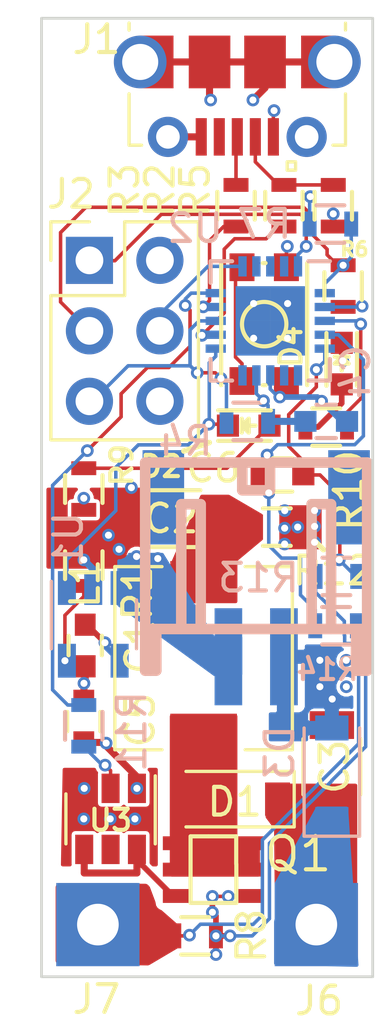
<source format=kicad_pcb>
(kicad_pcb (version 4) (host pcbnew 4.0.6)

  (general
    (links 84)
    (no_connects 0)
    (area 123.901999 79.299599 135.940001 113.943601)
    (thickness 1.6)
    (drawings 8)
    (tracks 338)
    (zones 0)
    (modules 35)
    (nets 27)
  )

  (page A4)
  (layers
    (0 F.Cu signal)
    (1 In1.Cu power hide)
    (2 In2.Cu power hide)
    (31 B.Cu signal)
    (32 B.Adhes user)
    (33 F.Adhes user)
    (34 B.Paste user hide)
    (35 F.Paste user hide)
    (36 B.SilkS user hide)
    (37 F.SilkS user)
    (38 B.Mask user)
    (39 F.Mask user)
    (40 Dwgs.User user)
    (41 Cmts.User user)
    (42 Eco1.User user hide)
    (43 Eco2.User user hide)
    (44 Edge.Cuts user)
    (45 Margin user hide)
    (46 B.CrtYd user)
    (47 F.CrtYd user hide)
    (48 B.Fab user hide)
    (49 F.Fab user hide)
  )

  (setup
    (last_trace_width 0.127)
    (user_trace_width 0.2032)
    (user_trace_width 0.254)
    (trace_clearance 0.127)
    (zone_clearance 0.127)
    (zone_45_only yes)
    (trace_min 0.127)
    (segment_width 0.2)
    (edge_width 0.1)
    (via_size 0.4572)
    (via_drill 0.254)
    (via_min_size 0.4572)
    (via_min_drill 0.254)
    (user_via 0.5588 0.3048)
    (uvia_size 0.4572)
    (uvia_drill 0.254)
    (uvias_allowed no)
    (uvia_min_size 0.4572)
    (uvia_min_drill 0.254)
    (pcb_text_width 0.3)
    (pcb_text_size 1.5 1.5)
    (mod_edge_width 0.15)
    (mod_text_size 1 1)
    (mod_text_width 0.15)
    (pad_size 1.89992 1.89992)
    (pad_drill 1.299972)
    (pad_to_mask_clearance 0)
    (aux_axis_origin 0 0)
    (visible_elements FFFFFF7F)
    (pcbplotparams
      (layerselection 0x00030_80000001)
      (usegerberextensions false)
      (excludeedgelayer true)
      (linewidth 0.100000)
      (plotframeref false)
      (viasonmask false)
      (mode 1)
      (useauxorigin false)
      (hpglpennumber 1)
      (hpglpenspeed 20)
      (hpglpendiameter 15)
      (hpglpenoverlay 2)
      (psnegative false)
      (psa4output false)
      (plotreference true)
      (plotvalue true)
      (plotinvisibletext false)
      (padsonsilk false)
      (subtractmaskfromsilk false)
      (outputformat 1)
      (mirror false)
      (drillshape 1)
      (scaleselection 1)
      (outputdirectory ""))
  )

  (net 0 "")
  (net 1 VCC)
  (net 2 GND)
  (net 3 "Net-(C2-Pad1)")
  (net 4 /LEDPAD+)
  (net 5 +BATT)
  (net 6 "Net-(D1-Pad2)")
  (net 7 "Net-(D2-Pad2)")
  (net 8 /~CHRG)
  (net 9 "Net-(D4-Pad2)")
  (net 10 /D-)
  (net 11 /D+)
  (net 12 /MISO)
  (net 13 /SCK)
  (net 14 /MOSI)
  (net 15 /~RESET)
  (net 16 /LEDPAD-)
  (net 17 "Net-(Q1-Pad3)")
  (net 18 "Net-(R1-Pad1)")
  (net 19 "Net-(R2-Pad1)")
  (net 20 "Net-(R3-Pad1)")
  (net 21 "Net-(R6-Pad1)")
  (net 22 "Net-(R10-Pad2)")
  (net 23 /PWM)
  (net 24 "Net-(R11-Pad2)")
  (net 25 "Net-(C6-Pad1)")
  (net 26 "Net-(C6-Pad2)")

  (net_class Default "This is the default net class."
    (clearance 0.127)
    (trace_width 0.127)
    (via_dia 0.4572)
    (via_drill 0.254)
    (uvia_dia 0.4572)
    (uvia_drill 0.254)
    (add_net +BATT)
    (add_net /D+)
    (add_net /D-)
    (add_net /LEDPAD+)
    (add_net /LEDPAD-)
    (add_net /MISO)
    (add_net /MOSI)
    (add_net /PWM)
    (add_net /SCK)
    (add_net /~CHRG)
    (add_net /~RESET)
    (add_net GND)
    (add_net "Net-(C2-Pad1)")
    (add_net "Net-(C6-Pad1)")
    (add_net "Net-(C6-Pad2)")
    (add_net "Net-(D1-Pad2)")
    (add_net "Net-(D2-Pad2)")
    (add_net "Net-(D4-Pad2)")
    (add_net "Net-(Q1-Pad3)")
    (add_net "Net-(R1-Pad1)")
    (add_net "Net-(R10-Pad2)")
    (add_net "Net-(R11-Pad2)")
    (add_net "Net-(R2-Pad1)")
    (add_net "Net-(R3-Pad1)")
    (add_net "Net-(R6-Pad1)")
    (add_net VCC)
  )

  (module Capacitors_SMD:C_0603 (layer F.Cu) (tedit 5415D631) (tstamp 5961CD22)
    (at 125.5268 101.9556 270)
    (descr "Capacitor SMD 0603, reflow soldering, AVX (see smccp.pdf)")
    (tags "capacitor 0603")
    (path /5937AB5E)
    (attr smd)
    (fp_text reference C1 (at 0.0508 -1.9812 270) (layer F.SilkS)
      (effects (font (size 1 1) (thickness 0.15)))
    )
    (fp_text value 1u (at 0 1.9 270) (layer F.Fab)
      (effects (font (size 1 1) (thickness 0.15)))
    )
    (fp_line (start -0.8 0.4) (end -0.8 -0.4) (layer F.Fab) (width 0.15))
    (fp_line (start 0.8 0.4) (end -0.8 0.4) (layer F.Fab) (width 0.15))
    (fp_line (start 0.8 -0.4) (end 0.8 0.4) (layer F.Fab) (width 0.15))
    (fp_line (start -0.8 -0.4) (end 0.8 -0.4) (layer F.Fab) (width 0.15))
    (fp_line (start -1.45 -0.75) (end 1.45 -0.75) (layer F.CrtYd) (width 0.05))
    (fp_line (start -1.45 0.75) (end 1.45 0.75) (layer F.CrtYd) (width 0.05))
    (fp_line (start -1.45 -0.75) (end -1.45 0.75) (layer F.CrtYd) (width 0.05))
    (fp_line (start 1.45 -0.75) (end 1.45 0.75) (layer F.CrtYd) (width 0.05))
    (fp_line (start -0.35 -0.6) (end 0.35 -0.6) (layer F.SilkS) (width 0.15))
    (fp_line (start 0.35 0.6) (end -0.35 0.6) (layer F.SilkS) (width 0.15))
    (pad 1 smd rect (at -0.75 0 270) (size 0.8 0.75) (layers F.Cu F.Paste F.Mask)
      (net 1 VCC))
    (pad 2 smd rect (at 0.75 0 270) (size 0.8 0.75) (layers F.Cu F.Paste F.Mask)
      (net 2 GND))
    (model Capacitors_SMD.3dshapes/C_0603.wrl
      (at (xyz 0 0 0))
      (scale (xyz 1 1 1))
      (rotate (xyz 0 0 0))
    )
  )

  (module Capacitors_SMD:C_1206 (layer F.Cu) (tedit 5415D7BD) (tstamp 5961CD32)
    (at 128.6764 97.3836 180)
    (descr "Capacitor SMD 1206, reflow soldering, AVX (see smccp.pdf)")
    (tags "capacitor 1206")
    (path /59379C6E)
    (attr smd)
    (fp_text reference C2 (at 0.0508 0 180) (layer F.SilkS)
      (effects (font (size 1 1) (thickness 0.15)))
    )
    (fp_text value 100u (at 0 2.3 180) (layer F.Fab)
      (effects (font (size 1 1) (thickness 0.15)))
    )
    (fp_line (start -1.6 0.8) (end -1.6 -0.8) (layer F.Fab) (width 0.15))
    (fp_line (start 1.6 0.8) (end -1.6 0.8) (layer F.Fab) (width 0.15))
    (fp_line (start 1.6 -0.8) (end 1.6 0.8) (layer F.Fab) (width 0.15))
    (fp_line (start -1.6 -0.8) (end 1.6 -0.8) (layer F.Fab) (width 0.15))
    (fp_line (start -2.3 -1.15) (end 2.3 -1.15) (layer F.CrtYd) (width 0.05))
    (fp_line (start -2.3 1.15) (end 2.3 1.15) (layer F.CrtYd) (width 0.05))
    (fp_line (start -2.3 -1.15) (end -2.3 1.15) (layer F.CrtYd) (width 0.05))
    (fp_line (start 2.3 -1.15) (end 2.3 1.15) (layer F.CrtYd) (width 0.05))
    (fp_line (start 1 -1.025) (end -1 -1.025) (layer F.SilkS) (width 0.15))
    (fp_line (start -1 1.025) (end 1 1.025) (layer F.SilkS) (width 0.15))
    (pad 1 smd rect (at -1.5 0 180) (size 1 1.6) (layers F.Cu F.Paste F.Mask)
      (net 3 "Net-(C2-Pad1)"))
    (pad 2 smd rect (at 1.5 0 180) (size 1 1.6) (layers F.Cu F.Paste F.Mask)
      (net 2 GND))
    (model Capacitors_SMD.3dshapes/C_1206.wrl
      (at (xyz 0 0 0))
      (scale (xyz 1 1 1))
      (rotate (xyz 0 0 0))
    )
  )

  (module Capacitors_SMD:C_1206 (layer F.Cu) (tedit 5415D7BD) (tstamp 5961CD42)
    (at 134.4168 106.3244 90)
    (descr "Capacitor SMD 1206, reflow soldering, AVX (see smccp.pdf)")
    (tags "capacitor 1206")
    (path /59379CB5)
    (attr smd)
    (fp_text reference C3 (at 0 0.1016 90) (layer F.SilkS)
      (effects (font (size 1 1) (thickness 0.15)))
    )
    (fp_text value 1u (at 0 2.3 90) (layer F.Fab)
      (effects (font (size 1 1) (thickness 0.15)))
    )
    (fp_line (start -1.6 0.8) (end -1.6 -0.8) (layer F.Fab) (width 0.15))
    (fp_line (start 1.6 0.8) (end -1.6 0.8) (layer F.Fab) (width 0.15))
    (fp_line (start 1.6 -0.8) (end 1.6 0.8) (layer F.Fab) (width 0.15))
    (fp_line (start -1.6 -0.8) (end 1.6 -0.8) (layer F.Fab) (width 0.15))
    (fp_line (start -2.3 -1.15) (end 2.3 -1.15) (layer F.CrtYd) (width 0.05))
    (fp_line (start -2.3 1.15) (end 2.3 1.15) (layer F.CrtYd) (width 0.05))
    (fp_line (start -2.3 -1.15) (end -2.3 1.15) (layer F.CrtYd) (width 0.05))
    (fp_line (start 2.3 -1.15) (end 2.3 1.15) (layer F.CrtYd) (width 0.05))
    (fp_line (start 1 -1.025) (end -1 -1.025) (layer F.SilkS) (width 0.15))
    (fp_line (start -1 1.025) (end 1 1.025) (layer F.SilkS) (width 0.15))
    (pad 1 smd rect (at -1.5 0 90) (size 1 1.6) (layers F.Cu F.Paste F.Mask)
      (net 4 /LEDPAD+))
    (pad 2 smd rect (at 1.5 0 90) (size 1 1.6) (layers F.Cu F.Paste F.Mask)
      (net 2 GND))
    (model Capacitors_SMD.3dshapes/C_1206.wrl
      (at (xyz 0 0 0))
      (scale (xyz 1 1 1))
      (rotate (xyz 0 0 0))
    )
  )

  (module Capacitors_SMD:C_0603 (layer B.Cu) (tedit 5415D631) (tstamp 5961CD52)
    (at 134.2136 93.8784)
    (descr "Capacitor SMD 0603, reflow soldering, AVX (see smccp.pdf)")
    (tags "capacitor 0603")
    (path /5961C90B)
    (attr smd)
    (fp_text reference C4 (at 1.0668 -1.778 90) (layer B.SilkS)
      (effects (font (size 1 1) (thickness 0.15)) (justify mirror))
    )
    (fp_text value 1u (at 0 -1.9) (layer B.Fab)
      (effects (font (size 1 1) (thickness 0.15)) (justify mirror))
    )
    (fp_line (start -0.8 -0.4) (end -0.8 0.4) (layer B.Fab) (width 0.15))
    (fp_line (start 0.8 -0.4) (end -0.8 -0.4) (layer B.Fab) (width 0.15))
    (fp_line (start 0.8 0.4) (end 0.8 -0.4) (layer B.Fab) (width 0.15))
    (fp_line (start -0.8 0.4) (end 0.8 0.4) (layer B.Fab) (width 0.15))
    (fp_line (start -1.45 0.75) (end 1.45 0.75) (layer B.CrtYd) (width 0.05))
    (fp_line (start -1.45 -0.75) (end 1.45 -0.75) (layer B.CrtYd) (width 0.05))
    (fp_line (start -1.45 0.75) (end -1.45 -0.75) (layer B.CrtYd) (width 0.05))
    (fp_line (start 1.45 0.75) (end 1.45 -0.75) (layer B.CrtYd) (width 0.05))
    (fp_line (start -0.35 0.6) (end 0.35 0.6) (layer B.SilkS) (width 0.15))
    (fp_line (start 0.35 -0.6) (end -0.35 -0.6) (layer B.SilkS) (width 0.15))
    (pad 1 smd rect (at -0.75 0) (size 0.8 0.75) (layers B.Cu B.Paste B.Mask)
      (net 5 +BATT))
    (pad 2 smd rect (at 0.75 0) (size 0.8 0.75) (layers B.Cu B.Paste B.Mask)
      (net 2 GND))
    (model Capacitors_SMD.3dshapes/C_0603.wrl
      (at (xyz 0 0 0))
      (scale (xyz 1 1 1))
      (rotate (xyz 0 0 0))
    )
  )

  (module Capacitors_SMD:C_0603 (layer F.Cu) (tedit 5415D631) (tstamp 5961CD62)
    (at 125.476 104.6988 90)
    (descr "Capacitor SMD 0603, reflow soldering, AVX (see smccp.pdf)")
    (tags "capacitor 0603")
    (path /5961F53D)
    (attr smd)
    (fp_text reference C5 (at 0.0508 2.032 90) (layer F.SilkS)
      (effects (font (size 1 1) (thickness 0.15)))
    )
    (fp_text value 1u (at 0 1.9 90) (layer F.Fab)
      (effects (font (size 1 1) (thickness 0.15)))
    )
    (fp_line (start -0.8 0.4) (end -0.8 -0.4) (layer F.Fab) (width 0.15))
    (fp_line (start 0.8 0.4) (end -0.8 0.4) (layer F.Fab) (width 0.15))
    (fp_line (start 0.8 -0.4) (end 0.8 0.4) (layer F.Fab) (width 0.15))
    (fp_line (start -0.8 -0.4) (end 0.8 -0.4) (layer F.Fab) (width 0.15))
    (fp_line (start -1.45 -0.75) (end 1.45 -0.75) (layer F.CrtYd) (width 0.05))
    (fp_line (start -1.45 0.75) (end 1.45 0.75) (layer F.CrtYd) (width 0.05))
    (fp_line (start -1.45 -0.75) (end -1.45 0.75) (layer F.CrtYd) (width 0.05))
    (fp_line (start 1.45 -0.75) (end 1.45 0.75) (layer F.CrtYd) (width 0.05))
    (fp_line (start -0.35 -0.6) (end 0.35 -0.6) (layer F.SilkS) (width 0.15))
    (fp_line (start 0.35 0.6) (end -0.35 0.6) (layer F.SilkS) (width 0.15))
    (pad 1 smd rect (at -0.75 0 90) (size 0.8 0.75) (layers F.Cu F.Paste F.Mask)
      (net 5 +BATT))
    (pad 2 smd rect (at 0.75 0 90) (size 0.8 0.75) (layers F.Cu F.Paste F.Mask)
      (net 2 GND))
    (model Capacitors_SMD.3dshapes/C_0603.wrl
      (at (xyz 0 0 0))
      (scale (xyz 1 1 1))
      (rotate (xyz 0 0 0))
    )
  )

  (module Diodes_SMD:D_SOD-123 (layer F.Cu) (tedit 58645DC7) (tstamp 5961CD68)
    (at 130.81 107.4928 180)
    (descr SOD-123)
    (tags SOD-123)
    (path /59379BF5)
    (attr smd)
    (fp_text reference D1 (at -0.1016 -0.1016 180) (layer F.SilkS)
      (effects (font (size 1 1) (thickness 0.15)))
    )
    (fp_text value BAT46 (at 0 2.1 180) (layer F.Fab)
      (effects (font (size 1 1) (thickness 0.15)))
    )
    (fp_line (start -2.25 -1) (end -2.25 1) (layer F.SilkS) (width 0.12))
    (fp_line (start 0.25 0) (end 0.75 0) (layer F.Fab) (width 0.1))
    (fp_line (start 0.25 0.4) (end -0.35 0) (layer F.Fab) (width 0.1))
    (fp_line (start 0.25 -0.4) (end 0.25 0.4) (layer F.Fab) (width 0.1))
    (fp_line (start -0.35 0) (end 0.25 -0.4) (layer F.Fab) (width 0.1))
    (fp_line (start -0.35 0) (end -0.35 0.55) (layer F.Fab) (width 0.1))
    (fp_line (start -0.35 0) (end -0.35 -0.55) (layer F.Fab) (width 0.1))
    (fp_line (start -0.75 0) (end -0.35 0) (layer F.Fab) (width 0.1))
    (fp_line (start -1.4 0.9) (end -1.4 -0.9) (layer F.Fab) (width 0.1))
    (fp_line (start 1.4 0.9) (end -1.4 0.9) (layer F.Fab) (width 0.1))
    (fp_line (start 1.4 -0.9) (end 1.4 0.9) (layer F.Fab) (width 0.1))
    (fp_line (start -1.4 -0.9) (end 1.4 -0.9) (layer F.Fab) (width 0.1))
    (fp_line (start -2.35 -1.15) (end 2.35 -1.15) (layer F.CrtYd) (width 0.05))
    (fp_line (start 2.35 -1.15) (end 2.35 1.15) (layer F.CrtYd) (width 0.05))
    (fp_line (start 2.35 1.15) (end -2.35 1.15) (layer F.CrtYd) (width 0.05))
    (fp_line (start -2.35 -1.15) (end -2.35 1.15) (layer F.CrtYd) (width 0.05))
    (fp_line (start -2.25 1) (end 1.65 1) (layer F.SilkS) (width 0.12))
    (fp_line (start -2.25 -1) (end 1.65 -1) (layer F.SilkS) (width 0.12))
    (pad 1 smd rect (at -1.65 0 180) (size 0.9 1.2) (layers F.Cu F.Paste F.Mask)
      (net 4 /LEDPAD+))
    (pad 2 smd rect (at 1.65 0 180) (size 0.9 1.2) (layers F.Cu F.Paste F.Mask)
      (net 6 "Net-(D1-Pad2)"))
    (model ${KISYS3DMOD}/Diodes_SMD.3dshapes/D_SOD-123.wrl
      (at (xyz 0 0 0))
      (scale (xyz 1 1 1))
      (rotate (xyz 0 0 0))
    )
  )

  (module LEDs:LED_0603 (layer F.Cu) (tedit 59699D54) (tstamp 5961CD6E)
    (at 131.4196 94.0308)
    (descr "LED 0603 smd package")
    (tags "LED led 0603 SMD smd SMT smt smdled SMDLED smtled SMTLED")
    (path /593F675E)
    (attr smd)
    (fp_text reference D2 (at -3.1496 1.4732) (layer F.SilkS)
      (effects (font (size 0.762 0.762) (thickness 0.15)))
    )
    (fp_text value CHRG (at 0 1.5) (layer F.Fab)
      (effects (font (size 1 1) (thickness 0.15)))
    )
    (fp_line (start -0.3 -0.2) (end -0.3 0.2) (layer F.Fab) (width 0.15))
    (fp_line (start -0.2 0) (end 0.1 -0.2) (layer F.Fab) (width 0.15))
    (fp_line (start 0.1 0.2) (end -0.2 0) (layer F.Fab) (width 0.15))
    (fp_line (start 0.1 -0.2) (end 0.1 0.2) (layer F.Fab) (width 0.15))
    (fp_line (start 0.8 0.4) (end -0.8 0.4) (layer F.Fab) (width 0.15))
    (fp_line (start 0.8 -0.4) (end 0.8 0.4) (layer F.Fab) (width 0.15))
    (fp_line (start -0.8 -0.4) (end 0.8 -0.4) (layer F.Fab) (width 0.15))
    (fp_line (start -0.8 0.4) (end -0.8 -0.4) (layer F.Fab) (width 0.15))
    (fp_line (start -1.1 0.55) (end 0.8 0.55) (layer F.SilkS) (width 0.15))
    (fp_line (start -1.1 -0.55) (end 0.8 -0.55) (layer F.SilkS) (width 0.15))
    (fp_line (start -0.2 0) (end 0.25 0) (layer F.SilkS) (width 0.15))
    (fp_line (start -0.25 -0.25) (end -0.25 0.25) (layer F.SilkS) (width 0.15))
    (fp_line (start -0.25 0) (end 0 -0.25) (layer F.SilkS) (width 0.15))
    (fp_line (start 0 -0.25) (end 0 0.25) (layer F.SilkS) (width 0.15))
    (fp_line (start 0 0.25) (end -0.25 0) (layer F.SilkS) (width 0.15))
    (fp_line (start 1.4 -0.75) (end 1.4 0.75) (layer F.CrtYd) (width 0.05))
    (fp_line (start 1.4 0.75) (end -1.4 0.75) (layer F.CrtYd) (width 0.05))
    (fp_line (start -1.4 0.75) (end -1.4 -0.75) (layer F.CrtYd) (width 0.05))
    (fp_line (start -1.4 -0.75) (end 1.4 -0.75) (layer F.CrtYd) (width 0.05))
    (pad 2 smd rect (at 0.7493 0 180) (size 0.79756 0.79756) (layers F.Cu F.Paste F.Mask)
      (net 7 "Net-(D2-Pad2)"))
    (pad 1 smd rect (at -0.7493 0 180) (size 0.79756 0.79756) (layers F.Cu F.Paste F.Mask)
      (net 8 /~CHRG))
    (model LEDs.3dshapes/LED_0603.wrl
      (at (xyz 0 0 0))
      (scale (xyz 1 1 1))
      (rotate (xyz 0 0 180))
    )
  )

  (module Diodes_SMD:D_SOD-123 (layer B.Cu) (tedit 58645DC7) (tstamp 5961CD74)
    (at 134.4168 106.5784 90)
    (descr SOD-123)
    (tags SOD-123)
    (path /593F7004)
    (attr smd)
    (fp_text reference D3 (at 0.762 -1.8796 90) (layer B.SilkS)
      (effects (font (size 1 1) (thickness 0.15)) (justify mirror))
    )
    (fp_text value "Zener 75V" (at 0 -2.1 90) (layer B.Fab)
      (effects (font (size 1 1) (thickness 0.15)) (justify mirror))
    )
    (fp_line (start -2.25 1) (end -2.25 -1) (layer B.SilkS) (width 0.12))
    (fp_line (start 0.25 0) (end 0.75 0) (layer B.Fab) (width 0.1))
    (fp_line (start 0.25 -0.4) (end -0.35 0) (layer B.Fab) (width 0.1))
    (fp_line (start 0.25 0.4) (end 0.25 -0.4) (layer B.Fab) (width 0.1))
    (fp_line (start -0.35 0) (end 0.25 0.4) (layer B.Fab) (width 0.1))
    (fp_line (start -0.35 0) (end -0.35 -0.55) (layer B.Fab) (width 0.1))
    (fp_line (start -0.35 0) (end -0.35 0.55) (layer B.Fab) (width 0.1))
    (fp_line (start -0.75 0) (end -0.35 0) (layer B.Fab) (width 0.1))
    (fp_line (start -1.4 -0.9) (end -1.4 0.9) (layer B.Fab) (width 0.1))
    (fp_line (start 1.4 -0.9) (end -1.4 -0.9) (layer B.Fab) (width 0.1))
    (fp_line (start 1.4 0.9) (end 1.4 -0.9) (layer B.Fab) (width 0.1))
    (fp_line (start -1.4 0.9) (end 1.4 0.9) (layer B.Fab) (width 0.1))
    (fp_line (start -2.35 1.15) (end 2.35 1.15) (layer B.CrtYd) (width 0.05))
    (fp_line (start 2.35 1.15) (end 2.35 -1.15) (layer B.CrtYd) (width 0.05))
    (fp_line (start 2.35 -1.15) (end -2.35 -1.15) (layer B.CrtYd) (width 0.05))
    (fp_line (start -2.35 1.15) (end -2.35 -1.15) (layer B.CrtYd) (width 0.05))
    (fp_line (start -2.25 -1) (end 1.65 -1) (layer B.SilkS) (width 0.12))
    (fp_line (start -2.25 1) (end 1.65 1) (layer B.SilkS) (width 0.12))
    (pad 1 smd rect (at -1.65 0 90) (size 0.9 1.2) (layers B.Cu B.Paste B.Mask)
      (net 4 /LEDPAD+))
    (pad 2 smd rect (at 1.65 0 90) (size 0.9 1.2) (layers B.Cu B.Paste B.Mask)
      (net 2 GND))
    (model ${KISYS3DMOD}/Diodes_SMD.3dshapes/D_SOD-123.wrl
      (at (xyz 0 0 0))
      (scale (xyz 1 1 1))
      (rotate (xyz 0 0 0))
    )
  )

  (module LEDs:LED_0603 (layer F.Cu) (tedit 59699D44) (tstamp 5961CD7A)
    (at 134.7724 91.7956 270)
    (descr "LED 0603 smd package")
    (tags "LED led 0603 SMD smd SMT smt smdled SMDLED smtled SMTLED")
    (path /5962052E)
    (attr smd)
    (fp_text reference D4 (at -0.6096 1.8288 270) (layer F.SilkS)
      (effects (font (size 0.762 0.762) (thickness 0.15)))
    )
    (fp_text value STATUS (at 0 1.5 270) (layer F.Fab)
      (effects (font (size 1 1) (thickness 0.15)))
    )
    (fp_line (start -0.3 -0.2) (end -0.3 0.2) (layer F.Fab) (width 0.15))
    (fp_line (start -0.2 0) (end 0.1 -0.2) (layer F.Fab) (width 0.15))
    (fp_line (start 0.1 0.2) (end -0.2 0) (layer F.Fab) (width 0.15))
    (fp_line (start 0.1 -0.2) (end 0.1 0.2) (layer F.Fab) (width 0.15))
    (fp_line (start 0.8 0.4) (end -0.8 0.4) (layer F.Fab) (width 0.15))
    (fp_line (start 0.8 -0.4) (end 0.8 0.4) (layer F.Fab) (width 0.15))
    (fp_line (start -0.8 -0.4) (end 0.8 -0.4) (layer F.Fab) (width 0.15))
    (fp_line (start -0.8 0.4) (end -0.8 -0.4) (layer F.Fab) (width 0.15))
    (fp_line (start -1.1 0.55) (end 0.8 0.55) (layer F.SilkS) (width 0.15))
    (fp_line (start -1.1 -0.55) (end 0.8 -0.55) (layer F.SilkS) (width 0.15))
    (fp_line (start -0.2 0) (end 0.25 0) (layer F.SilkS) (width 0.15))
    (fp_line (start -0.25 -0.25) (end -0.25 0.25) (layer F.SilkS) (width 0.15))
    (fp_line (start -0.25 0) (end 0 -0.25) (layer F.SilkS) (width 0.15))
    (fp_line (start 0 -0.25) (end 0 0.25) (layer F.SilkS) (width 0.15))
    (fp_line (start 0 0.25) (end -0.25 0) (layer F.SilkS) (width 0.15))
    (fp_line (start 1.4 -0.75) (end 1.4 0.75) (layer F.CrtYd) (width 0.05))
    (fp_line (start 1.4 0.75) (end -1.4 0.75) (layer F.CrtYd) (width 0.05))
    (fp_line (start -1.4 0.75) (end -1.4 -0.75) (layer F.CrtYd) (width 0.05))
    (fp_line (start -1.4 -0.75) (end 1.4 -0.75) (layer F.CrtYd) (width 0.05))
    (pad 2 smd rect (at 0.7493 0 90) (size 0.79756 0.79756) (layers F.Cu F.Paste F.Mask)
      (net 9 "Net-(D4-Pad2)"))
    (pad 1 smd rect (at -0.7493 0 90) (size 0.79756 0.79756) (layers F.Cu F.Paste F.Mask)
      (net 2 GND))
    (model LEDs.3dshapes/LED_0603.wrl
      (at (xyz 0 0 0))
      (scale (xyz 1 1 1))
      (rotate (xyz 0 0 180))
    )
  )

  (module Connectors_Molex:USB_Mirco-B_Molex-105017-0001 (layer F.Cu) (tedit 5969A106) (tstamp 5961CD8B)
    (at 131.0088 83.6244 180)
    (path /592D0164)
    (fp_text reference J1 (at 5.0756 3.5128 180) (layer F.SilkS)
      (effects (font (size 1 1) (thickness 0.15)))
    )
    (fp_text value USB_OTG (at 0.3 5.8 180) (layer F.Fab)
      (effects (font (size 1 1) (thickness 0.15)))
    )
    (fp_line (start -4.4 4.15) (end 4.4 4.15) (layer F.CrtYd) (width 0.05))
    (fp_line (start 4.4 -1) (end 4.4 4.15) (layer F.CrtYd) (width 0.05))
    (fp_line (start -4.4 -1) (end 4.4 -1) (layer F.CrtYd) (width 0.05))
    (fp_line (start -4.4 4.15) (end -4.4 -1) (layer F.CrtYd) (width 0.05))
    (fp_text user "PCB Edge" (at 6.65 4.5 180) (layer F.Fab)
      (effects (font (size 0.5 0.5) (thickness 0.08)))
    )
    (fp_line (start 3 4.15) (end 4.8 4.5) (layer F.Fab) (width 0.05))
    (fp_line (start -3.9 -0.3) (end -3.45 -0.3) (layer F.SilkS) (width 0.12))
    (fp_line (start -3.9 1.55) (end -3.9 -0.3) (layer F.SilkS) (width 0.12))
    (fp_line (start 3.9 4.1) (end 3.9 3.85) (layer F.SilkS) (width 0.12))
    (fp_line (start 3.75 4.85) (end 3.75 -0.15) (layer F.Fab) (width 0.1))
    (fp_line (start -3 4.151704) (end 3 4.151704) (layer F.Fab) (width 0.08))
    (fp_line (start -3.75 4.851704) (end 3.75 4.851704) (layer F.Fab) (width 0.1))
    (fp_line (start -3.75 -0.15) (end 3.75 -0.15) (layer F.Fab) (width 0.1))
    (fp_line (start -3.75 4.85) (end -3.75 -0.15) (layer F.Fab) (width 0.1))
    (fp_line (start -3.9 4.1) (end -3.9 3.85) (layer F.SilkS) (width 0.12))
    (fp_line (start 3.9 1.55) (end 3.9 -0.3) (layer F.SilkS) (width 0.12))
    (fp_line (start 3.9 -0.3) (end 3.45 -0.3) (layer F.SilkS) (width 0.12))
    (fp_line (start -2.1 -0.9) (end -2.1 -1.2) (layer F.SilkS) (width 0.12))
    (fp_line (start -2.1 -1.2) (end -1.8 -1.2) (layer F.SilkS) (width 0.12))
    (fp_line (start -1.8 -1.2) (end -1.8 -0.9) (layer F.SilkS) (width 0.12))
    (fp_line (start -1.8 -0.9) (end -2.1 -0.9) (layer F.SilkS) (width 0.12))
    (fp_line (start -2 -0.9) (end -2.1 -0.9) (layer F.Fab) (width 0.1))
    (fp_line (start -2.1 -0.9) (end -2.1 -1.2) (layer F.Fab) (width 0.1))
    (fp_line (start -2.1 -1.2) (end -1.8 -1.2) (layer F.Fab) (width 0.1))
    (fp_line (start -1.8 -1.2) (end -1.8 -0.9) (layer F.Fab) (width 0.1))
    (fp_line (start -1.8 -0.9) (end -2 -0.9) (layer F.Fab) (width 0.1))
    (pad 6 smd rect (at 1 2.7 180) (size 1.5 1.9) (layers F.Cu F.Paste F.Mask)
      (net 2 GND))
    (pad 6 thru_hole circle (at -2.5 0 180) (size 1.45 1.45) (drill 0.85) (layers *.Cu *.Mask)
      (net 2 GND))
    (pad 2 smd rect (at -0.65 0 180) (size 0.4 1.35) (layers F.Cu F.Paste F.Mask)
      (net 10 /D-))
    (pad 1 smd rect (at -1.3 0 180) (size 0.4 1.35) (layers F.Cu F.Paste F.Mask)
      (net 1 VCC))
    (pad 5 smd rect (at 1.3 0 180) (size 0.4 1.35) (layers F.Cu F.Paste F.Mask)
      (net 2 GND))
    (pad 4 smd rect (at 0.65 0 180) (size 0.4 1.35) (layers F.Cu F.Paste F.Mask))
    (pad 3 smd rect (at 0 0 180) (size 0.4 1.35) (layers F.Cu F.Paste F.Mask)
      (net 11 /D+))
    (pad 6 thru_hole circle (at 2.5 0 180) (size 1.45 1.45) (drill 0.85) (layers *.Cu *.Mask)
      (net 2 GND))
    (pad 6 smd rect (at -1 2.7 180) (size 1.5 1.9) (layers F.Cu F.Paste F.Mask)
      (net 2 GND))
    (pad 6 thru_hole circle (at -3.5 2.7) (size 1.89992 1.89992) (drill 1.299972) (layers *.Cu *.Mask)
      (net 2 GND) (zone_connect 0))
    (pad 6 thru_hole circle (at 3.5 2.7 180) (size 1.89992 1.89992) (drill 1.299972) (layers *.Cu *.Mask)
      (net 2 GND))
    (pad 6 smd rect (at 2.9 2.7 180) (size 1.2 1.9) (layers F.Cu F.Mask)
      (net 2 GND))
    (pad 6 smd rect (at -2.9 2.7 180) (size 1.2 1.9) (layers F.Cu F.Mask)
      (net 2 GND))
    (model uLabs.3dshapes/Molex_Mirco_USB_105017-0001.wrl
      (at (xyz 0 0 -0.03))
      (scale (xyz 1 1 1))
      (rotate (xyz 0 0 0))
    )
  )

  (module Pin_Headers:Pin_Header_Straight_2x03_Pitch2.54mm (layer F.Cu) (tedit 59670BFB) (tstamp 5961CD95)
    (at 125.6792 88.0745)
    (descr "Through hole straight pin header, 2x03, 2.54mm pitch, double rows")
    (tags "Through hole pin header THT 2x03 2.54mm double row")
    (path /5937D5A9)
    (fp_text reference J2 (at -0.6604 -2.39) (layer F.SilkS)
      (effects (font (size 1 1) (thickness 0.15)))
    )
    (fp_text value ISP_CONN_02X03 (at 1.27 7.47) (layer F.Fab) hide
      (effects (font (size 1 1) (thickness 0.15)))
    )
    (fp_line (start -1.27 -1.27) (end -1.27 6.35) (layer F.Fab) (width 0.1))
    (fp_line (start -1.27 6.35) (end 3.81 6.35) (layer F.Fab) (width 0.1))
    (fp_line (start 3.81 6.35) (end 3.81 -1.27) (layer F.Fab) (width 0.1))
    (fp_line (start 3.81 -1.27) (end -1.27 -1.27) (layer F.Fab) (width 0.1))
    (fp_line (start -1.39 1.27) (end -1.39 6.47) (layer F.SilkS) (width 0.12))
    (fp_line (start -1.39 6.47) (end 3.93 6.47) (layer F.SilkS) (width 0.12))
    (fp_line (start 3.93 6.47) (end 3.93 -1.39) (layer F.SilkS) (width 0.12))
    (fp_line (start 3.93 -1.39) (end 1.27 -1.39) (layer F.SilkS) (width 0.12))
    (fp_line (start 1.27 -1.39) (end 1.27 1.27) (layer F.SilkS) (width 0.12))
    (fp_line (start 1.27 1.27) (end -1.39 1.27) (layer F.SilkS) (width 0.12))
    (fp_line (start -1.39 0) (end -1.39 -1.39) (layer F.SilkS) (width 0.12))
    (fp_line (start -1.39 -1.39) (end 0 -1.39) (layer F.SilkS) (width 0.12))
    (fp_line (start -1.6 -1.6) (end -1.6 6.6) (layer F.CrtYd) (width 0.05))
    (fp_line (start -1.6 6.6) (end 4.1 6.6) (layer F.CrtYd) (width 0.05))
    (fp_line (start 4.1 6.6) (end 4.1 -1.6) (layer F.CrtYd) (width 0.05))
    (fp_line (start 4.1 -1.6) (end -1.6 -1.6) (layer F.CrtYd) (width 0.05))
    (pad 1 thru_hole rect (at 0 0) (size 1.7 1.7) (drill 1) (layers *.Cu *.Mask)
      (net 12 /MISO))
    (pad 2 thru_hole oval (at 2.54 0) (size 1.7 1.7) (drill 1) (layers *.Cu *.Mask)
      (net 5 +BATT))
    (pad 3 thru_hole oval (at 0 2.54) (size 1.7 1.7) (drill 1) (layers *.Cu *.Mask)
      (net 13 /SCK))
    (pad 4 thru_hole oval (at 2.54 2.54) (size 1.7 1.7) (drill 1) (layers *.Cu *.Mask)
      (net 14 /MOSI))
    (pad 5 thru_hole oval (at 0 5.08) (size 1.7 1.7) (drill 1) (layers *.Cu *.Mask)
      (net 15 /~RESET))
    (pad 6 thru_hole oval (at 2.54 5.08) (size 1.7 1.7) (drill 1) (layers *.Cu *.Mask)
      (net 2 GND))
    (model Pin_Headers.3dshapes/Pin_Header_Straight_2x03_Pitch2.54mm.wrl
      (at (xyz 0.05 -0.1 0))
      (scale (xyz 1 1 1))
      (rotate (xyz 0 0 90))
    )
  )

  (module Connectors_JST:s2b-ph-sm4-tb_w3d (layer B.Cu) (tedit 59699F49) (tstamp 5961CD9D)
    (at 131.68884 102.362)
    (descr "JST PH series connector, S2B-PH-SM4-TB")
    (path /593E2239)
    (fp_text reference J4 (at 0 2.79908) (layer B.SilkS) hide
      (effects (font (thickness 0.3048)) (justify mirror))
    )
    (fp_text value JST_BATTERY (at 0 -8.8011) (layer B.SilkS) hide
      (effects (font (thickness 0.3048)) (justify mirror))
    )
    (fp_line (start -4.0005 -7.00024) (end -4.0005 0.50038) (layer B.SilkS) (width 0.381))
    (fp_line (start 4.0005 0.50038) (end 4.0005 -7.00024) (layer B.SilkS) (width 0.381))
    (fp_line (start 4.0005 0.50038) (end 3.59918 0.50038) (layer B.SilkS) (width 0.381))
    (fp_line (start 3.79984 -1.00076) (end 3.79984 0.50038) (layer B.SilkS) (width 0.381))
    (fp_line (start 3.59918 0.50038) (end 3.59918 -1.00076) (layer B.SilkS) (width 0.381))
    (fp_line (start -3.79984 0.50038) (end -3.79984 -1.00076) (layer B.SilkS) (width 0.381))
    (fp_line (start -3.59918 -1.00076) (end -3.59918 0.50038) (layer B.SilkS) (width 0.381))
    (fp_line (start -3.59918 0.50038) (end -4.0005 0.50038) (layer B.SilkS) (width 0.381))
    (fp_line (start -0.50038 -7.00024) (end -0.50038 -5.99948) (layer B.SilkS) (width 0.381))
    (fp_line (start -0.50038 -5.99948) (end 0.50038 -5.99948) (layer B.SilkS) (width 0.381))
    (fp_line (start 0.50038 -5.99948) (end 0.50038 -7.00024) (layer B.SilkS) (width 0.381))
    (fp_line (start -1.99898 -1.00076) (end -1.99898 -5.4991) (layer B.SilkS) (width 0.381))
    (fp_line (start -1.99898 -5.4991) (end -2.70002 -5.4991) (layer B.SilkS) (width 0.381))
    (fp_line (start -2.70002 -5.4991) (end -2.70002 -1.00076) (layer B.SilkS) (width 0.381))
    (fp_line (start 1.99898 -1.00076) (end 1.99898 -5.4991) (layer B.SilkS) (width 0.381))
    (fp_line (start 1.99898 -5.4991) (end 2.70002 -5.4991) (layer B.SilkS) (width 0.381))
    (fp_line (start 2.70002 -5.4991) (end 2.70002 -1.00076) (layer B.SilkS) (width 0.381))
    (fp_line (start -4.0005 -7.00024) (end 4.0005 -7.00024) (layer B.SilkS) (width 0.381))
    (fp_line (start 4.0005 -1.00076) (end -4.0005 -1.00076) (layer B.SilkS) (width 0.381))
    (fp_line (start -1.30048 -7.00024) (end -1.6002 -7.00024) (layer B.SilkS) (width 0.381))
    (pad 1 smd rect (at -1.00076 0) (size 0.99568 3.49758) (layers B.Cu B.Paste B.Mask)
      (net 5 +BATT))
    (pad 2 smd rect (at 1.00076 0) (size 0.99822 3.49758) (layers B.Cu B.Paste B.Mask)
      (net 2 GND))
    (pad "" smd rect (at -3.34518 -5.74802) (size 1.4986 3.39852) (layers B.Cu B.Paste B.Mask))
    (pad "" smd rect (at 3.34772 -5.74802) (size 1.4986 3.39598) (layers B.Cu B.Paste B.Mask))
    (model "/Users/jonny/Documents/KiCad Projects/jar_light/library/conn_jst-ph/s2b-ph-sm4-tb.wrl"
      (at (xyz 0 0 0))
      (scale (xyz 1 1 1))
      (rotate (xyz 0 0 0))
    )
  )

  (module Measurement_Points:Measurement_Point_Square-TH_Big (layer F.Cu) (tedit 59670BF0) (tstamp 5961CDA2)
    (at 133.858 112.014)
    (descr "Mesurement Point, Square, Trough Hole,  3mm x 3mm, Drill 1.5mm,")
    (tags "Mesurement Point Square Trough Hole 3x3mm Drill 1.5mm")
    (path /593E2ED8)
    (attr virtual)
    (fp_text reference J6 (at 0.1016 2.7432) (layer F.SilkS)
      (effects (font (size 1 1) (thickness 0.15)))
    )
    (fp_text value LEDPAD+ (at 0 3) (layer F.Fab) hide
      (effects (font (size 1 1) (thickness 0.15)))
    )
    (fp_line (start -1.75 -1.75) (end 1.75 -1.75) (layer F.CrtYd) (width 0.05))
    (fp_line (start 1.75 -1.75) (end 1.75 1.75) (layer F.CrtYd) (width 0.05))
    (fp_line (start 1.75 1.75) (end -1.75 1.75) (layer F.CrtYd) (width 0.05))
    (fp_line (start -1.75 1.75) (end -1.75 -1.75) (layer F.CrtYd) (width 0.05))
    (pad 1 thru_hole rect (at 0 0) (size 3 3) (drill 1.5) (layers *.Cu *.Mask)
      (net 4 /LEDPAD+))
  )

  (module Measurement_Points:Measurement_Point_Square-TH_Big (layer F.Cu) (tedit 59670BF3) (tstamp 5961CDA7)
    (at 125.984 112.014)
    (descr "Mesurement Point, Square, Trough Hole,  3mm x 3mm, Drill 1.5mm,")
    (tags "Mesurement Point Square Trough Hole 3x3mm Drill 1.5mm")
    (path /593E2F3D)
    (attr virtual)
    (fp_text reference J7 (at -0.0508 2.6924) (layer F.SilkS)
      (effects (font (size 1 1) (thickness 0.15)))
    )
    (fp_text value LEDPAD- (at 0 3) (layer F.Fab) hide
      (effects (font (size 1 1) (thickness 0.15)))
    )
    (fp_line (start -1.75 -1.75) (end 1.75 -1.75) (layer F.CrtYd) (width 0.05))
    (fp_line (start 1.75 -1.75) (end 1.75 1.75) (layer F.CrtYd) (width 0.05))
    (fp_line (start 1.75 1.75) (end -1.75 1.75) (layer F.CrtYd) (width 0.05))
    (fp_line (start -1.75 1.75) (end -1.75 -1.75) (layer F.CrtYd) (width 0.05))
    (pad 1 thru_hole rect (at 0 0) (size 3 3) (drill 1.5) (layers *.Cu *.Mask)
      (net 16 /LEDPAD-))
  )

  (module Inductors_SMD:L_6.3x6.3_H3 (layer F.Cu) (tedit 587CD5EE) (tstamp 5961CDAD)
    (at 129.794 102.4128 90)
    (descr "Choke, SMD, 6.3x6.3mm 3mm height")
    (tags "Choke SMD")
    (path /59379B7B)
    (attr smd)
    (fp_text reference L1 (at 2.6924 -4.2672 90) (layer F.SilkS)
      (effects (font (size 1 1) (thickness 0.15)))
    )
    (fp_text value 50u (at 0 4.45 90) (layer F.Fab)
      (effects (font (size 1 1) (thickness 0.15)))
    )
    (fp_line (start 3.3 1.5) (end 3.3 3.2) (layer F.SilkS) (width 0.12))
    (fp_line (start 3.3 3.2) (end -3.3 3.2) (layer F.SilkS) (width 0.12))
    (fp_line (start -3.3 3.2) (end -3.3 1.5) (layer F.SilkS) (width 0.12))
    (fp_line (start -3.3 -1.5) (end -3.3 -3.2) (layer F.SilkS) (width 0.12))
    (fp_line (start -3.3 -3.2) (end 3.3 -3.2) (layer F.SilkS) (width 0.12))
    (fp_line (start 3.3 -3.2) (end 3.3 -1.5) (layer F.SilkS) (width 0.12))
    (fp_line (start -3.75 -3.4) (end -3.75 3.4) (layer F.CrtYd) (width 0.05))
    (fp_line (start -3.75 3.4) (end 3.75 3.4) (layer F.CrtYd) (width 0.05))
    (fp_line (start 3.75 3.4) (end 3.75 -3.4) (layer F.CrtYd) (width 0.05))
    (fp_line (start 3.75 -3.4) (end -3.75 -3.4) (layer F.CrtYd) (width 0.05))
    (fp_line (start 3.15 3.15) (end 3.15 1.5) (layer F.Fab) (width 0.1))
    (fp_line (start 3.15 -3.15) (end 3.15 -1.5) (layer F.Fab) (width 0.1))
    (fp_line (start -3.15 3.15) (end -3.15 1.5) (layer F.Fab) (width 0.1))
    (fp_line (start -3.15 -3.15) (end -3.15 -1.5) (layer F.Fab) (width 0.1))
    (fp_line (start -3.15 -3.15) (end 3.15 -3.15) (layer F.Fab) (width 0.1))
    (fp_line (start -3.15 3.15) (end 3.15 3.15) (layer F.Fab) (width 0.1))
    (fp_arc (start 0 0) (end -1.91 -1.91) (angle 90) (layer F.Fab) (width 0.1))
    (fp_arc (start 0 0) (end 1.91 1.91) (angle 90) (layer F.Fab) (width 0.1))
    (pad 1 smd rect (at -2.75 0 90) (size 1.5 2.4) (layers F.Cu F.Paste F.Mask)
      (net 6 "Net-(D1-Pad2)"))
    (pad 2 smd rect (at 2.75 0 90) (size 1.5 2.4) (layers F.Cu F.Paste F.Mask)
      (net 3 "Net-(C2-Pad1)"))
  )

  (module Housings_SSOP:TSOP-6 (layer F.Cu) (tedit 5938CDC3) (tstamp 5961CDB7)
    (at 130.1496 110.0328 270)
    (path /59379ACD)
    (fp_text reference Q1 (at -0.5588 -3.048 360) (layer F.SilkS)
      (effects (font (size 1.2 1.2) (thickness 0.15)))
    )
    (fp_text value Si3476DV (at 0 0 270) (layer F.Fab)
      (effects (font (size 1.2 1.2) (thickness 0.15)))
    )
    (fp_line (start -1.2 -0.82) (end -1.2 0.18) (layer F.SilkS) (width 0.15))
    (fp_line (start -0.2 -0.82) (end -1.19 -0.82) (layer F.SilkS) (width 0.15))
    (fp_line (start -1.2 0.175) (end -1.2 0.825) (layer F.SilkS) (width 0.15))
    (fp_line (start -1.2 0.825) (end 1.2 0.825) (layer F.SilkS) (width 0.15))
    (fp_line (start 1.2 0.825) (end 1.2 -0.825) (layer F.SilkS) (width 0.15))
    (fp_line (start 1.2 -0.825) (end -0.2 -0.825) (layer F.SilkS) (width 0.15))
    (pad 6 smd rect (at -0.95 -1.325 270) (size 0.5 1) (layers F.Cu F.Paste F.Mask)
      (net 6 "Net-(D1-Pad2)"))
    (pad 1 smd rect (at -0.95 1.325 270) (size 0.5 1) (layers F.Cu F.Paste F.Mask)
      (net 6 "Net-(D1-Pad2)"))
    (pad 5 smd rect (at 0 -1.325 270) (size 0.5 1) (layers F.Cu F.Paste F.Mask)
      (net 6 "Net-(D1-Pad2)"))
    (pad 2 smd rect (at 0 1.325 270) (size 0.5 1) (layers F.Cu F.Paste F.Mask)
      (net 6 "Net-(D1-Pad2)"))
    (pad 4 smd rect (at 0.95 -1.325 270) (size 0.5 1) (layers F.Cu F.Paste F.Mask)
      (net 2 GND))
    (pad 3 smd rect (at 0.95 1.325 270) (size 0.5 1) (layers F.Cu F.Paste F.Mask)
      (net 17 "Net-(Q1-Pad3)"))
  )

  (module Resistors_SMD:R_0603 (layer F.Cu) (tedit 58307A47) (tstamp 5961CDC7)
    (at 125.476 99.06 90)
    (descr "Resistor SMD 0603, reflow soldering, Vishay (see dcrcw.pdf)")
    (tags "resistor 0603")
    (path /5937AEFD)
    (attr smd)
    (fp_text reference R1 (at -1.016 1.9304 90) (layer F.SilkS)
      (effects (font (size 1 1) (thickness 0.15)))
    )
    (fp_text value 1k2 (at 0 1.9 90) (layer F.Fab)
      (effects (font (size 1 1) (thickness 0.15)))
    )
    (fp_line (start -0.8 0.4) (end -0.8 -0.4) (layer F.Fab) (width 0.1))
    (fp_line (start 0.8 0.4) (end -0.8 0.4) (layer F.Fab) (width 0.1))
    (fp_line (start 0.8 -0.4) (end 0.8 0.4) (layer F.Fab) (width 0.1))
    (fp_line (start -0.8 -0.4) (end 0.8 -0.4) (layer F.Fab) (width 0.1))
    (fp_line (start -1.3 -0.8) (end 1.3 -0.8) (layer F.CrtYd) (width 0.05))
    (fp_line (start -1.3 0.8) (end 1.3 0.8) (layer F.CrtYd) (width 0.05))
    (fp_line (start -1.3 -0.8) (end -1.3 0.8) (layer F.CrtYd) (width 0.05))
    (fp_line (start 1.3 -0.8) (end 1.3 0.8) (layer F.CrtYd) (width 0.05))
    (fp_line (start 0.5 0.675) (end -0.5 0.675) (layer F.SilkS) (width 0.15))
    (fp_line (start -0.5 -0.675) (end 0.5 -0.675) (layer F.SilkS) (width 0.15))
    (pad 1 smd rect (at -0.75 0 90) (size 0.5 0.9) (layers F.Cu F.Paste F.Mask)
      (net 18 "Net-(R1-Pad1)"))
    (pad 2 smd rect (at 0.75 0 90) (size 0.5 0.9) (layers F.Cu F.Paste F.Mask)
      (net 2 GND))
    (model Resistors_SMD.3dshapes/R_0603.wrl
      (at (xyz 0 0 0))
      (scale (xyz 1 1 1))
      (rotate (xyz 0 0 0))
    )
  )

  (module Resistors_SMD:R_0603 (layer F.Cu) (tedit 58307A47) (tstamp 5961CDD7)
    (at 132.6896 86.106 90)
    (descr "Resistor SMD 0603, reflow soldering, Vishay (see dcrcw.pdf)")
    (tags "resistor 0603")
    (path /5937B38D)
    (attr smd)
    (fp_text reference R2 (at 0.5588 -4.4704 90) (layer F.SilkS)
      (effects (font (size 1 1) (thickness 0.15)))
    )
    (fp_text value 68R (at 0 1.9 90) (layer F.Fab)
      (effects (font (size 1 1) (thickness 0.15)))
    )
    (fp_line (start -0.8 0.4) (end -0.8 -0.4) (layer F.Fab) (width 0.1))
    (fp_line (start 0.8 0.4) (end -0.8 0.4) (layer F.Fab) (width 0.1))
    (fp_line (start 0.8 -0.4) (end 0.8 0.4) (layer F.Fab) (width 0.1))
    (fp_line (start -0.8 -0.4) (end 0.8 -0.4) (layer F.Fab) (width 0.1))
    (fp_line (start -1.3 -0.8) (end 1.3 -0.8) (layer F.CrtYd) (width 0.05))
    (fp_line (start -1.3 0.8) (end 1.3 0.8) (layer F.CrtYd) (width 0.05))
    (fp_line (start -1.3 -0.8) (end -1.3 0.8) (layer F.CrtYd) (width 0.05))
    (fp_line (start 1.3 -0.8) (end 1.3 0.8) (layer F.CrtYd) (width 0.05))
    (fp_line (start 0.5 0.675) (end -0.5 0.675) (layer F.SilkS) (width 0.15))
    (fp_line (start -0.5 -0.675) (end 0.5 -0.675) (layer F.SilkS) (width 0.15))
    (pad 1 smd rect (at -0.75 0 90) (size 0.5 0.9) (layers F.Cu F.Paste F.Mask)
      (net 19 "Net-(R2-Pad1)"))
    (pad 2 smd rect (at 0.75 0 90) (size 0.5 0.9) (layers F.Cu F.Paste F.Mask)
      (net 10 /D-))
    (model Resistors_SMD.3dshapes/R_0603.wrl
      (at (xyz 0 0 0))
      (scale (xyz 1 1 1))
      (rotate (xyz 0 0 0))
    )
  )

  (module Resistors_SMD:R_0603 (layer F.Cu) (tedit 58307A47) (tstamp 5961CDE7)
    (at 130.9624 86.106 90)
    (descr "Resistor SMD 0603, reflow soldering, Vishay (see dcrcw.pdf)")
    (tags "resistor 0603")
    (path /5937B422)
    (attr smd)
    (fp_text reference R3 (at 0.5588 -4.0132 90) (layer F.SilkS)
      (effects (font (size 1 1) (thickness 0.15)))
    )
    (fp_text value 68R (at 0 1.9 90) (layer F.Fab)
      (effects (font (size 1 1) (thickness 0.15)))
    )
    (fp_line (start -0.8 0.4) (end -0.8 -0.4) (layer F.Fab) (width 0.1))
    (fp_line (start 0.8 0.4) (end -0.8 0.4) (layer F.Fab) (width 0.1))
    (fp_line (start 0.8 -0.4) (end 0.8 0.4) (layer F.Fab) (width 0.1))
    (fp_line (start -0.8 -0.4) (end 0.8 -0.4) (layer F.Fab) (width 0.1))
    (fp_line (start -1.3 -0.8) (end 1.3 -0.8) (layer F.CrtYd) (width 0.05))
    (fp_line (start -1.3 0.8) (end 1.3 0.8) (layer F.CrtYd) (width 0.05))
    (fp_line (start -1.3 -0.8) (end -1.3 0.8) (layer F.CrtYd) (width 0.05))
    (fp_line (start 1.3 -0.8) (end 1.3 0.8) (layer F.CrtYd) (width 0.05))
    (fp_line (start 0.5 0.675) (end -0.5 0.675) (layer F.SilkS) (width 0.15))
    (fp_line (start -0.5 -0.675) (end 0.5 -0.675) (layer F.SilkS) (width 0.15))
    (pad 1 smd rect (at -0.75 0 90) (size 0.5 0.9) (layers F.Cu F.Paste F.Mask)
      (net 20 "Net-(R3-Pad1)"))
    (pad 2 smd rect (at 0.75 0 90) (size 0.5 0.9) (layers F.Cu F.Paste F.Mask)
      (net 11 /D+))
    (model Resistors_SMD.3dshapes/R_0603.wrl
      (at (xyz 0 0 0))
      (scale (xyz 1 1 1))
      (rotate (xyz 0 0 0))
    )
  )

  (module Resistors_SMD:R_0603 (layer B.Cu) (tedit 58307A47) (tstamp 5961CDF7)
    (at 131.3688 93.8784)
    (descr "Resistor SMD 0603, reflow soldering, Vishay (see dcrcw.pdf)")
    (tags "resistor 0603")
    (path /5937B963)
    (attr smd)
    (fp_text reference R4 (at -2.2352 0.7112) (layer B.SilkS)
      (effects (font (size 1 1) (thickness 0.15)) (justify mirror))
    )
    (fp_text value 10k (at 0 -1.9) (layer B.Fab)
      (effects (font (size 1 1) (thickness 0.15)) (justify mirror))
    )
    (fp_line (start -0.8 -0.4) (end -0.8 0.4) (layer B.Fab) (width 0.1))
    (fp_line (start 0.8 -0.4) (end -0.8 -0.4) (layer B.Fab) (width 0.1))
    (fp_line (start 0.8 0.4) (end 0.8 -0.4) (layer B.Fab) (width 0.1))
    (fp_line (start -0.8 0.4) (end 0.8 0.4) (layer B.Fab) (width 0.1))
    (fp_line (start -1.3 0.8) (end 1.3 0.8) (layer B.CrtYd) (width 0.05))
    (fp_line (start -1.3 -0.8) (end 1.3 -0.8) (layer B.CrtYd) (width 0.05))
    (fp_line (start -1.3 0.8) (end -1.3 -0.8) (layer B.CrtYd) (width 0.05))
    (fp_line (start 1.3 0.8) (end 1.3 -0.8) (layer B.CrtYd) (width 0.05))
    (fp_line (start 0.5 -0.675) (end -0.5 -0.675) (layer B.SilkS) (width 0.15))
    (fp_line (start -0.5 0.675) (end 0.5 0.675) (layer B.SilkS) (width 0.15))
    (pad 1 smd rect (at -0.75 0) (size 0.5 0.9) (layers B.Cu B.Paste B.Mask)
      (net 15 /~RESET))
    (pad 2 smd rect (at 0.75 0) (size 0.5 0.9) (layers B.Cu B.Paste B.Mask)
      (net 5 +BATT))
    (model Resistors_SMD.3dshapes/R_0603.wrl
      (at (xyz 0 0 0))
      (scale (xyz 1 1 1))
      (rotate (xyz 0 0 0))
    )
  )

  (module Resistors_SMD:R_0603 (layer F.Cu) (tedit 58307A47) (tstamp 5961CE07)
    (at 134.4676 86.106 90)
    (descr "Resistor SMD 0603, reflow soldering, Vishay (see dcrcw.pdf)")
    (tags "resistor 0603")
    (path /5937B6B0)
    (attr smd)
    (fp_text reference R5 (at 0.5588 -4.9784 90) (layer F.SilkS)
      (effects (font (size 1 1) (thickness 0.15)))
    )
    (fp_text value 2k2 (at 0 1.9 90) (layer F.Fab)
      (effects (font (size 1 1) (thickness 0.15)))
    )
    (fp_line (start -0.8 0.4) (end -0.8 -0.4) (layer F.Fab) (width 0.1))
    (fp_line (start 0.8 0.4) (end -0.8 0.4) (layer F.Fab) (width 0.1))
    (fp_line (start 0.8 -0.4) (end 0.8 0.4) (layer F.Fab) (width 0.1))
    (fp_line (start -0.8 -0.4) (end 0.8 -0.4) (layer F.Fab) (width 0.1))
    (fp_line (start -1.3 -0.8) (end 1.3 -0.8) (layer F.CrtYd) (width 0.05))
    (fp_line (start -1.3 0.8) (end 1.3 0.8) (layer F.CrtYd) (width 0.05))
    (fp_line (start -1.3 -0.8) (end -1.3 0.8) (layer F.CrtYd) (width 0.05))
    (fp_line (start 1.3 -0.8) (end 1.3 0.8) (layer F.CrtYd) (width 0.05))
    (fp_line (start 0.5 0.675) (end -0.5 0.675) (layer F.SilkS) (width 0.15))
    (fp_line (start -0.5 -0.675) (end 0.5 -0.675) (layer F.SilkS) (width 0.15))
    (pad 1 smd rect (at -0.75 0 90) (size 0.5 0.9) (layers F.Cu F.Paste F.Mask)
      (net 1 VCC))
    (pad 2 smd rect (at 0.75 0 90) (size 0.5 0.9) (layers F.Cu F.Paste F.Mask)
      (net 10 /D-))
    (model Resistors_SMD.3dshapes/R_0603.wrl
      (at (xyz 0 0 0))
      (scale (xyz 1 1 1))
      (rotate (xyz 0 0 0))
    )
  )

  (module Resistors_SMD:R_0603 (layer F.Cu) (tedit 59699C4A) (tstamp 5961CE17)
    (at 134.8232 89.0016 90)
    (descr "Resistor SMD 0603, reflow soldering, Vishay (see dcrcw.pdf)")
    (tags "resistor 0603")
    (path /5937C7B6)
    (attr smd)
    (fp_text reference R6 (at 1.3208 0.4064 180) (layer F.SilkS)
      (effects (font (size 0.508 0.508) (thickness 0.127)))
    )
    (fp_text value 330k (at 0 1.9 90) (layer F.Fab)
      (effects (font (size 1 1) (thickness 0.15)))
    )
    (fp_line (start -0.8 0.4) (end -0.8 -0.4) (layer F.Fab) (width 0.1))
    (fp_line (start 0.8 0.4) (end -0.8 0.4) (layer F.Fab) (width 0.1))
    (fp_line (start 0.8 -0.4) (end 0.8 0.4) (layer F.Fab) (width 0.1))
    (fp_line (start -0.8 -0.4) (end 0.8 -0.4) (layer F.Fab) (width 0.1))
    (fp_line (start -1.3 -0.8) (end 1.3 -0.8) (layer F.CrtYd) (width 0.05))
    (fp_line (start -1.3 0.8) (end 1.3 0.8) (layer F.CrtYd) (width 0.05))
    (fp_line (start -1.3 -0.8) (end -1.3 0.8) (layer F.CrtYd) (width 0.05))
    (fp_line (start 1.3 -0.8) (end 1.3 0.8) (layer F.CrtYd) (width 0.05))
    (fp_line (start 0.5 0.675) (end -0.5 0.675) (layer F.SilkS) (width 0.15))
    (fp_line (start -0.5 -0.675) (end 0.5 -0.675) (layer F.SilkS) (width 0.15))
    (pad 1 smd rect (at -0.75 0 90) (size 0.5 0.9) (layers F.Cu F.Paste F.Mask)
      (net 21 "Net-(R6-Pad1)"))
    (pad 2 smd rect (at 0.75 0 90) (size 0.5 0.9) (layers F.Cu F.Paste F.Mask)
      (net 13 /SCK))
    (model Resistors_SMD.3dshapes/R_0603.wrl
      (at (xyz 0 0 0))
      (scale (xyz 1 1 1))
      (rotate (xyz 0 0 0))
    )
  )

  (module Resistors_SMD:R_0603 (layer B.Cu) (tedit 58307A47) (tstamp 5961CE27)
    (at 134.366 86.7664 180)
    (descr "Resistor SMD 0603, reflow soldering, Vishay (see dcrcw.pdf)")
    (tags "resistor 0603")
    (path /5937C768)
    (attr smd)
    (fp_text reference R7 (at 2.3876 0 180) (layer B.SilkS)
      (effects (font (size 1 1) (thickness 0.15)) (justify mirror))
    )
    (fp_text value 120k (at 0 -1.9 180) (layer B.Fab)
      (effects (font (size 1 1) (thickness 0.15)) (justify mirror))
    )
    (fp_line (start -0.8 -0.4) (end -0.8 0.4) (layer B.Fab) (width 0.1))
    (fp_line (start 0.8 -0.4) (end -0.8 -0.4) (layer B.Fab) (width 0.1))
    (fp_line (start 0.8 0.4) (end 0.8 -0.4) (layer B.Fab) (width 0.1))
    (fp_line (start -0.8 0.4) (end 0.8 0.4) (layer B.Fab) (width 0.1))
    (fp_line (start -1.3 0.8) (end 1.3 0.8) (layer B.CrtYd) (width 0.05))
    (fp_line (start -1.3 -0.8) (end 1.3 -0.8) (layer B.CrtYd) (width 0.05))
    (fp_line (start -1.3 0.8) (end -1.3 -0.8) (layer B.CrtYd) (width 0.05))
    (fp_line (start 1.3 0.8) (end 1.3 -0.8) (layer B.CrtYd) (width 0.05))
    (fp_line (start 0.5 -0.675) (end -0.5 -0.675) (layer B.SilkS) (width 0.15))
    (fp_line (start -0.5 0.675) (end 0.5 0.675) (layer B.SilkS) (width 0.15))
    (pad 1 smd rect (at -0.75 0 180) (size 0.5 0.9) (layers B.Cu B.Paste B.Mask)
      (net 13 /SCK))
    (pad 2 smd rect (at 0.75 0 180) (size 0.5 0.9) (layers B.Cu B.Paste B.Mask)
      (net 2 GND))
    (model Resistors_SMD.3dshapes/R_0603.wrl
      (at (xyz 0 0 0))
      (scale (xyz 1 1 1))
      (rotate (xyz 0 0 0))
    )
  )

  (module Resistors_SMD:R_0603 (layer F.Cu) (tedit 58307A47) (tstamp 5961CE37)
    (at 129.4892 112.4204)
    (descr "Resistor SMD 0603, reflow soldering, Vishay (see dcrcw.pdf)")
    (tags "resistor 0603")
    (path /5937BD71)
    (attr smd)
    (fp_text reference R8 (at 2.032 0 90) (layer F.SilkS)
      (effects (font (size 1 1) (thickness 0.15)))
    )
    (fp_text value 1R (at 0 1.9) (layer F.Fab)
      (effects (font (size 1 1) (thickness 0.15)))
    )
    (fp_line (start -0.8 0.4) (end -0.8 -0.4) (layer F.Fab) (width 0.1))
    (fp_line (start 0.8 0.4) (end -0.8 0.4) (layer F.Fab) (width 0.1))
    (fp_line (start 0.8 -0.4) (end 0.8 0.4) (layer F.Fab) (width 0.1))
    (fp_line (start -0.8 -0.4) (end 0.8 -0.4) (layer F.Fab) (width 0.1))
    (fp_line (start -1.3 -0.8) (end 1.3 -0.8) (layer F.CrtYd) (width 0.05))
    (fp_line (start -1.3 0.8) (end 1.3 0.8) (layer F.CrtYd) (width 0.05))
    (fp_line (start -1.3 -0.8) (end -1.3 0.8) (layer F.CrtYd) (width 0.05))
    (fp_line (start 1.3 -0.8) (end 1.3 0.8) (layer F.CrtYd) (width 0.05))
    (fp_line (start 0.5 0.675) (end -0.5 0.675) (layer F.SilkS) (width 0.15))
    (fp_line (start -0.5 -0.675) (end 0.5 -0.675) (layer F.SilkS) (width 0.15))
    (pad 1 smd rect (at -0.75 0) (size 0.5 0.9) (layers F.Cu F.Paste F.Mask)
      (net 16 /LEDPAD-))
    (pad 2 smd rect (at 0.75 0) (size 0.5 0.9) (layers F.Cu F.Paste F.Mask)
      (net 2 GND))
    (model Resistors_SMD.3dshapes/R_0603.wrl
      (at (xyz 0 0 0))
      (scale (xyz 1 1 1))
      (rotate (xyz 0 0 0))
    )
  )

  (module Resistors_SMD:R_0603 (layer F.Cu) (tedit 59699D16) (tstamp 5961CE47)
    (at 125.476 96.3168 90)
    (descr "Resistor SMD 0603, reflow soldering, Vishay (see dcrcw.pdf)")
    (tags "resistor 0603")
    (path /593F685D)
    (attr smd)
    (fp_text reference R9 (at 0.8636 1.3716 90) (layer F.SilkS)
      (effects (font (size 0.762 0.762) (thickness 0.15)))
    )
    (fp_text value 220R (at 0 1.9 90) (layer F.Fab)
      (effects (font (size 1 1) (thickness 0.15)))
    )
    (fp_line (start -0.8 0.4) (end -0.8 -0.4) (layer F.Fab) (width 0.1))
    (fp_line (start 0.8 0.4) (end -0.8 0.4) (layer F.Fab) (width 0.1))
    (fp_line (start 0.8 -0.4) (end 0.8 0.4) (layer F.Fab) (width 0.1))
    (fp_line (start -0.8 -0.4) (end 0.8 -0.4) (layer F.Fab) (width 0.1))
    (fp_line (start -1.3 -0.8) (end 1.3 -0.8) (layer F.CrtYd) (width 0.05))
    (fp_line (start -1.3 0.8) (end 1.3 0.8) (layer F.CrtYd) (width 0.05))
    (fp_line (start -1.3 -0.8) (end -1.3 0.8) (layer F.CrtYd) (width 0.05))
    (fp_line (start 1.3 -0.8) (end 1.3 0.8) (layer F.CrtYd) (width 0.05))
    (fp_line (start 0.5 0.675) (end -0.5 0.675) (layer F.SilkS) (width 0.15))
    (fp_line (start -0.5 -0.675) (end 0.5 -0.675) (layer F.SilkS) (width 0.15))
    (pad 1 smd rect (at -0.75 0 90) (size 0.5 0.9) (layers F.Cu F.Paste F.Mask)
      (net 1 VCC))
    (pad 2 smd rect (at 0.75 0 90) (size 0.5 0.9) (layers F.Cu F.Paste F.Mask)
      (net 7 "Net-(D2-Pad2)"))
    (model Resistors_SMD.3dshapes/R_0603.wrl
      (at (xyz 0 0 0))
      (scale (xyz 1 1 1))
      (rotate (xyz 0 0 0))
    )
  )

  (module Resistors_SMD:R_0603 (layer F.Cu) (tedit 58307A47) (tstamp 5961CE57)
    (at 134.2136 94.0816)
    (descr "Resistor SMD 0603, reflow soldering, Vishay (see dcrcw.pdf)")
    (tags "resistor 0603")
    (path /596206AD)
    (attr smd)
    (fp_text reference R10 (at 0.8128 2.286 90) (layer F.SilkS)
      (effects (font (size 1 1) (thickness 0.15)))
    )
    (fp_text value 220R (at 0 1.9) (layer F.Fab)
      (effects (font (size 1 1) (thickness 0.15)))
    )
    (fp_line (start -0.8 0.4) (end -0.8 -0.4) (layer F.Fab) (width 0.1))
    (fp_line (start 0.8 0.4) (end -0.8 0.4) (layer F.Fab) (width 0.1))
    (fp_line (start 0.8 -0.4) (end 0.8 0.4) (layer F.Fab) (width 0.1))
    (fp_line (start -0.8 -0.4) (end 0.8 -0.4) (layer F.Fab) (width 0.1))
    (fp_line (start -1.3 -0.8) (end 1.3 -0.8) (layer F.CrtYd) (width 0.05))
    (fp_line (start -1.3 0.8) (end 1.3 0.8) (layer F.CrtYd) (width 0.05))
    (fp_line (start -1.3 -0.8) (end -1.3 0.8) (layer F.CrtYd) (width 0.05))
    (fp_line (start 1.3 -0.8) (end 1.3 0.8) (layer F.CrtYd) (width 0.05))
    (fp_line (start 0.5 0.675) (end -0.5 0.675) (layer F.SilkS) (width 0.15))
    (fp_line (start -0.5 -0.675) (end 0.5 -0.675) (layer F.SilkS) (width 0.15))
    (pad 1 smd rect (at -0.75 0) (size 0.5 0.9) (layers F.Cu F.Paste F.Mask)
      (net 9 "Net-(D4-Pad2)"))
    (pad 2 smd rect (at 0.75 0) (size 0.5 0.9) (layers F.Cu F.Paste F.Mask)
      (net 22 "Net-(R10-Pad2)"))
    (model Resistors_SMD.3dshapes/R_0603.wrl
      (at (xyz 0 0 0))
      (scale (xyz 1 1 1))
      (rotate (xyz 0 0 0))
    )
  )

  (module Resistors_SMD:R_0603 (layer B.Cu) (tedit 58307A47) (tstamp 5961CE67)
    (at 125.476 104.8512 270)
    (descr "Resistor SMD 0603, reflow soldering, Vishay (see dcrcw.pdf)")
    (tags "resistor 0603")
    (path /5961EBA2)
    (attr smd)
    (fp_text reference R11 (at 0.2032 -1.7272 270) (layer B.SilkS)
      (effects (font (size 1 1) (thickness 0.15)) (justify mirror))
    )
    (fp_text value 10k (at 0 -1.9 270) (layer B.Fab)
      (effects (font (size 1 1) (thickness 0.15)) (justify mirror))
    )
    (fp_line (start -0.8 -0.4) (end -0.8 0.4) (layer B.Fab) (width 0.1))
    (fp_line (start 0.8 -0.4) (end -0.8 -0.4) (layer B.Fab) (width 0.1))
    (fp_line (start 0.8 0.4) (end 0.8 -0.4) (layer B.Fab) (width 0.1))
    (fp_line (start -0.8 0.4) (end 0.8 0.4) (layer B.Fab) (width 0.1))
    (fp_line (start -1.3 0.8) (end 1.3 0.8) (layer B.CrtYd) (width 0.05))
    (fp_line (start -1.3 -0.8) (end 1.3 -0.8) (layer B.CrtYd) (width 0.05))
    (fp_line (start -1.3 0.8) (end -1.3 -0.8) (layer B.CrtYd) (width 0.05))
    (fp_line (start 1.3 0.8) (end 1.3 -0.8) (layer B.CrtYd) (width 0.05))
    (fp_line (start 0.5 -0.675) (end -0.5 -0.675) (layer B.SilkS) (width 0.15))
    (fp_line (start -0.5 0.675) (end 0.5 0.675) (layer B.SilkS) (width 0.15))
    (pad 1 smd rect (at -0.75 0 270) (size 0.5 0.9) (layers B.Cu B.Paste B.Mask)
      (net 23 /PWM))
    (pad 2 smd rect (at 0.75 0 270) (size 0.5 0.9) (layers B.Cu B.Paste B.Mask)
      (net 24 "Net-(R11-Pad2)"))
    (model Resistors_SMD.3dshapes/R_0603.wrl
      (at (xyz 0 0 0))
      (scale (xyz 1 1 1))
      (rotate (xyz 0 0 0))
    )
  )

  (module Resistors_SMD:R_0603 (layer F.Cu) (tedit 58307A47) (tstamp 5961CE77)
    (at 132.4356 97.6884 180)
    (descr "Resistor SMD 0603, reflow soldering, Vishay (see dcrcw.pdf)")
    (tags "resistor 0603")
    (path /5961C331)
    (attr smd)
    (fp_text reference R12 (at -2.032 -1.5748 180) (layer F.SilkS)
      (effects (font (size 1 1) (thickness 0.15)))
    )
    (fp_text value 10mR (at 0 1.9 180) (layer F.Fab)
      (effects (font (size 1 1) (thickness 0.15)))
    )
    (fp_line (start -0.8 0.4) (end -0.8 -0.4) (layer F.Fab) (width 0.1))
    (fp_line (start 0.8 0.4) (end -0.8 0.4) (layer F.Fab) (width 0.1))
    (fp_line (start 0.8 -0.4) (end 0.8 0.4) (layer F.Fab) (width 0.1))
    (fp_line (start -0.8 -0.4) (end 0.8 -0.4) (layer F.Fab) (width 0.1))
    (fp_line (start -1.3 -0.8) (end 1.3 -0.8) (layer F.CrtYd) (width 0.05))
    (fp_line (start -1.3 0.8) (end 1.3 0.8) (layer F.CrtYd) (width 0.05))
    (fp_line (start -1.3 -0.8) (end -1.3 0.8) (layer F.CrtYd) (width 0.05))
    (fp_line (start 1.3 -0.8) (end 1.3 0.8) (layer F.CrtYd) (width 0.05))
    (fp_line (start 0.5 0.675) (end -0.5 0.675) (layer F.SilkS) (width 0.15))
    (fp_line (start -0.5 -0.675) (end 0.5 -0.675) (layer F.SilkS) (width 0.15))
    (pad 1 smd rect (at -0.75 0 180) (size 0.5 0.9) (layers F.Cu F.Paste F.Mask)
      (net 5 +BATT))
    (pad 2 smd rect (at 0.75 0 180) (size 0.5 0.9) (layers F.Cu F.Paste F.Mask)
      (net 3 "Net-(C2-Pad1)"))
    (model Resistors_SMD.3dshapes/R_0603.wrl
      (at (xyz 0 0 0))
      (scale (xyz 1 1 1))
      (rotate (xyz 0 0 0))
    )
  )

  (module Buttons_Switches_SMD:SW_SPST_KMR2 (layer F.Cu) (tedit 59699C1A) (tstamp 5961CE7F)
    (at 131.9784 90.3732 90)
    (descr "CK components KMR2 tactile switch http://www.ck-components.com/kmr-2/tactile,10572,en.html")
    (tags "tactile switch kmr2")
    (path /5961FD37)
    (attr smd)
    (fp_text reference SW1 (at 0.0508 0 90) (layer F.SilkS) hide
      (effects (font (size 1 1) (thickness 0.15)))
    )
    (fp_text value RESET (at 0 2.55 90) (layer F.Fab)
      (effects (font (size 1 1) (thickness 0.15)))
    )
    (fp_line (start 2.2 0.05) (end 2.2 -0.05) (layer F.SilkS) (width 0.15))
    (fp_line (start -2.8 -1.8) (end 2.8 -1.8) (layer F.CrtYd) (width 0.05))
    (fp_line (start 2.8 -1.8) (end 2.8 1.8) (layer F.CrtYd) (width 0.05))
    (fp_line (start 2.8 1.8) (end -2.8 1.8) (layer F.CrtYd) (width 0.05))
    (fp_line (start -2.8 1.8) (end -2.8 -1.8) (layer F.CrtYd) (width 0.05))
    (fp_circle (center 0 0) (end 0 0.8) (layer F.SilkS) (width 0.15))
    (fp_line (start -2.2 1.55) (end 2.2 1.55) (layer F.SilkS) (width 0.15))
    (fp_line (start 2.2 -1.55) (end -2.2 -1.55) (layer F.SilkS) (width 0.15))
    (fp_line (start -2.2 0.05) (end -2.2 -0.05) (layer F.SilkS) (width 0.15))
    (pad 1 smd rect (at -2.05 -0.8 180) (size 0.9 1) (layers F.Cu F.Paste F.Mask)
      (net 15 /~RESET))
    (pad 2 smd rect (at -2.05 0.8 180) (size 0.9 1) (layers F.Cu F.Paste F.Mask)
      (net 2 GND))
    (pad 1 smd rect (at 2.05 -0.8 180) (size 0.9 1) (layers F.Cu F.Paste F.Mask)
      (net 15 /~RESET))
    (pad 2 smd rect (at 2.05 0.8 180) (size 0.9 1) (layers F.Cu F.Paste F.Mask)
      (net 2 GND))
  )

  (module TO_SOT_Packages_SMD:TSOT-23-5 (layer B.Cu) (tedit 588357EE) (tstamp 5961CE88)
    (at 125.8164 101.1936 270)
    (descr "5-pin TSOT23 package, http://cds.linear.com/docs/en/packaging/SOT_5_05-08-1635.pdf")
    (tags TSOT-23-5)
    (path /592D00F3)
    (attr smd)
    (fp_text reference U1 (at -3.048 0.8992 270) (layer B.SilkS)
      (effects (font (size 1 1) (thickness 0.15)) (justify mirror))
    )
    (fp_text value LTC4054-4.2 (at 0 -2.5 270) (layer B.Fab)
      (effects (font (size 1 1) (thickness 0.15)) (justify mirror))
    )
    (fp_line (start -0.88 -1.56) (end 0.88 -1.56) (layer B.SilkS) (width 0.12))
    (fp_line (start 0.88 1.51) (end -1.55 1.51) (layer B.SilkS) (width 0.12))
    (fp_line (start -0.88 1) (end -0.43 1.45) (layer B.Fab) (width 0.1))
    (fp_line (start 0.88 1.45) (end -0.43 1.45) (layer B.Fab) (width 0.1))
    (fp_line (start -0.88 1) (end -0.88 -1.45) (layer B.Fab) (width 0.1))
    (fp_line (start 0.88 -1.45) (end -0.88 -1.45) (layer B.Fab) (width 0.1))
    (fp_line (start 0.88 1.45) (end 0.88 -1.45) (layer B.Fab) (width 0.1))
    (fp_line (start -2.17 1.7) (end 2.17 1.7) (layer B.CrtYd) (width 0.05))
    (fp_line (start -2.17 1.7) (end -2.17 -1.7) (layer B.CrtYd) (width 0.05))
    (fp_line (start 2.17 -1.7) (end 2.17 1.7) (layer B.CrtYd) (width 0.05))
    (fp_line (start 2.17 -1.7) (end -2.17 -1.7) (layer B.CrtYd) (width 0.05))
    (pad 1 smd rect (at -1.31 0.95 270) (size 1.22 0.65) (layers B.Cu B.Paste B.Mask)
      (net 8 /~CHRG))
    (pad 2 smd rect (at -1.31 0 270) (size 1.22 0.65) (layers B.Cu B.Paste B.Mask)
      (net 2 GND))
    (pad 3 smd rect (at -1.31 -0.95 270) (size 1.22 0.65) (layers B.Cu B.Paste B.Mask)
      (net 5 +BATT))
    (pad 4 smd rect (at 1.31 -0.95 270) (size 1.22 0.65) (layers B.Cu B.Paste B.Mask)
      (net 1 VCC))
    (pad 5 smd rect (at 1.31 0.95 270) (size 1.22 0.65) (layers B.Cu B.Paste B.Mask)
      (net 18 "Net-(R1-Pad1)"))
  )

  (module Housings_DFN_QFN:QFN-20-1EP_4x4mm_Pitch0.5mm (layer B.Cu) (tedit 59680AF3) (tstamp 5961CEA4)
    (at 132.197 90.2562 180)
    (descr "20-Lead Plastic Quad Flat, No Lead Package (ML) - 4x4x0.9 mm Body [QFN]; (see Microchip Packaging Specification 00000049BS.pdf)")
    (tags "QFN 0.5")
    (path /5937B195)
    (attr smd)
    (fp_text reference U2 (at 2.7078 3.3374 180) (layer B.SilkS)
      (effects (font (size 1 1) (thickness 0.15)) (justify mirror))
    )
    (fp_text value ATTINY84A-MUR (at 0 -3.33 180) (layer B.Fab)
      (effects (font (size 1 1) (thickness 0.15)) (justify mirror))
    )
    (fp_line (start -1 2) (end 2 2) (layer B.Fab) (width 0.15))
    (fp_line (start 2 2) (end 2 -2) (layer B.Fab) (width 0.15))
    (fp_line (start 2 -2) (end -2 -2) (layer B.Fab) (width 0.15))
    (fp_line (start -2 -2) (end -2 1) (layer B.Fab) (width 0.15))
    (fp_line (start -2 1) (end -1 2) (layer B.Fab) (width 0.15))
    (fp_line (start -2.6 2.6) (end -2.6 -2.6) (layer B.CrtYd) (width 0.05))
    (fp_line (start 2.6 2.6) (end 2.6 -2.6) (layer B.CrtYd) (width 0.05))
    (fp_line (start -2.6 2.6) (end 2.6 2.6) (layer B.CrtYd) (width 0.05))
    (fp_line (start -2.6 -2.6) (end 2.6 -2.6) (layer B.CrtYd) (width 0.05))
    (fp_line (start 2.15 2.15) (end 2.15 1.375) (layer B.SilkS) (width 0.15))
    (fp_line (start -2.15 -2.15) (end -2.15 -1.375) (layer B.SilkS) (width 0.15))
    (fp_line (start 2.15 -2.15) (end 2.15 -1.375) (layer B.SilkS) (width 0.15))
    (fp_line (start -2.15 2.15) (end -1.375 2.15) (layer B.SilkS) (width 0.15))
    (fp_line (start -2.15 -2.15) (end -1.375 -2.15) (layer B.SilkS) (width 0.15))
    (fp_line (start 2.15 -2.15) (end 1.375 -2.15) (layer B.SilkS) (width 0.15))
    (fp_line (start 2.15 2.15) (end 1.375 2.15) (layer B.SilkS) (width 0.15))
    (pad 1 smd rect (at -1.965 1 180) (size 0.73 0.3) (layers B.Cu B.Paste B.Mask)
      (net 13 /SCK))
    (pad 2 smd rect (at -1.965 0.5 180) (size 0.73 0.3) (layers B.Cu B.Paste B.Mask)
      (net 21 "Net-(R6-Pad1)"))
    (pad 3 smd rect (at -1.965 0 180) (size 0.73 0.3) (layers B.Cu B.Paste B.Mask)
      (net 22 "Net-(R10-Pad2)"))
    (pad 4 smd rect (at -1.965 -0.5 180) (size 0.73 0.3) (layers B.Cu B.Paste B.Mask)
      (net 26 "Net-(C6-Pad2)"))
    (pad 5 smd rect (at -1.965 -1 180) (size 0.73 0.3) (layers B.Cu B.Paste B.Mask)
      (net 25 "Net-(C6-Pad1)"))
    (pad 6 smd rect (at -1 -1.965 90) (size 0.73 0.3) (layers B.Cu B.Paste B.Mask))
    (pad 7 smd rect (at -0.5 -1.965 90) (size 0.73 0.3) (layers B.Cu B.Paste B.Mask))
    (pad 8 smd rect (at 0 -1.965 90) (size 0.73 0.3) (layers B.Cu B.Paste B.Mask)
      (net 2 GND))
    (pad 9 smd rect (at 0.5 -1.965 90) (size 0.73 0.3) (layers B.Cu B.Paste B.Mask)
      (net 5 +BATT))
    (pad 10 smd rect (at 1 -1.965 90) (size 0.73 0.3) (layers B.Cu B.Paste B.Mask))
    (pad 11 smd rect (at 1.965 -1 180) (size 0.73 0.3) (layers B.Cu B.Paste B.Mask)
      (net 8 /~CHRG))
    (pad 12 smd rect (at 1.965 -0.5 180) (size 0.73 0.3) (layers B.Cu B.Paste B.Mask)
      (net 19 "Net-(R2-Pad1)"))
    (pad 13 smd rect (at 1.965 0 180) (size 0.73 0.3) (layers B.Cu B.Paste B.Mask)
      (net 15 /~RESET))
    (pad 14 smd rect (at 1.965 0.5 180) (size 0.73 0.3) (layers B.Cu B.Paste B.Mask)
      (net 20 "Net-(R3-Pad1)"))
    (pad 15 smd rect (at 1.965 1 180) (size 0.73 0.3) (layers B.Cu B.Paste B.Mask)
      (net 23 /PWM))
    (pad 16 smd rect (at 1 1.965 90) (size 0.73 0.3) (layers B.Cu B.Paste B.Mask)
      (net 14 /MOSI))
    (pad 17 smd rect (at 0.5 1.965 90) (size 0.73 0.3) (layers B.Cu B.Paste B.Mask))
    (pad 18 smd rect (at 0 1.965 90) (size 0.73 0.3) (layers B.Cu B.Paste B.Mask))
    (pad 19 smd rect (at -0.5 1.965 90) (size 0.73 0.3) (layers B.Cu B.Paste B.Mask))
    (pad 20 smd rect (at -1 1.965 90) (size 0.73 0.3) (layers B.Cu B.Paste B.Mask)
      (net 12 /MISO))
    (pad 21 smd rect (at 0.625 -0.625 180) (size 1.25 1.25) (layers B.Cu B.Paste B.Mask)
      (net 2 GND) (solder_paste_margin_ratio -0.2))
    (pad 21 smd rect (at 0.625 0.625 180) (size 1.25 1.25) (layers B.Cu B.Paste B.Mask)
      (net 2 GND) (solder_paste_margin_ratio -0.2))
    (pad 21 smd rect (at -0.625 -0.625 180) (size 1.25 1.25) (layers B.Cu B.Paste B.Mask)
      (net 2 GND) (solder_paste_margin_ratio -0.2))
    (pad 21 smd rect (at -0.625 0.625 180) (size 1.25 1.25) (layers B.Cu B.Paste B.Mask)
      (net 2 GND) (solder_paste_margin_ratio -0.2))
    (model Housings_DFN_QFN.3dshapes/QFN-20-1EP_4x4mm_Pitch0.5mm.wrl
      (at (xyz 0 0 0))
      (scale (xyz 1 1 1))
      (rotate (xyz 0 0 0))
    )
  )

  (module TO_SOT_Packages_SMD:SOT-23-6 (layer F.Cu) (tedit 59699CC5) (tstamp 5961CFBD)
    (at 126.4412 108.204 270)
    (descr "6-pin SOT-23 package")
    (tags SOT-23-6)
    (path /5961E7E2)
    (attr smd)
    (fp_text reference U3 (at 0.0508 0 360) (layer F.SilkS)
      (effects (font (size 0.762 0.762) (thickness 0.15)))
    )
    (fp_text value ZXGD3005E6 (at 0 2.9 270) (layer F.Fab)
      (effects (font (size 1 1) (thickness 0.15)))
    )
    (fp_line (start -0.9 1.61) (end 0.9 1.61) (layer F.SilkS) (width 0.12))
    (fp_line (start 0.9 -1.61) (end -1.55 -1.61) (layer F.SilkS) (width 0.12))
    (fp_line (start 1.9 -1.8) (end -1.9 -1.8) (layer F.CrtYd) (width 0.05))
    (fp_line (start 1.9 1.8) (end 1.9 -1.8) (layer F.CrtYd) (width 0.05))
    (fp_line (start -1.9 1.8) (end 1.9 1.8) (layer F.CrtYd) (width 0.05))
    (fp_line (start -1.9 -1.8) (end -1.9 1.8) (layer F.CrtYd) (width 0.05))
    (fp_line (start 0.9 -1.55) (end -0.9 -1.55) (layer F.Fab) (width 0.15))
    (fp_line (start -0.9 -1.55) (end -0.9 1.55) (layer F.Fab) (width 0.15))
    (fp_line (start 0.9 1.55) (end -0.9 1.55) (layer F.Fab) (width 0.15))
    (fp_line (start 0.9 -1.55) (end 0.9 1.55) (layer F.Fab) (width 0.15))
    (pad 1 smd rect (at -1.1 -0.95 270) (size 1.06 0.65) (layers F.Cu F.Paste F.Mask)
      (net 5 +BATT))
    (pad 2 smd rect (at -1.1 0 270) (size 1.06 0.65) (layers F.Cu F.Paste F.Mask)
      (net 24 "Net-(R11-Pad2)"))
    (pad 3 smd rect (at -1.1 0.95 270) (size 1.06 0.65) (layers F.Cu F.Paste F.Mask)
      (net 2 GND))
    (pad 4 smd rect (at 1.1 0.95 270) (size 1.06 0.65) (layers F.Cu F.Paste F.Mask)
      (net 17 "Net-(Q1-Pad3)"))
    (pad 6 smd rect (at 1.1 -0.95 270) (size 1.06 0.65) (layers F.Cu F.Paste F.Mask)
      (net 17 "Net-(Q1-Pad3)"))
    (pad 5 smd rect (at 1.1 0 270) (size 1.06 0.65) (layers F.Cu F.Paste F.Mask))
    (model TO_SOT_Packages_SMD.3dshapes/SOT-23-6.wrl
      (at (xyz 0 0 0))
      (scale (xyz 1 1 1))
      (rotate (xyz 0 0 0))
    )
  )

  (module Capacitors_SMD:C_0603 (layer F.Cu) (tedit 5415D631) (tstamp 596715C5)
    (at 132.6388 95.8088 180)
    (descr "Capacitor SMD 0603, reflow soldering, AVX (see smccp.pdf)")
    (tags "capacitor 0603")
    (path /596711CD)
    (attr smd)
    (fp_text reference C6 (at 2.4892 0.254 180) (layer F.SilkS)
      (effects (font (size 1 1) (thickness 0.15)))
    )
    (fp_text value 1u (at 0 1.9 180) (layer F.Fab)
      (effects (font (size 1 1) (thickness 0.15)))
    )
    (fp_line (start -0.8 0.4) (end -0.8 -0.4) (layer F.Fab) (width 0.15))
    (fp_line (start 0.8 0.4) (end -0.8 0.4) (layer F.Fab) (width 0.15))
    (fp_line (start 0.8 -0.4) (end 0.8 0.4) (layer F.Fab) (width 0.15))
    (fp_line (start -0.8 -0.4) (end 0.8 -0.4) (layer F.Fab) (width 0.15))
    (fp_line (start -1.45 -0.75) (end 1.45 -0.75) (layer F.CrtYd) (width 0.05))
    (fp_line (start -1.45 0.75) (end 1.45 0.75) (layer F.CrtYd) (width 0.05))
    (fp_line (start -1.45 -0.75) (end -1.45 0.75) (layer F.CrtYd) (width 0.05))
    (fp_line (start 1.45 -0.75) (end 1.45 0.75) (layer F.CrtYd) (width 0.05))
    (fp_line (start -0.35 -0.6) (end 0.35 -0.6) (layer F.SilkS) (width 0.15))
    (fp_line (start 0.35 0.6) (end -0.35 0.6) (layer F.SilkS) (width 0.15))
    (pad 1 smd rect (at -0.75 0 180) (size 0.8 0.75) (layers F.Cu F.Paste F.Mask)
      (net 25 "Net-(C6-Pad1)"))
    (pad 2 smd rect (at 0.75 0 180) (size 0.8 0.75) (layers F.Cu F.Paste F.Mask)
      (net 26 "Net-(C6-Pad2)"))
    (model Capacitors_SMD.3dshapes/C_0603.wrl
      (at (xyz 0 0 0))
      (scale (xyz 1 1 1))
      (rotate (xyz 0 0 0))
    )
  )

  (module Resistors_SMD:R_0603 (layer B.Cu) (tedit 58307A47) (tstamp 596715CB)
    (at 134.5812 99.4664 180)
    (descr "Resistor SMD 0603, reflow soldering, Vishay (see dcrcw.pdf)")
    (tags "resistor 0603")
    (path /59670D5D)
    (attr smd)
    (fp_text reference R13 (at 2.806 -0.0508 180) (layer B.SilkS)
      (effects (font (size 1 1) (thickness 0.15)) (justify mirror))
    )
    (fp_text value 10k (at 0 -1.9 180) (layer B.Fab)
      (effects (font (size 1 1) (thickness 0.15)) (justify mirror))
    )
    (fp_line (start -0.8 -0.4) (end -0.8 0.4) (layer B.Fab) (width 0.1))
    (fp_line (start 0.8 -0.4) (end -0.8 -0.4) (layer B.Fab) (width 0.1))
    (fp_line (start 0.8 0.4) (end 0.8 -0.4) (layer B.Fab) (width 0.1))
    (fp_line (start -0.8 0.4) (end 0.8 0.4) (layer B.Fab) (width 0.1))
    (fp_line (start -1.3 0.8) (end 1.3 0.8) (layer B.CrtYd) (width 0.05))
    (fp_line (start -1.3 -0.8) (end 1.3 -0.8) (layer B.CrtYd) (width 0.05))
    (fp_line (start -1.3 0.8) (end -1.3 -0.8) (layer B.CrtYd) (width 0.05))
    (fp_line (start 1.3 0.8) (end 1.3 -0.8) (layer B.CrtYd) (width 0.05))
    (fp_line (start 0.5 -0.675) (end -0.5 -0.675) (layer B.SilkS) (width 0.15))
    (fp_line (start -0.5 0.675) (end 0.5 0.675) (layer B.SilkS) (width 0.15))
    (pad 1 smd rect (at -0.75 0 180) (size 0.5 0.9) (layers B.Cu B.Paste B.Mask)
      (net 25 "Net-(C6-Pad1)"))
    (pad 2 smd rect (at 0.75 0 180) (size 0.5 0.9) (layers B.Cu B.Paste B.Mask)
      (net 16 /LEDPAD-))
    (model Resistors_SMD.3dshapes/R_0603.wrl
      (at (xyz 0 0 0))
      (scale (xyz 1 1 1))
      (rotate (xyz 0 0 0))
    )
  )

  (module Resistors_SMD:R_0603 (layer B.Cu) (tedit 59699F58) (tstamp 596715D1)
    (at 134.5692 101.2444)
    (descr "Resistor SMD 0603, reflow soldering, Vishay (see dcrcw.pdf)")
    (tags "resistor 0603")
    (path /59670CBB)
    (attr smd)
    (fp_text reference R14 (at -0.3048 1.5748) (layer B.SilkS)
      (effects (font (size 0.762 0.762) (thickness 0.15)) (justify mirror))
    )
    (fp_text value 10k (at 0 -1.9) (layer B.Fab)
      (effects (font (size 1 1) (thickness 0.15)) (justify mirror))
    )
    (fp_line (start -0.8 -0.4) (end -0.8 0.4) (layer B.Fab) (width 0.1))
    (fp_line (start 0.8 -0.4) (end -0.8 -0.4) (layer B.Fab) (width 0.1))
    (fp_line (start 0.8 0.4) (end 0.8 -0.4) (layer B.Fab) (width 0.1))
    (fp_line (start -0.8 0.4) (end 0.8 0.4) (layer B.Fab) (width 0.1))
    (fp_line (start -1.3 0.8) (end 1.3 0.8) (layer B.CrtYd) (width 0.05))
    (fp_line (start -1.3 -0.8) (end 1.3 -0.8) (layer B.CrtYd) (width 0.05))
    (fp_line (start -1.3 0.8) (end -1.3 -0.8) (layer B.CrtYd) (width 0.05))
    (fp_line (start 1.3 0.8) (end 1.3 -0.8) (layer B.CrtYd) (width 0.05))
    (fp_line (start 0.5 -0.675) (end -0.5 -0.675) (layer B.SilkS) (width 0.15))
    (fp_line (start -0.5 0.675) (end 0.5 0.675) (layer B.SilkS) (width 0.15))
    (pad 1 smd rect (at -0.75 0) (size 0.5 0.9) (layers B.Cu B.Paste B.Mask)
      (net 26 "Net-(C6-Pad2)"))
    (pad 2 smd rect (at 0.75 0) (size 0.5 0.9) (layers B.Cu B.Paste B.Mask)
      (net 2 GND))
    (model Resistors_SMD.3dshapes/R_0603.wrl
      (at (xyz 0 0 0))
      (scale (xyz 1 1 1))
      (rotate (xyz 0 0 0))
    )
  )

  (gr_line (start 129.0828 94.9452) (end 129.9972 94.6404) (layer F.SilkS) (width 0.2))
  (gr_line (start 133.604 97.9932) (end 134.112 98.5012) (layer F.SilkS) (width 0.2))
  (dimension 34.493237 (width 0.3) (layer F.Fab)
    (gr_text "1.3580 in" (at 142.950307 96.654998 89.91561747) (layer F.Fab)
      (effects (font (size 1.5 1.5) (thickness 0.3)))
    )
    (feature1 (pts (xy 136.1948 79.4004) (xy 144.325706 79.408398)))
    (feature2 (pts (xy 136.144 113.8936) (xy 144.274906 113.901598)))
    (crossbar (pts (xy 141.574909 113.901598) (xy 141.625709 79.408398)))
    (arrow1a (pts (xy 141.625709 79.408398) (xy 142.21047 80.535764)))
    (arrow1b (pts (xy 141.625709 79.408398) (xy 141.03763 80.534037)))
    (arrow2a (pts (xy 141.574909 113.901598) (xy 142.162988 112.775959)))
    (arrow2b (pts (xy 141.574909 113.901598) (xy 140.990148 112.774232)))
  )
  (dimension 11.938 (width 0.3) (layer F.Fab)
    (gr_text "0.4700 in" (at 129.921 120.600035) (layer F.Fab)
      (effects (font (size 1.5 1.5) (thickness 0.3)))
    )
    (feature1 (pts (xy 135.89 114.1984) (xy 135.89 121.950035)))
    (feature2 (pts (xy 123.952 114.1984) (xy 123.952 121.950035)))
    (crossbar (pts (xy 123.952 119.250035) (xy 135.89 119.250035)))
    (arrow1a (pts (xy 135.89 119.250035) (xy 134.763496 119.836456)))
    (arrow1b (pts (xy 135.89 119.250035) (xy 134.763496 118.663614)))
    (arrow2a (pts (xy 123.952 119.250035) (xy 125.078504 119.836456)))
    (arrow2b (pts (xy 123.952 119.250035) (xy 125.078504 118.663614)))
  )
  (gr_line (start 123.952 79.3496) (end 135.89 79.3496) (layer Edge.Cuts) (width 0.1))
  (gr_line (start 123.952 113.8936) (end 123.952 79.3496) (layer Edge.Cuts) (width 0.1))
  (gr_line (start 135.89 113.8936) (end 123.952 113.8936) (layer Edge.Cuts) (width 0.1))
  (gr_line (start 135.89 79.3496) (end 135.89 113.8936) (layer Edge.Cuts) (width 0.1))

  (via (at 134.9375 103.4415) (size 0.4572) (drill 0.254) (layers F.Cu B.Cu) (net 0))
  (via (at 134.9375 102.489) (size 0.4572) (drill 0.254) (layers F.Cu B.Cu) (net 0))
  (segment (start 132.3088 83.6244) (end 132.3088 82.7022) (width 0.127) (layer F.Cu) (net 1))
  (segment (start 132.3088 82.7022) (end 132.334 82.677) (width 0.127) (layer F.Cu) (net 1))
  (via (at 132.334 82.677) (size 0.4572) (drill 0.254) (layers F.Cu B.Cu) (net 1))
  (via (at 134.4676 86.3981) (size 0.4572) (drill 0.254) (layers F.Cu B.Cu) (net 1))
  (segment (start 134.4676 86.856) (end 134.4676 86.3981) (width 0.127) (layer F.Cu) (net 1))
  (via (at 125.476 96.647) (size 0.4572) (drill 0.254) (layers F.Cu B.Cu) (net 1))
  (segment (start 125.476 97.0668) (end 125.476 96.647) (width 0.127) (layer F.Cu) (net 1))
  (segment (start 126.238 101.854) (end 126.238 101.9752) (width 0.2032) (layer B.Cu) (net 1))
  (segment (start 126.238 101.9752) (end 126.7664 102.5036) (width 0.2032) (layer B.Cu) (net 1))
  (segment (start 125.5268 101.2056) (end 125.5896 101.2056) (width 0.2032) (layer F.Cu) (net 1))
  (segment (start 125.5896 101.2056) (end 126.238 101.854) (width 0.2032) (layer F.Cu) (net 1))
  (via (at 126.238 101.854) (size 0.4572) (drill 0.254) (layers F.Cu B.Cu) (net 1))
  (segment (start 134.4168 106.835498) (end 134.4168 106.8197) (width 0.127) (layer B.Cu) (net 2))
  (via (at 130.2392 112.4204) (size 0.4572) (drill 0.254) (layers F.Cu B.Cu) (net 2))
  (segment (start 135.636 101.5612) (end 135.3192 101.2444) (width 0.127) (layer B.Cu) (net 2))
  (segment (start 135.636 105.6005) (end 135.636 101.5612) (width 0.127) (layer B.Cu) (net 2))
  (segment (start 130.2392 112.4204) (end 131.5466 112.4204) (width 0.127) (layer B.Cu) (net 2))
  (segment (start 131.5466 112.4204) (end 132.167499 111.799501) (width 0.127) (layer B.Cu) (net 2))
  (segment (start 132.167499 109.084799) (end 134.4168 106.835498) (width 0.127) (layer B.Cu) (net 2))
  (segment (start 132.167499 111.799501) (end 132.167499 109.084799) (width 0.127) (layer B.Cu) (net 2))
  (segment (start 134.4168 106.8197) (end 135.636 105.6005) (width 0.127) (layer B.Cu) (net 2))
  (segment (start 133.985 102.812289) (end 133.985 103.4415) (width 0.254) (layer B.Cu) (net 2))
  (segment (start 133.985 102.489) (end 133.985 102.812289) (width 0.254) (layer B.Cu) (net 2))
  (segment (start 130.2392 112.4204) (end 130.746491 112.4204) (width 0.2032) (layer F.Cu) (net 2))
  (via (at 130.7465 112.420409) (size 0.4572) (drill 0.254) (layers F.Cu B.Cu) (net 2))
  (segment (start 130.746491 112.4204) (end 130.7465 112.420409) (width 0.2032) (layer F.Cu) (net 2))
  (via (at 130.1115 111.5695) (size 0.4572) (drill 0.254) (layers F.Cu B.Cu) (net 2))
  (segment (start 130.2392 111.6972) (end 130.1115 111.5695) (width 0.2032) (layer F.Cu) (net 2))
  (segment (start 130.2392 112.4204) (end 130.2392 111.6972) (width 0.2032) (layer F.Cu) (net 2))
  (segment (start 130.2392 112.4204) (end 130.2392 113.0928) (width 0.2032) (layer F.Cu) (net 2))
  (via (at 130.2385 113.0935) (size 0.4572) (drill 0.254) (layers F.Cu B.Cu) (net 2))
  (segment (start 130.2392 113.0928) (end 130.2385 113.0935) (width 0.2032) (layer F.Cu) (net 2))
  (segment (start 130.1115 111.5695) (end 130.1115 110.998) (width 0.2032) (layer F.Cu) (net 2))
  (segment (start 131.572 89.6312) (end 131.5975 89.6312) (width 0.127) (layer B.Cu) (net 2))
  (via (at 131.5975 89.6312) (size 0.4572) (drill 0.254) (layers F.Cu B.Cu) (net 2))
  (via (at 132.822 89.6312) (size 0.4572) (drill 0.254) (layers F.Cu B.Cu) (net 2))
  (via (at 132.822 90.8812) (size 0.4572) (drill 0.254) (layers F.Cu B.Cu) (net 2))
  (segment (start 131.572 90.8812) (end 131.5975 90.8812) (width 0.127) (layer B.Cu) (net 2))
  (via (at 131.5975 90.8812) (size 0.4572) (drill 0.254) (layers F.Cu B.Cu) (net 2))
  (segment (start 133.616 85.799782) (end 133.637914 85.777868) (width 0.127) (layer B.Cu) (net 2))
  (segment (start 133.616 86.7664) (end 133.616 85.799782) (width 0.127) (layer B.Cu) (net 2))
  (via (at 133.637914 85.777868) (size 0.4572) (drill 0.254) (layers F.Cu B.Cu) (net 2))
  (segment (start 127.1764 97.3836) (end 127.1764 98.0581) (width 0.2032) (layer F.Cu) (net 2))
  (segment (start 127.1764 98.0581) (end 126.746 98.4885) (width 0.2032) (layer F.Cu) (net 2))
  (via (at 126.746 98.4885) (size 0.4572) (drill 0.254) (layers F.Cu B.Cu) (net 2))
  (segment (start 127.1764 97.3836) (end 127.1764 96.2801) (width 0.2032) (layer F.Cu) (net 2))
  (segment (start 127.1764 96.2801) (end 127.1905 96.266) (width 0.2032) (layer F.Cu) (net 2))
  (via (at 127.1905 96.266) (size 0.4572) (drill 0.254) (layers F.Cu B.Cu) (net 2))
  (segment (start 127.1764 97.3836) (end 126.9619 97.3836) (width 0.2032) (layer F.Cu) (net 2))
  (segment (start 126.9619 97.3836) (end 126.365 97.9805) (width 0.2032) (layer F.Cu) (net 2))
  (via (at 126.365 97.9805) (size 0.4572) (drill 0.254) (layers F.Cu B.Cu) (net 2))
  (segment (start 132.7784 88.3232) (end 132.7784 87.604133) (width 0.127) (layer F.Cu) (net 2))
  (segment (start 132.7784 87.604133) (end 132.811935 87.570598) (width 0.127) (layer F.Cu) (net 2))
  (via (at 132.811935 87.570598) (size 0.4572) (drill 0.254) (layers F.Cu B.Cu) (net 2))
  (segment (start 125.476 98.8695) (end 125.476 98.31) (width 0.254) (layer F.Cu) (net 2))
  (segment (start 125.8164 99.8836) (end 125.8164 99.2099) (width 0.254) (layer B.Cu) (net 2))
  (segment (start 125.8164 99.2099) (end 125.476 98.8695) (width 0.254) (layer B.Cu) (net 2))
  (via (at 125.476 98.8695) (size 0.4572) (drill 0.254) (layers F.Cu B.Cu) (net 2))
  (segment (start 134.7724 91.0463) (end 134.7724 91.6559) (width 0.2032) (layer F.Cu) (net 2))
  (segment (start 134.7724 91.6559) (end 134.8105 91.694) (width 0.2032) (layer F.Cu) (net 2))
  (via (at 134.8105 91.694) (size 0.4572) (drill 0.254) (layers F.Cu B.Cu) (net 2))
  (segment (start 134.0485 93.150761) (end 133.898525 93.000786) (width 0.2032) (layer B.Cu) (net 2))
  (segment (start 133.898525 93.000786) (end 132.539915 93.000786) (width 0.2032) (layer B.Cu) (net 2))
  (segment (start 132.484586 93.000786) (end 132.539915 93.000786) (width 0.127) (layer B.Cu) (net 2))
  (segment (start 132.197 92.7132) (end 132.484586 93.000786) (width 0.127) (layer B.Cu) (net 2))
  (segment (start 132.197 92.2212) (end 132.197 92.7132) (width 0.127) (layer B.Cu) (net 2))
  (segment (start 132.768514 92.772187) (end 132.539915 93.000786) (width 0.127) (layer F.Cu) (net 2))
  (segment (start 132.7784 92.762301) (end 132.768514 92.772187) (width 0.127) (layer F.Cu) (net 2))
  (segment (start 132.7784 92.4232) (end 132.7784 92.762301) (width 0.127) (layer F.Cu) (net 2))
  (via (at 132.539915 93.000786) (size 0.4572) (drill 0.254) (layers F.Cu B.Cu) (net 2))
  (segment (start 134.776139 93.8784) (end 134.0485 93.150761) (width 0.2032) (layer B.Cu) (net 2))
  (segment (start 134.9636 93.8784) (end 134.776139 93.8784) (width 0.2032) (layer B.Cu) (net 2))
  (via (at 134.0485 93.150761) (size 0.4572) (drill 0.254) (layers F.Cu B.Cu) (net 2))
  (via (at 125.4912 107.104) (size 0.4572) (drill 0.254) (layers F.Cu B.Cu) (net 2))
  (segment (start 126.4285 108.204) (end 127.3175 108.204) (width 0.254) (layer F.Cu) (net 2))
  (via (at 127.3175 108.204) (size 0.4572) (drill 0.254) (layers F.Cu B.Cu) (net 2))
  (segment (start 125.476 108.204) (end 126.4285 108.204) (width 0.254) (layer F.Cu) (net 2))
  (via (at 126.4285 108.204) (size 0.4572) (drill 0.254) (layers F.Cu B.Cu) (net 2))
  (segment (start 125.4912 107.104) (end 125.4912 108.1888) (width 0.254) (layer F.Cu) (net 2))
  (segment (start 125.4912 108.1888) (end 125.476 108.204) (width 0.254) (layer F.Cu) (net 2))
  (via (at 125.476 108.204) (size 0.4572) (drill 0.254) (layers F.Cu B.Cu) (net 2))
  (segment (start 125.481913 103.318674) (end 125.481913 103.942887) (width 0.254) (layer F.Cu) (net 2))
  (segment (start 125.481913 103.942887) (end 125.476 103.9488) (width 0.254) (layer F.Cu) (net 2))
  (segment (start 125.5268 102.7056) (end 125.5268 103.273787) (width 0.254) (layer F.Cu) (net 2))
  (segment (start 125.5268 103.273787) (end 125.481913 103.318674) (width 0.254) (layer F.Cu) (net 2))
  (via (at 125.481913 103.318674) (size 0.4572) (drill 0.254) (layers F.Cu B.Cu) (net 2))
  (segment (start 134.4168 104.8244) (end 134.4168 103.8987) (width 0.254) (layer F.Cu) (net 2))
  (segment (start 134.4168 103.8987) (end 134.4295 103.886) (width 0.254) (layer F.Cu) (net 2))
  (via (at 134.4295 103.886) (size 0.4572) (drill 0.254) (layers F.Cu B.Cu) (net 2))
  (segment (start 133.985 103.4415) (end 134.4295 103.886) (width 0.254) (layer B.Cu) (net 2))
  (via (at 133.985 103.4415) (size 0.4572) (drill 0.254) (layers F.Cu B.Cu) (net 2))
  (segment (start 133.9596 102.5144) (end 133.985 102.489) (width 0.254) (layer B.Cu) (net 2))
  (via (at 133.985 102.489) (size 0.4572) (drill 0.254) (layers F.Cu B.Cu) (net 2))
  (via (at 130.683 110.998) (size 0.4572) (drill 0.254) (layers F.Cu B.Cu) (net 2))
  (segment (start 130.6982 110.9828) (end 130.683 110.998) (width 0.127) (layer F.Cu) (net 2))
  (segment (start 131.4746 110.9828) (end 130.6982 110.9828) (width 0.127) (layer F.Cu) (net 2))
  (via (at 130.1115 110.998) (size 0.4572) (drill 0.254) (layers F.Cu B.Cu) (net 2))
  (segment (start 130.683 110.998) (end 130.1115 110.998) (width 0.127) (layer F.Cu) (net 2))
  (segment (start 132.0088 80.9244) (end 132.0088 81.8592) (width 0.254) (layer F.Cu) (net 2))
  (via (at 131.572 82.296) (size 0.4572) (drill 0.254) (layers F.Cu B.Cu) (net 2))
  (segment (start 132.0088 81.8592) (end 131.572 82.296) (width 0.254) (layer F.Cu) (net 2))
  (segment (start 130.0088 80.9244) (end 130.0088 82.2568) (width 0.254) (layer F.Cu) (net 2))
  (segment (start 130.0088 82.2568) (end 130.048 82.296) (width 0.254) (layer F.Cu) (net 2))
  (via (at 130.048 82.296) (size 0.4572) (drill 0.254) (layers F.Cu B.Cu) (net 2))
  (segment (start 129.7088 83.6244) (end 128.5088 83.6244) (width 0.254) (layer F.Cu) (net 2))
  (segment (start 132.0088 80.9244) (end 134.5088 80.9244) (width 0.254) (layer F.Cu) (net 2))
  (segment (start 130.0088 80.9244) (end 132.0088 80.9244) (width 0.254) (layer F.Cu) (net 2))
  (segment (start 128.1088 80.9244) (end 130.0088 80.9244) (width 0.254) (layer F.Cu) (net 2))
  (segment (start 128.1088 80.9244) (end 127.5088 80.9244) (width 0.254) (layer F.Cu) (net 2))
  (segment (start 126.281602 105.4735) (end 126.281602 105.57416) (width 0.254) (layer F.Cu) (net 5))
  (segment (start 126.281602 105.57416) (end 127.3912 106.683758) (width 0.254) (layer F.Cu) (net 5))
  (segment (start 127.3912 106.683758) (end 127.3912 107.104) (width 0.254) (layer F.Cu) (net 5))
  (segment (start 133.1856 97.6884) (end 133.1856 97.5621) (width 0.254) (layer F.Cu) (net 5))
  (segment (start 132.94684 97.32334) (end 132.718241 97.094741) (width 0.254) (layer F.Cu) (net 5))
  (segment (start 132.715 97.097982) (end 132.718241 97.094741) (width 0.254) (layer F.Cu) (net 5))
  (segment (start 132.715 97.7265) (end 132.715 97.097982) (width 0.254) (layer F.Cu) (net 5))
  (via (at 132.718241 97.094741) (size 0.4572) (drill 0.254) (layers F.Cu B.Cu) (net 5))
  (segment (start 133.1856 97.5621) (end 132.94684 97.32334) (width 0.254) (layer F.Cu) (net 5))
  (segment (start 132.1188 93.8784) (end 133.4636 93.8784) (width 0.254) (layer B.Cu) (net 5))
  (segment (start 132.1188 93.3014) (end 131.953 93.1356) (width 0.127) (layer B.Cu) (net 5))
  (segment (start 131.697 92.2212) (end 131.697 92.8796) (width 0.127) (layer B.Cu) (net 5))
  (segment (start 131.697 92.8796) (end 131.953 93.1356) (width 0.127) (layer B.Cu) (net 5))
  (via (at 131.953 93.1356) (size 0.4572) (drill 0.254) (layers F.Cu B.Cu) (net 5))
  (segment (start 132.1188 93.8784) (end 132.1188 93.3014) (width 0.127) (layer B.Cu) (net 5))
  (segment (start 132.715 97.7265) (end 132.715 98.171) (width 0.254) (layer F.Cu) (net 5))
  (segment (start 132.715 98.171) (end 132.6515 98.2345) (width 0.254) (layer F.Cu) (net 5))
  (via (at 132.715 98.298) (size 0.4572) (drill 0.254) (layers F.Cu B.Cu) (net 5))
  (via (at 132.715 97.7265) (size 0.4572) (drill 0.254) (layers F.Cu B.Cu) (net 5))
  (via (at 133.1856 97.6884) (size 0.4572) (drill 0.254) (layers F.Cu B.Cu) (net 5))
  (segment (start 133.7945 97.663) (end 133.7945 98.2345) (width 0.254) (layer F.Cu) (net 5))
  (via (at 133.7945 98.2345) (size 0.4572) (drill 0.254) (layers F.Cu B.Cu) (net 5))
  (segment (start 133.7945 97.663) (end 133.7945 97.0915) (width 0.254) (layer F.Cu) (net 5))
  (via (at 133.7945 97.0915) (size 0.4572) (drill 0.254) (layers F.Cu B.Cu) (net 5))
  (segment (start 133.1856 97.6884) (end 133.7691 97.6884) (width 0.254) (layer F.Cu) (net 5))
  (segment (start 133.7691 97.6884) (end 133.7945 97.663) (width 0.254) (layer F.Cu) (net 5))
  (via (at 133.7945 97.663) (size 0.4572) (drill 0.254) (layers F.Cu B.Cu) (net 5))
  (segment (start 126.7664 99.8836) (end 126.7664 99.358203) (width 0.254) (layer B.Cu) (net 5))
  (segment (start 126.7664 99.358203) (end 127.377296 98.747307) (width 0.254) (layer B.Cu) (net 5))
  (segment (start 127.377296 98.747307) (end 128.069065 98.747307) (width 0.254) (layer B.Cu) (net 5))
  (segment (start 128.069065 98.747307) (end 128.143 98.821242) (width 0.254) (layer B.Cu) (net 5))
  (via (at 128.143 98.821242) (size 0.4572) (drill 0.254) (layers F.Cu B.Cu) (net 5))
  (via (at 127.377296 98.747307) (size 0.4572) (drill 0.254) (layers F.Cu B.Cu) (net 5))
  (segment (start 126.256902 105.4488) (end 126.281602 105.4735) (width 0.254) (layer F.Cu) (net 5))
  (segment (start 125.476 105.4488) (end 126.256902 105.4488) (width 0.254) (layer F.Cu) (net 5))
  (via (at 126.281602 105.4735) (size 0.4572) (drill 0.254) (layers F.Cu B.Cu) (net 5))
  (via (at 127.3912 107.104) (size 0.4572) (drill 0.254) (layers F.Cu B.Cu) (net 5))
  (segment (start 132.1689 94.0308) (end 130.6329 95.5668) (width 0.127) (layer F.Cu) (net 7))
  (segment (start 130.6329 95.5668) (end 125.476 95.5668) (width 0.127) (layer F.Cu) (net 7))
  (segment (start 129.9845 93.98) (end 129.240281 94.724219) (width 0.127) (layer B.Cu) (net 8))
  (segment (start 129.240281 94.724219) (end 127.441959 94.724219) (width 0.127) (layer B.Cu) (net 8))
  (segment (start 127.441959 94.724219) (end 126.628944 95.537234) (width 0.127) (layer B.Cu) (net 8))
  (segment (start 126.628944 95.537234) (end 126.628944 97.096286) (width 0.127) (layer B.Cu) (net 8))
  (segment (start 124.8664 99.1466) (end 124.8664 99.8836) (width 0.127) (layer B.Cu) (net 8))
  (segment (start 126.628944 97.096286) (end 124.8664 98.85883) (width 0.127) (layer B.Cu) (net 8))
  (segment (start 124.8664 98.85883) (end 124.8664 99.1466) (width 0.127) (layer B.Cu) (net 8))
  (segment (start 129.999215 93.965285) (end 129.9845 93.98) (width 0.127) (layer B.Cu) (net 8))
  (segment (start 130.232 91.2562) (end 130.232 91.5332) (width 0.127) (layer B.Cu) (net 8))
  (segment (start 130.232 91.5332) (end 129.999215 91.765985) (width 0.127) (layer B.Cu) (net 8))
  (segment (start 129.999215 91.765985) (end 129.999215 93.965285) (width 0.127) (layer B.Cu) (net 8))
  (segment (start 129.9845 93.98) (end 130.6195 93.98) (width 0.127) (layer F.Cu) (net 8))
  (segment (start 130.6195 93.98) (end 130.6703 94.0308) (width 0.127) (layer F.Cu) (net 8))
  (via (at 129.9845 93.98) (size 0.4572) (drill 0.254) (layers F.Cu B.Cu) (net 8))
  (segment (start 133.4636 94.0816) (end 133.9168 94.0816) (width 0.2032) (layer F.Cu) (net 9))
  (segment (start 133.9168 94.0816) (end 134.7724 93.226) (width 0.2032) (layer F.Cu) (net 9))
  (segment (start 134.7724 93.14688) (end 134.7724 92.5449) (width 0.2032) (layer F.Cu) (net 9))
  (segment (start 134.7724 93.226) (end 134.7724 93.14688) (width 0.2032) (layer F.Cu) (net 9))
  (segment (start 132.6896 85.356) (end 134.4676 85.356) (width 0.127) (layer F.Cu) (net 10))
  (segment (start 132.6896 85.356) (end 132.4896 85.356) (width 0.127) (layer F.Cu) (net 10))
  (segment (start 132.4896 85.356) (end 131.6588 84.5252) (width 0.127) (layer F.Cu) (net 10))
  (segment (start 131.6588 84.5252) (end 131.6588 84.4264) (width 0.127) (layer F.Cu) (net 10))
  (segment (start 131.6588 84.4264) (end 131.6588 83.6244) (width 0.127) (layer F.Cu) (net 10))
  (segment (start 130.9624 85.356) (end 130.9624 83.6708) (width 0.127) (layer F.Cu) (net 11))
  (segment (start 130.9624 83.6708) (end 131.0088 83.6244) (width 0.127) (layer F.Cu) (net 11))
  (segment (start 126.59934 88.0872) (end 125.6919 88.0872) (width 0.127) (layer F.Cu) (net 12))
  (segment (start 125.6919 88.0872) (end 125.6792 88.0745) (width 0.127) (layer F.Cu) (net 12))
  (segment (start 133.493747 87.572002) (end 133.493747 86.617245) (width 0.127) (layer F.Cu) (net 12))
  (segment (start 128.271041 86.415499) (end 126.59934 88.0872) (width 0.127) (layer F.Cu) (net 12))
  (segment (start 133.493747 86.617245) (end 133.292001 86.415499) (width 0.127) (layer F.Cu) (net 12))
  (segment (start 133.292001 86.415499) (end 128.271041 86.415499) (width 0.127) (layer F.Cu) (net 12))
  (segment (start 133.197 88.2912) (end 133.197 87.868749) (width 0.127) (layer B.Cu) (net 12))
  (segment (start 133.197 87.868749) (end 133.493747 87.572002) (width 0.127) (layer B.Cu) (net 12))
  (via (at 133.493747 87.572002) (size 0.4572) (drill 0.254) (layers F.Cu B.Cu) (net 12))
  (segment (start 134.8232 88.2516) (end 134.6232 88.2516) (width 0.127) (layer F.Cu) (net 13))
  (segment (start 134.2462 87.8746) (end 134.2462 87.6746) (width 0.127) (layer F.Cu) (net 13))
  (segment (start 134.2462 87.6746) (end 133.747757 87.176157) (width 0.127) (layer F.Cu) (net 13))
  (segment (start 134.6232 88.2516) (end 134.2462 87.8746) (width 0.127) (layer F.Cu) (net 13))
  (segment (start 133.747757 87.176157) (end 133.747756 86.51203) (width 0.127) (layer F.Cu) (net 13))
  (segment (start 133.747756 86.51203) (end 133.397215 86.161489) (width 0.127) (layer F.Cu) (net 13))
  (segment (start 133.397215 86.161489) (end 125.549309 86.161489) (width 0.127) (layer F.Cu) (net 13))
  (segment (start 125.549309 86.161489) (end 124.638699 87.072099) (width 0.127) (layer F.Cu) (net 13))
  (segment (start 124.638699 87.072099) (end 124.638699 89.573999) (width 0.127) (layer F.Cu) (net 13))
  (segment (start 124.638699 89.573999) (end 124.829201 89.764501) (width 0.127) (layer F.Cu) (net 13))
  (segment (start 124.829201 89.764501) (end 125.6792 90.6145) (width 0.127) (layer F.Cu) (net 13))
  (segment (start 135.116 86.7664) (end 135.116 87.9588) (width 0.127) (layer B.Cu) (net 13))
  (segment (start 135.116 87.9588) (end 134.8232 88.2516) (width 0.127) (layer B.Cu) (net 13))
  (segment (start 134.162 89.2562) (end 134.162 88.9128) (width 0.127) (layer B.Cu) (net 13))
  (segment (start 134.162 88.9128) (end 134.8232 88.2516) (width 0.127) (layer B.Cu) (net 13))
  (via (at 134.8232 88.2516) (size 0.4572) (drill 0.254) (layers F.Cu B.Cu) (net 13))
  (segment (start 131.197 88.2912) (end 129.94977 88.2912) (width 0.127) (layer B.Cu) (net 14))
  (segment (start 129.94977 88.2912) (end 128.438885 89.802085) (width 0.127) (layer B.Cu) (net 14))
  (segment (start 128.438885 89.802085) (end 128.438885 90.509115) (width 0.127) (layer B.Cu) (net 14))
  (segment (start 128.438885 90.509115) (end 128.3208 90.6272) (width 0.127) (layer B.Cu) (net 14))
  (segment (start 131.1784 92.4232) (end 131.1784 91.7962) (width 0.127) (layer F.Cu) (net 15))
  (segment (start 131.1784 91.7962) (end 130.944654 91.562454) (width 0.127) (layer F.Cu) (net 15))
  (segment (start 130.944654 91.562454) (end 130.944654 88.556946) (width 0.127) (layer F.Cu) (net 15))
  (segment (start 130.944654 88.556946) (end 131.1784 88.3232) (width 0.127) (layer F.Cu) (net 15))
  (segment (start 129.5654 92.126699) (end 129.313809 91.875108) (width 0.127) (layer B.Cu) (net 15))
  (segment (start 129.313809 91.875108) (end 127.072892 91.875108) (width 0.127) (layer B.Cu) (net 15))
  (segment (start 126.630799 92.317201) (end 125.7808 93.1672) (width 0.127) (layer B.Cu) (net 15))
  (segment (start 127.072892 91.875108) (end 126.630799 92.317201) (width 0.127) (layer B.Cu) (net 15))
  (segment (start 129.306098 91.867397) (end 129.336801 91.8981) (width 0.127) (layer B.Cu) (net 15))
  (segment (start 130.232 90.2562) (end 129.628812 90.2562) (width 0.127) (layer B.Cu) (net 15))
  (segment (start 129.628812 90.2562) (end 129.306098 90.578914) (width 0.127) (layer B.Cu) (net 15))
  (segment (start 129.306098 90.578914) (end 129.306098 91.867397) (width 0.127) (layer B.Cu) (net 15))
  (segment (start 129.336801 91.8981) (end 129.5654 92.126699) (width 0.127) (layer B.Cu) (net 15))
  (segment (start 130.6188 92.529475) (end 130.418325 92.329) (width 0.127) (layer B.Cu) (net 15))
  (segment (start 130.216024 92.126699) (end 130.418325 92.329) (width 0.127) (layer F.Cu) (net 15))
  (segment (start 129.5654 92.126699) (end 130.216024 92.126699) (width 0.127) (layer F.Cu) (net 15))
  (via (at 130.418325 92.329) (size 0.4572) (drill 0.254) (layers F.Cu B.Cu) (net 15))
  (segment (start 130.512525 92.4232) (end 130.418325 92.329) (width 0.127) (layer F.Cu) (net 15))
  (segment (start 131.1784 92.4232) (end 130.512525 92.4232) (width 0.127) (layer F.Cu) (net 15))
  (segment (start 130.6188 93.8784) (end 130.6188 92.529475) (width 0.127) (layer B.Cu) (net 15))
  (via (at 129.5654 92.126699) (size 0.4572) (drill 0.254) (layers F.Cu B.Cu) (net 15))
  (segment (start 129.286 112.395) (end 129.679701 112.001299) (width 0.127) (layer B.Cu) (net 16))
  (segment (start 128.7392 112.4204) (end 129.2606 112.4204) (width 0.127) (layer F.Cu) (net 16))
  (segment (start 129.2606 112.4204) (end 129.286 112.395) (width 0.127) (layer F.Cu) (net 16))
  (via (at 129.286 112.395) (size 0.4572) (drill 0.254) (layers F.Cu B.Cu) (net 16))
  (segment (start 133.8312 100.0434) (end 133.8312 99.4664) (width 0.127) (layer B.Cu) (net 16))
  (segment (start 134.867256 101.079456) (end 133.8312 100.0434) (width 0.127) (layer B.Cu) (net 16))
  (segment (start 134.867256 101.588617) (end 134.867256 101.079456) (width 0.127) (layer B.Cu) (net 16))
  (segment (start 134.878699 101.60006) (end 134.867256 101.588617) (width 0.127) (layer B.Cu) (net 16))
  (segment (start 134.878699 101.846801) (end 134.878699 101.60006) (width 0.127) (layer B.Cu) (net 16))
  (segment (start 134.916799 101.884901) (end 134.878699 101.846801) (width 0.127) (layer B.Cu) (net 16))
  (segment (start 135.16354 101.884901) (end 134.916799 101.884901) (width 0.127) (layer B.Cu) (net 16))
  (segment (start 131.576651 112.009349) (end 131.913489 111.672511) (width 0.127) (layer B.Cu) (net 16))
  (segment (start 135.38199 102.103351) (end 135.16354 101.884901) (width 0.127) (layer B.Cu) (net 16))
  (segment (start 135.38199 105.495286) (end 135.38199 102.103351) (width 0.127) (layer B.Cu) (net 16))
  (segment (start 131.913489 108.963787) (end 135.38199 105.495286) (width 0.127) (layer B.Cu) (net 16))
  (segment (start 131.351395 112.001299) (end 131.359445 112.009349) (width 0.127) (layer B.Cu) (net 16))
  (segment (start 129.679701 112.001299) (end 131.351395 112.001299) (width 0.127) (layer B.Cu) (net 16))
  (segment (start 131.913489 111.672511) (end 131.913489 108.963787) (width 0.127) (layer B.Cu) (net 16))
  (segment (start 131.359445 112.009349) (end 131.576651 112.009349) (width 0.127) (layer B.Cu) (net 16))
  (segment (start 125.4912 109.304) (end 125.491201 110.154663) (width 0.254) (layer F.Cu) (net 17))
  (segment (start 125.491201 110.154663) (end 127.3912 110.154663) (width 0.254) (layer F.Cu) (net 17))
  (segment (start 127.3912 110.154663) (end 127.3912 109.304) (width 0.254) (layer F.Cu) (net 17))
  (segment (start 127.3912 109.304) (end 127.3912 109.683401) (width 0.2032) (layer F.Cu) (net 17))
  (segment (start 127.3912 109.683401) (end 128.690599 110.9828) (width 0.2032) (layer F.Cu) (net 17))
  (segment (start 128.690599 110.9828) (end 128.8246 110.9828) (width 0.2032) (layer F.Cu) (net 17))
  (segment (start 125.476 99.81) (end 125.476 100.187) (width 0.127) (layer F.Cu) (net 18))
  (segment (start 125.476 100.187) (end 124.796198 100.866802) (width 0.127) (layer F.Cu) (net 18))
  (segment (start 124.796198 100.866802) (end 124.796198 102.5036) (width 0.127) (layer F.Cu) (net 18))
  (via (at 124.796198 102.5036) (size 0.4572) (drill 0.254) (layers F.Cu B.Cu) (net 18))
  (segment (start 130.232 90.7562) (end 129.74 90.7562) (width 0.127) (layer B.Cu) (net 19))
  (via (at 129.73312 90.776752) (size 0.4572) (drill 0.254) (layers F.Cu B.Cu) (net 19))
  (segment (start 130.537899 89.971973) (end 129.961719 90.548153) (width 0.127) (layer F.Cu) (net 19))
  (segment (start 129.73312 90.76308) (end 129.73312 90.776752) (width 0.127) (layer B.Cu) (net 19))
  (segment (start 130.537899 87.670799) (end 130.537899 89.971973) (width 0.127) (layer F.Cu) (net 19))
  (segment (start 132.049099 87.296501) (end 130.912197 87.296501) (width 0.127) (layer F.Cu) (net 19))
  (segment (start 132.6896 86.856) (end 132.4896 86.856) (width 0.127) (layer F.Cu) (net 19))
  (segment (start 132.4896 86.856) (end 132.049099 87.296501) (width 0.127) (layer F.Cu) (net 19))
  (segment (start 129.961719 90.548153) (end 129.73312 90.776752) (width 0.127) (layer F.Cu) (net 19))
  (segment (start 129.74 90.7562) (end 129.73312 90.76308) (width 0.127) (layer B.Cu) (net 19))
  (segment (start 130.912197 87.296501) (end 130.537899 87.670799) (width 0.127) (layer F.Cu) (net 19))
  (segment (start 129.780401 89.751096) (end 130.009 89.522497) (width 0.127) (layer F.Cu) (net 20))
  (segment (start 130.009 89.522497) (end 130.009 87.363509) (width 0.127) (layer F.Cu) (net 20))
  (segment (start 130.516509 86.856) (end 130.9624 86.856) (width 0.127) (layer F.Cu) (net 20))
  (segment (start 130.009 87.363509) (end 130.516509 86.856) (width 0.127) (layer F.Cu) (net 20))
  (segment (start 130.232 89.7562) (end 129.785505 89.7562) (width 0.127) (layer B.Cu) (net 20))
  (segment (start 129.785505 89.7562) (end 129.780401 89.751096) (width 0.127) (layer B.Cu) (net 20))
  (via (at 129.780401 89.751096) (size 0.4572) (drill 0.254) (layers F.Cu B.Cu) (net 20))
  (segment (start 135.509 89.7255) (end 134.8493 89.7255) (width 0.127) (layer F.Cu) (net 21))
  (segment (start 134.8493 89.7255) (end 134.8232 89.7516) (width 0.127) (layer F.Cu) (net 21))
  (segment (start 134.162 89.7562) (end 135.4783 89.7562) (width 0.127) (layer B.Cu) (net 21))
  (segment (start 135.4783 89.7562) (end 135.509 89.7255) (width 0.127) (layer B.Cu) (net 21))
  (via (at 135.509 89.7255) (size 0.4572) (drill 0.254) (layers F.Cu B.Cu) (net 21))
  (segment (start 135.45766 90.368305) (end 135.45766 93.05925) (width 0.127) (layer F.Cu) (net 22))
  (segment (start 135.45766 93.05925) (end 134.9636 93.55331) (width 0.127) (layer F.Cu) (net 22))
  (segment (start 134.9636 93.55331) (end 134.9636 94.0816) (width 0.127) (layer F.Cu) (net 22))
  (segment (start 134.162 90.2562) (end 135.345555 90.2562) (width 0.127) (layer B.Cu) (net 22))
  (via (at 135.45766 90.368305) (size 0.4572) (drill 0.254) (layers F.Cu B.Cu) (net 22))
  (segment (start 135.345555 90.2562) (end 135.45766 90.368305) (width 0.127) (layer B.Cu) (net 22))
  (segment (start 129.133584 89.700084) (end 129.306097 89.872597) (width 0.127) (layer F.Cu) (net 23))
  (segment (start 126.821301 93.714199) (end 125.603 94.9325) (width 0.127) (layer F.Cu) (net 23))
  (segment (start 129.306097 89.872597) (end 129.306097 91.172789) (width 0.127) (layer F.Cu) (net 23))
  (segment (start 129.306097 91.172789) (end 128.541764 91.937122) (width 0.127) (layer F.Cu) (net 23))
  (segment (start 128.541764 91.937122) (end 127.768972 91.937122) (width 0.127) (layer F.Cu) (net 23))
  (segment (start 127.768972 91.937122) (end 126.821301 92.884793) (width 0.127) (layer F.Cu) (net 23))
  (segment (start 126.821301 92.884793) (end 126.821301 93.714199) (width 0.127) (layer F.Cu) (net 23))
  (via (at 129.133584 89.700084) (size 0.4572) (drill 0.254) (layers F.Cu B.Cu) (net 23))
  (segment (start 129.133584 89.46661) (end 129.133584 89.700084) (width 0.127) (layer B.Cu) (net 23))
  (segment (start 129.343994 89.2562) (end 129.133584 89.46661) (width 0.127) (layer B.Cu) (net 23))
  (segment (start 130.232 89.2562) (end 129.343994 89.2562) (width 0.127) (layer B.Cu) (net 23))
  (via (at 125.603 94.9325) (size 0.4572) (drill 0.254) (layers F.Cu B.Cu) (net 23))
  (segment (start 124.899 104.1012) (end 125.476 104.1012) (width 0.127) (layer B.Cu) (net 23))
  (segment (start 124.350899 103.553099) (end 124.899 104.1012) (width 0.127) (layer B.Cu) (net 23))
  (segment (start 124.350899 96.184601) (end 124.350899 103.553099) (width 0.127) (layer B.Cu) (net 23))
  (segment (start 125.603 94.9325) (end 124.350899 96.184601) (width 0.127) (layer B.Cu) (net 23))
  (segment (start 126.24382 106.267781) (end 126.142581 106.267781) (width 0.127) (layer B.Cu) (net 24))
  (segment (start 126.142581 106.267781) (end 125.476 105.6012) (width 0.127) (layer B.Cu) (net 24))
  (segment (start 126.4412 107.104) (end 126.4412 106.465161) (width 0.127) (layer F.Cu) (net 24))
  (segment (start 126.4412 106.465161) (end 126.24382 106.267781) (width 0.127) (layer F.Cu) (net 24))
  (via (at 126.24382 106.267781) (size 0.4572) (drill 0.254) (layers F.Cu B.Cu) (net 24))
  (segment (start 134.6835 98.8695) (end 134.703873 98.849127) (width 0.127) (layer F.Cu) (net 25))
  (via (at 134.6835 98.8695) (size 0.4572) (drill 0.254) (layers F.Cu B.Cu) (net 25))
  (segment (start 135.2804 99.4664) (end 134.6835 98.8695) (width 0.127) (layer B.Cu) (net 25))
  (segment (start 133.990737 95.8088) (end 133.3888 95.8088) (width 0.127) (layer F.Cu) (net 25))
  (segment (start 134.703873 96.521936) (end 133.990737 95.8088) (width 0.127) (layer F.Cu) (net 25))
  (segment (start 134.703873 98.849127) (end 134.703873 96.521936) (width 0.127) (layer F.Cu) (net 25))
  (segment (start 133.3888 95.3068) (end 133.3888 95.8088) (width 0.127) (layer F.Cu) (net 25))
  (segment (start 132.8618 94.7798) (end 133.3888 95.3068) (width 0.127) (layer F.Cu) (net 25))
  (segment (start 133.858 92.636502) (end 132.8618 93.632702) (width 0.127) (layer F.Cu) (net 25))
  (segment (start 132.8618 93.632702) (end 132.8618 94.7798) (width 0.127) (layer F.Cu) (net 25))
  (segment (start 133.858 92.0115) (end 133.858 92.636502) (width 0.127) (layer F.Cu) (net 25))
  (segment (start 134.162 91.2562) (end 134.162 91.7075) (width 0.127) (layer B.Cu) (net 25))
  (segment (start 134.162 91.7075) (end 133.858 92.0115) (width 0.127) (layer B.Cu) (net 25))
  (via (at 133.858 92.0115) (size 0.4572) (drill 0.254) (layers F.Cu B.Cu) (net 25))
  (segment (start 135.3312 99.4664) (end 135.2804 99.4664) (width 0.127) (layer B.Cu) (net 25))
  (segment (start 132.1435 96.4565) (end 132.1435 96.0635) (width 0.127) (layer F.Cu) (net 26))
  (segment (start 133.8192 100.6674) (end 133.2865 100.1347) (width 0.127) (layer B.Cu) (net 26))
  (segment (start 133.8192 101.2444) (end 133.8192 100.6674) (width 0.127) (layer B.Cu) (net 26))
  (segment (start 133.2865 100.1347) (end 133.2865 98.806) (width 0.127) (layer B.Cu) (net 26))
  (via (at 132.1435 96.4565) (size 0.4572) (drill 0.254) (layers F.Cu B.Cu) (net 26))
  (segment (start 132.1435 98.34677) (end 132.1435 96.4565) (width 0.127) (layer B.Cu) (net 26))
  (segment (start 132.60273 98.806) (end 132.1435 98.34677) (width 0.127) (layer B.Cu) (net 26))
  (segment (start 133.2865 98.806) (end 132.60273 98.806) (width 0.127) (layer B.Cu) (net 26))
  (segment (start 132.082664 95.091685) (end 132.082664 95.614936) (width 0.127) (layer F.Cu) (net 26))
  (segment (start 132.082664 95.614936) (end 131.8888 95.8088) (width 0.127) (layer F.Cu) (net 26))
  (segment (start 132.311263 94.863086) (end 132.082664 95.091685) (width 0.127) (layer B.Cu) (net 26))
  (segment (start 135.554101 94.405801) (end 135.241705 94.718197) (width 0.127) (layer B.Cu) (net 26))
  (segment (start 135.241705 94.718197) (end 132.456152 94.718197) (width 0.127) (layer B.Cu) (net 26))
  (segment (start 132.456152 94.718197) (end 132.311263 94.863086) (width 0.127) (layer B.Cu) (net 26))
  (segment (start 134.654 90.7562) (end 135.554101 91.656301) (width 0.127) (layer B.Cu) (net 26))
  (segment (start 135.554101 91.656301) (end 135.554101 94.405801) (width 0.127) (layer B.Cu) (net 26))
  (segment (start 134.162 90.7562) (end 134.654 90.7562) (width 0.127) (layer B.Cu) (net 26))
  (via (at 132.082664 95.091685) (size 0.4572) (drill 0.254) (layers F.Cu B.Cu) (net 26))
  (segment (start 132.1435 96.0635) (end 131.8888 95.8088) (width 0.127) (layer F.Cu) (net 26))

  (zone (net 0) (net_name "") (layer In1.Cu) (tstamp 0) (hatch edge 0.508)
    (connect_pads (clearance 0.508))
    (min_thickness 0.254)
    (keepout (tracks not_allowed) (vias not_allowed) (copperpour not_allowed))
    (fill yes (arc_segments 16) (thermal_gap 0.508) (thermal_bridge_width 0.508))
    (polygon
      (pts
        (xy 126.5936 99.1108) (xy 126.5936 105.664) (xy 128.3716 105.664) (xy 128.3716 104.3432) (xy 131.1656 104.3432)
        (xy 131.1656 105.664) (xy 132.9944 105.664) (xy 132.9944 99.1616) (xy 131.1656 99.1616) (xy 131.1656 100.4824)
        (xy 128.3716 100.4824) (xy 128.3716 99.1108)
      )
    )
  )
  (zone (net 0) (net_name "") (layer In2.Cu) (tstamp 5967008E) (hatch edge 0.508)
    (connect_pads (clearance 0.508))
    (min_thickness 0.254)
    (keepout (tracks not_allowed) (vias not_allowed) (copperpour not_allowed))
    (fill yes (arc_segments 16) (thermal_gap 0.508) (thermal_bridge_width 0.508))
    (polygon
      (pts
        (xy 126.5936 99.1108) (xy 126.5936 105.664) (xy 128.3716 105.664) (xy 128.3716 104.3432) (xy 131.1656 104.3432)
        (xy 131.1656 105.664) (xy 132.9944 105.664) (xy 132.9944 99.1616) (xy 131.1656 99.1616) (xy 131.1656 100.4824)
        (xy 128.3716 100.4824) (xy 128.3716 99.1108)
      )
    )
  )
  (zone (net 0) (net_name "") (layer F.Cu) (tstamp 59670098) (hatch edge 0.508)
    (connect_pads (clearance 0.508))
    (min_thickness 0.254)
    (keepout (tracks not_allowed) (vias not_allowed) (copperpour not_allowed))
    (fill yes (arc_segments 16) (thermal_gap 0.508) (thermal_bridge_width 0.508))
    (polygon
      (pts
        (xy 126.5936 99.1108) (xy 126.5936 105.664) (xy 128.3716 105.664) (xy 128.3716 104.3432) (xy 131.1656 104.3432)
        (xy 131.1656 105.664) (xy 132.9944 105.664) (xy 132.9944 99.1616) (xy 131.1656 99.1616) (xy 131.1656 100.4824)
        (xy 128.3716 100.4824) (xy 128.3716 99.1108)
      )
    )
  )
  (zone (net 16) (net_name /LEDPAD-) (layer F.Cu) (tstamp 0) (hatch edge 0.508)
    (connect_pads yes (clearance 0.254))
    (min_thickness 0.254)
    (fill yes (arc_segments 16) (thermal_gap 0.254) (thermal_bridge_width 0.254))
    (polygon
      (pts
        (xy 128.9304 112.0648) (xy 128.1176 111.3536) (xy 127.8128 110.5408) (xy 124.46 110.5408) (xy 124.46 113.4364)
        (xy 127.8128 113.4872) (xy 128.9304 112.8268)
      )
    )
    (filled_polygon
      (pts
        (xy 127.743803 110.718504) (xy 127.936136 111.231393) (xy 127.936136 111.2328) (xy 127.962703 111.37399) (xy 128.046146 111.503665)
        (xy 128.173466 111.590659) (xy 128.202348 111.596508) (xy 128.8034 112.122428) (xy 128.8034 112.754329) (xy 127.778972 113.359673)
        (xy 124.587 113.31131) (xy 124.587 110.6678) (xy 127.693099 110.6678)
      )
    )
  )
  (zone (net 6) (net_name "Net-(D1-Pad2)") (layer F.Cu) (tstamp 0) (hatch edge 0.508)
    (connect_pads yes (clearance 0.127))
    (min_thickness 0.127)
    (fill yes (arc_segments 16) (thermal_gap 0.1397) (thermal_bridge_width 0.254))
    (polygon
      (pts
        (xy 128.5748 104.4448) (xy 128.5748 105.7148) (xy 128.5748 108.8136) (xy 128.5748 110.2868) (xy 131.826 110.2868)
        (xy 131.826 108.8644) (xy 131.0132 108.8644) (xy 131.0132 104.4448)
      )
    )
    (filled_polygon
      (pts
        (xy 130.9497 108.8644) (xy 130.954703 108.889105) (xy 130.968923 108.909917) (xy 130.99012 108.923557) (xy 131.0132 108.9279)
        (xy 131.7625 108.9279) (xy 131.7625 110.2233) (xy 128.6383 110.2233) (xy 128.6383 104.5083) (xy 130.9497 104.5083)
      )
    )
  )
  (zone (net 4) (net_name /LEDPAD+) (layer F.Cu) (tstamp 0) (hatch edge 0.508)
    (connect_pads yes (clearance 0.127))
    (min_thickness 0.127)
    (fill yes (arc_segments 16) (thermal_gap 0.1397) (thermal_bridge_width 0.254))
    (polygon
      (pts
        (xy 132.3848 113.4872) (xy 135.3312 113.4872) (xy 135.3312 110.5408) (xy 135.3312 106.934) (xy 132.0292 106.934)
        (xy 132.0292 108.1532) (xy 132.334 108.5596)
      )
    )
    (filled_polygon
      (pts
        (xy 135.2677 113.4237) (xy 132.447649 113.4237) (xy 132.397497 108.558945) (xy 132.392239 108.534293) (xy 132.3848 108.5215)
        (xy 132.0927 108.132033) (xy 132.0927 106.9975) (xy 135.2677 106.9975)
      )
    )
  )
  (zone (net 3) (net_name "Net-(C2-Pad1)") (layer F.Cu) (tstamp 0) (hatch edge 0.508)
    (connect_pads yes (clearance 0.127))
    (min_thickness 0.127)
    (fill yes (arc_segments 16) (thermal_gap 0.1397) (thermal_bridge_width 0.254))
    (polygon
      (pts
        (xy 128.6256 100.4316) (xy 128.6256 98.9584) (xy 129.6924 96.52) (xy 130.7084 96.52) (xy 131.9276 97.2312)
        (xy 131.9276 98.1456) (xy 131.0132 98.9076) (xy 131.0132 100.4316)
      )
    )
    (filled_polygon
      (pts
        (xy 131.8641 97.267673) (xy 131.8641 98.115858) (xy 130.972548 98.858818) (xy 130.956772 98.878477) (xy 130.9497 98.9076)
        (xy 130.9497 100.3681) (xy 128.6891 100.3681) (xy 128.6891 98.971683) (xy 129.73393 96.5835) (xy 130.691233 96.5835)
      )
    )
  )
  (zone (net 2) (net_name GND) (layer In1.Cu) (tstamp 0) (hatch edge 0.508)
    (connect_pads (clearance 0.127))
    (min_thickness 0.127)
    (fill yes (arc_segments 16) (thermal_gap 0.254) (thermal_bridge_width 0.2032))
    (polygon
      (pts
        (xy 123.952 79.375) (xy 135.89 79.375) (xy 135.89 113.919) (xy 123.952 113.919)
      )
    )
    (filled_polygon
      (pts
        (xy 135.6495 89.330046) (xy 135.59273 89.306473) (xy 135.426002 89.306327) (xy 135.271909 89.369997) (xy 135.153911 89.487789)
        (xy 135.089973 89.64177) (xy 135.089827 89.808498) (xy 135.153497 89.962591) (xy 135.21208 90.021276) (xy 135.102571 90.130594)
        (xy 135.038633 90.284575) (xy 135.038487 90.451303) (xy 135.102157 90.605396) (xy 135.219949 90.723394) (xy 135.37393 90.787332)
        (xy 135.540658 90.787478) (xy 135.6495 90.742505) (xy 135.6495 113.6531) (xy 135.493519 113.6531) (xy 135.536929 113.589567)
        (xy 135.552232 113.514) (xy 135.552232 110.514) (xy 135.538949 110.443405) (xy 135.497227 110.378568) (xy 135.433567 110.335071)
        (xy 135.358 110.319768) (xy 132.358 110.319768) (xy 132.287405 110.333051) (xy 132.222568 110.374773) (xy 132.179071 110.438433)
        (xy 132.163768 110.514) (xy 132.163768 113.514) (xy 132.177051 113.584595) (xy 132.218773 113.649432) (xy 132.224141 113.6531)
        (xy 127.619519 113.6531) (xy 127.662929 113.589567) (xy 127.678232 113.514) (xy 127.678232 112.477998) (xy 128.866827 112.477998)
        (xy 128.930497 112.632091) (xy 129.048289 112.750089) (xy 129.20227 112.814027) (xy 129.368998 112.814173) (xy 129.523091 112.750503)
        (xy 129.641089 112.632711) (xy 129.705027 112.47873) (xy 129.705173 112.312002) (xy 129.641503 112.157909) (xy 129.523711 112.039911)
        (xy 129.36973 111.975973) (xy 129.203002 111.975827) (xy 129.048909 112.039497) (xy 128.930911 112.157289) (xy 128.866973 112.31127)
        (xy 128.866827 112.477998) (xy 127.678232 112.477998) (xy 127.678232 110.514) (xy 127.664949 110.443405) (xy 127.623227 110.378568)
        (xy 127.559567 110.335071) (xy 127.484 110.319768) (xy 124.484 110.319768) (xy 124.413405 110.333051) (xy 124.348568 110.374773)
        (xy 124.305071 110.438433) (xy 124.289768 110.514) (xy 124.289768 113.514) (xy 124.303051 113.584595) (xy 124.344773 113.649432)
        (xy 124.350141 113.6531) (xy 124.1925 113.6531) (xy 124.1925 107.186998) (xy 126.972027 107.186998) (xy 127.035697 107.341091)
        (xy 127.153489 107.459089) (xy 127.30747 107.523027) (xy 127.474198 107.523173) (xy 127.628291 107.459503) (xy 127.746289 107.341711)
        (xy 127.810227 107.18773) (xy 127.810373 107.021002) (xy 127.746703 106.866909) (xy 127.628911 106.748911) (xy 127.47493 106.684973)
        (xy 127.308202 106.684827) (xy 127.154109 106.748497) (xy 127.036111 106.866289) (xy 126.972173 107.02027) (xy 126.972027 107.186998)
        (xy 124.1925 107.186998) (xy 124.1925 102.586598) (xy 124.377025 102.586598) (xy 124.440695 102.740691) (xy 124.558487 102.858689)
        (xy 124.712468 102.922627) (xy 124.879196 102.922773) (xy 125.033289 102.859103) (xy 125.151287 102.741311) (xy 125.215225 102.58733)
        (xy 125.215371 102.420602) (xy 125.151701 102.266509) (xy 125.033909 102.148511) (xy 124.879928 102.084573) (xy 124.7132 102.084427)
        (xy 124.559107 102.148097) (xy 124.441109 102.265889) (xy 124.377171 102.41987) (xy 124.377025 102.586598) (xy 124.1925 102.586598)
        (xy 124.1925 101.936998) (xy 125.818827 101.936998) (xy 125.882497 102.091091) (xy 126.000289 102.209089) (xy 126.15427 102.273027)
        (xy 126.320998 102.273173) (xy 126.475091 102.209503) (xy 126.5301 102.15459) (xy 126.5301 105.129217) (xy 126.519313 105.118411)
        (xy 126.365332 105.054473) (xy 126.198604 105.054327) (xy 126.044511 105.117997) (xy 125.926513 105.235789) (xy 125.862575 105.38977)
        (xy 125.862429 105.556498) (xy 125.926099 105.710591) (xy 126.043891 105.828589) (xy 126.126378 105.86284) (xy 126.006729 105.912278)
        (xy 125.888731 106.03007) (xy 125.824793 106.184051) (xy 125.824647 106.350779) (xy 125.888317 106.504872) (xy 126.006109 106.62287)
        (xy 126.16009 106.686808) (xy 126.326818 106.686954) (xy 126.480911 106.623284) (xy 126.598909 106.505492) (xy 126.662847 106.351511)
        (xy 126.662993 106.184783) (xy 126.599323 106.03069) (xy 126.481531 105.912692) (xy 126.399044 105.878441) (xy 126.518693 105.829003)
        (xy 126.620374 105.7275) (xy 128.3716 105.7275) (xy 128.39468 105.723157) (xy 128.415877 105.709517) (xy 128.430097 105.688705)
        (xy 128.4351 105.664) (xy 128.4351 104.4067) (xy 131.1021 104.4067) (xy 131.1021 105.664) (xy 131.106443 105.68708)
        (xy 131.120083 105.708277) (xy 131.140895 105.722497) (xy 131.1656 105.7275) (xy 132.9944 105.7275) (xy 133.01748 105.723157)
        (xy 133.038677 105.709517) (xy 133.052897 105.688705) (xy 133.0579 105.664) (xy 133.0579 103.524498) (xy 134.518327 103.524498)
        (xy 134.581997 103.678591) (xy 134.699789 103.796589) (xy 134.85377 103.860527) (xy 135.020498 103.860673) (xy 135.174591 103.797003)
        (xy 135.292589 103.679211) (xy 135.356527 103.52523) (xy 135.356673 103.358502) (xy 135.293003 103.204409) (xy 135.175211 103.086411)
        (xy 135.02123 103.022473) (xy 134.854502 103.022327) (xy 134.700409 103.085997) (xy 134.582411 103.203789) (xy 134.518473 103.35777)
        (xy 134.518327 103.524498) (xy 133.0579 103.524498) (xy 133.0579 102.571998) (xy 134.518327 102.571998) (xy 134.581997 102.726091)
        (xy 134.699789 102.844089) (xy 134.85377 102.908027) (xy 135.020498 102.908173) (xy 135.174591 102.844503) (xy 135.292589 102.726711)
        (xy 135.356527 102.57273) (xy 135.356673 102.406002) (xy 135.293003 102.251909) (xy 135.175211 102.133911) (xy 135.02123 102.069973)
        (xy 134.854502 102.069827) (xy 134.700409 102.133497) (xy 134.582411 102.251289) (xy 134.518473 102.40527) (xy 134.518327 102.571998)
        (xy 133.0579 102.571998) (xy 133.0579 99.1616) (xy 133.053557 99.13852) (xy 133.039917 99.117323) (xy 133.019105 99.103103)
        (xy 132.9944 99.0981) (xy 131.1656 99.0981) (xy 131.14252 99.102443) (xy 131.121323 99.116083) (xy 131.107103 99.136895)
        (xy 131.1021 99.1616) (xy 131.1021 100.4189) (xy 128.4351 100.4189) (xy 128.4351 99.121832) (xy 128.498089 99.058953)
        (xy 128.542292 98.952498) (xy 134.264327 98.952498) (xy 134.327997 99.106591) (xy 134.445789 99.224589) (xy 134.59977 99.288527)
        (xy 134.766498 99.288673) (xy 134.920591 99.225003) (xy 135.038589 99.107211) (xy 135.102527 98.95323) (xy 135.102673 98.786502)
        (xy 135.039003 98.632409) (xy 134.921211 98.514411) (xy 134.76723 98.450473) (xy 134.600502 98.450327) (xy 134.446409 98.513997)
        (xy 134.328411 98.631789) (xy 134.264473 98.78577) (xy 134.264327 98.952498) (xy 128.542292 98.952498) (xy 128.562027 98.904972)
        (xy 128.562173 98.738244) (xy 128.498503 98.584151) (xy 128.380711 98.466153) (xy 128.22673 98.402215) (xy 128.060002 98.402069)
        (xy 127.905909 98.465739) (xy 127.787911 98.583531) (xy 127.775471 98.61349) (xy 127.732799 98.510216) (xy 127.615007 98.392218)
        (xy 127.461026 98.32828) (xy 127.294298 98.328134) (xy 127.140205 98.391804) (xy 127.022207 98.509596) (xy 126.958269 98.663577)
        (xy 126.958123 98.830305) (xy 127.021793 98.984398) (xy 127.084585 99.0473) (xy 126.5936 99.0473) (xy 126.57052 99.051643)
        (xy 126.549323 99.065283) (xy 126.535103 99.086095) (xy 126.5301 99.1108) (xy 126.5301 101.553395) (xy 126.475711 101.498911)
        (xy 126.32173 101.434973) (xy 126.155002 101.434827) (xy 126.000909 101.498497) (xy 125.882911 101.616289) (xy 125.818973 101.77027)
        (xy 125.818827 101.936998) (xy 124.1925 101.936998) (xy 124.1925 97.809498) (xy 132.295827 97.809498) (xy 132.359497 97.963591)
        (xy 132.408053 98.012231) (xy 132.359911 98.060289) (xy 132.295973 98.21427) (xy 132.295827 98.380998) (xy 132.359497 98.535091)
        (xy 132.477289 98.653089) (xy 132.63127 98.717027) (xy 132.797998 98.717173) (xy 132.952091 98.653503) (xy 133.070089 98.535711)
        (xy 133.134027 98.38173) (xy 133.134173 98.215002) (xy 133.087208 98.101339) (xy 133.10187 98.107427) (xy 133.268598 98.107573)
        (xy 133.419259 98.045321) (xy 133.375473 98.15077) (xy 133.375327 98.317498) (xy 133.438997 98.471591) (xy 133.556789 98.589589)
        (xy 133.71077 98.653527) (xy 133.877498 98.653673) (xy 134.031591 98.590003) (xy 134.149589 98.472211) (xy 134.213527 98.31823)
        (xy 134.213673 98.151502) (xy 134.150003 97.997409) (xy 134.101447 97.948769) (xy 134.149589 97.900711) (xy 134.213527 97.74673)
        (xy 134.213673 97.580002) (xy 134.150003 97.425909) (xy 134.101447 97.377269) (xy 134.149589 97.329211) (xy 134.213527 97.17523)
        (xy 134.213673 97.008502) (xy 134.150003 96.854409) (xy 134.032211 96.736411) (xy 133.87823 96.672473) (xy 133.711502 96.672327)
        (xy 133.557409 96.735997) (xy 133.439411 96.853789) (xy 133.375473 97.00777) (xy 133.375327 97.174498) (xy 133.438997 97.328591)
        (xy 133.487553 97.377231) (xy 133.477336 97.38743) (xy 133.423311 97.333311) (xy 133.26933 97.269373) (xy 133.102602 97.269227)
        (xy 133.098958 97.270733) (xy 133.137268 97.178471) (xy 133.137414 97.011743) (xy 133.073744 96.85765) (xy 132.955952 96.739652)
        (xy 132.801971 96.675714) (xy 132.635243 96.675568) (xy 132.48115 96.739238) (xy 132.363152 96.85703) (xy 132.299214 97.011011)
        (xy 132.299068 97.177739) (xy 132.362738 97.331832) (xy 132.439805 97.409034) (xy 132.359911 97.488789) (xy 132.295973 97.64277)
        (xy 132.295827 97.809498) (xy 124.1925 97.809498) (xy 124.1925 96.729998) (xy 125.056827 96.729998) (xy 125.120497 96.884091)
        (xy 125.238289 97.002089) (xy 125.39227 97.066027) (xy 125.558998 97.066173) (xy 125.713091 97.002503) (xy 125.831089 96.884711)
        (xy 125.895027 96.73073) (xy 125.895173 96.564002) (xy 125.885049 96.539498) (xy 131.724327 96.539498) (xy 131.787997 96.693591)
        (xy 131.905789 96.811589) (xy 132.05977 96.875527) (xy 132.226498 96.875673) (xy 132.380591 96.812003) (xy 132.498589 96.694211)
        (xy 132.562527 96.54023) (xy 132.562673 96.373502) (xy 132.499003 96.219409) (xy 132.381211 96.101411) (xy 132.22723 96.037473)
        (xy 132.060502 96.037327) (xy 131.906409 96.100997) (xy 131.788411 96.218789) (xy 131.724473 96.37277) (xy 131.724327 96.539498)
        (xy 125.885049 96.539498) (xy 125.831503 96.409909) (xy 125.713711 96.291911) (xy 125.55973 96.227973) (xy 125.393002 96.227827)
        (xy 125.238909 96.291497) (xy 125.120911 96.409289) (xy 125.056973 96.56327) (xy 125.056827 96.729998) (xy 124.1925 96.729998)
        (xy 124.1925 95.015498) (xy 125.183827 95.015498) (xy 125.247497 95.169591) (xy 125.365289 95.287589) (xy 125.51927 95.351527)
        (xy 125.685998 95.351673) (xy 125.840091 95.288003) (xy 125.953609 95.174683) (xy 131.663491 95.174683) (xy 131.727161 95.328776)
        (xy 131.844953 95.446774) (xy 131.998934 95.510712) (xy 132.165662 95.510858) (xy 132.319755 95.447188) (xy 132.437753 95.329396)
        (xy 132.501691 95.175415) (xy 132.501837 95.008687) (xy 132.438167 94.854594) (xy 132.320375 94.736596) (xy 132.166394 94.672658)
        (xy 131.999666 94.672512) (xy 131.845573 94.736182) (xy 131.727575 94.853974) (xy 131.663637 95.007955) (xy 131.663491 95.174683)
        (xy 125.953609 95.174683) (xy 125.958089 95.170211) (xy 126.022027 95.01623) (xy 126.022173 94.849502) (xy 125.958503 94.695409)
        (xy 125.840711 94.577411) (xy 125.68673 94.513473) (xy 125.520002 94.513327) (xy 125.365909 94.576997) (xy 125.247911 94.694789)
        (xy 125.183973 94.84877) (xy 125.183827 95.015498) (xy 124.1925 95.015498) (xy 124.1925 93.1545) (xy 124.618315 93.1545)
        (xy 124.697518 93.552682) (xy 124.92307 93.890245) (xy 125.260633 94.115797) (xy 125.658815 94.195) (xy 125.699585 94.195)
        (xy 126.097767 94.115797) (xy 126.43533 93.890245) (xy 126.660882 93.552682) (xy 126.69629 93.374671) (xy 127.072648 93.374671)
        (xy 127.075665 93.389856) (xy 127.252778 93.809553) (xy 127.577021 94.129524) (xy 127.999029 94.301056) (xy 128.1811 94.242007)
        (xy 128.1811 93.1926) (xy 128.2573 93.1926) (xy 128.2573 94.242007) (xy 128.439371 94.301056) (xy 128.861379 94.129524)
        (xy 128.928793 94.062998) (xy 129.565327 94.062998) (xy 129.628997 94.217091) (xy 129.746789 94.335089) (xy 129.90077 94.399027)
        (xy 130.067498 94.399173) (xy 130.221591 94.335503) (xy 130.339589 94.217711) (xy 130.403527 94.06373) (xy 130.403673 93.897002)
        (xy 130.340003 93.742909) (xy 130.222211 93.624911) (xy 130.06823 93.560973) (xy 129.901502 93.560827) (xy 129.747409 93.624497)
        (xy 129.629411 93.742289) (xy 129.565473 93.89627) (xy 129.565327 94.062998) (xy 128.928793 94.062998) (xy 129.185622 93.809553)
        (xy 129.362735 93.389856) (xy 129.365752 93.374671) (xy 129.315097 93.218598) (xy 131.533827 93.218598) (xy 131.597497 93.372691)
        (xy 131.715289 93.490689) (xy 131.86927 93.554627) (xy 132.035998 93.554773) (xy 132.190091 93.491103) (xy 132.308089 93.373311)
        (xy 132.372027 93.21933) (xy 132.372173 93.052602) (xy 132.308503 92.898509) (xy 132.190711 92.780511) (xy 132.03673 92.716573)
        (xy 131.870002 92.716427) (xy 131.715909 92.780097) (xy 131.597911 92.897889) (xy 131.533973 93.05187) (xy 131.533827 93.218598)
        (xy 129.315097 93.218598) (xy 129.306658 93.1926) (xy 128.2573 93.1926) (xy 128.1811 93.1926) (xy 127.131742 93.1926)
        (xy 127.072648 93.374671) (xy 126.69629 93.374671) (xy 126.740085 93.1545) (xy 126.696291 92.934329) (xy 127.072648 92.934329)
        (xy 127.131742 93.1164) (xy 128.1811 93.1164) (xy 128.1811 92.066993) (xy 128.2573 92.066993) (xy 128.2573 93.1164)
        (xy 129.306658 93.1164) (xy 129.365752 92.934329) (xy 129.362735 92.919144) (xy 129.185622 92.499447) (xy 128.892004 92.209697)
        (xy 129.146227 92.209697) (xy 129.209897 92.36379) (xy 129.327689 92.481788) (xy 129.48167 92.545726) (xy 129.648398 92.545872)
        (xy 129.802491 92.482202) (xy 129.872817 92.411998) (xy 129.999152 92.411998) (xy 130.062822 92.566091) (xy 130.180614 92.684089)
        (xy 130.334595 92.748027) (xy 130.501323 92.748173) (xy 130.655416 92.684503) (xy 130.773414 92.566711) (xy 130.837352 92.41273)
        (xy 130.837498 92.246002) (xy 130.774898 92.094498) (xy 133.438827 92.094498) (xy 133.502497 92.248591) (xy 133.620289 92.366589)
        (xy 133.77427 92.430527) (xy 133.940998 92.430673) (xy 134.095091 92.367003) (xy 134.213089 92.249211) (xy 134.277027 92.09523)
        (xy 134.277173 91.928502) (xy 134.213503 91.774409) (xy 134.095711 91.656411) (xy 133.94173 91.592473) (xy 133.775002 91.592327)
        (xy 133.620909 91.655997) (xy 133.502911 91.773789) (xy 133.438973 91.92777) (xy 133.438827 92.094498) (xy 130.774898 92.094498)
        (xy 130.773828 92.091909) (xy 130.656036 91.973911) (xy 130.502055 91.909973) (xy 130.335327 91.909827) (xy 130.181234 91.973497)
        (xy 130.063236 92.091289) (xy 129.999298 92.24527) (xy 129.999152 92.411998) (xy 129.872817 92.411998) (xy 129.920489 92.36441)
        (xy 129.984427 92.210429) (xy 129.984573 92.043701) (xy 129.920903 91.889608) (xy 129.803111 91.77161) (xy 129.64913 91.707672)
        (xy 129.482402 91.707526) (xy 129.328309 91.771196) (xy 129.210311 91.888988) (xy 129.146373 92.042969) (xy 129.146227 92.209697)
        (xy 128.892004 92.209697) (xy 128.861379 92.179476) (xy 128.439371 92.007944) (xy 128.2573 92.066993) (xy 128.1811 92.066993)
        (xy 127.999029 92.007944) (xy 127.577021 92.179476) (xy 127.252778 92.499447) (xy 127.075665 92.919144) (xy 127.072648 92.934329)
        (xy 126.696291 92.934329) (xy 126.660882 92.756318) (xy 126.43533 92.418755) (xy 126.097767 92.193203) (xy 125.699585 92.114)
        (xy 125.658815 92.114) (xy 125.260633 92.193203) (xy 124.92307 92.418755) (xy 124.697518 92.756318) (xy 124.618315 93.1545)
        (xy 124.1925 93.1545) (xy 124.1925 90.6145) (xy 124.618315 90.6145) (xy 124.697518 91.012682) (xy 124.92307 91.350245)
        (xy 125.260633 91.575797) (xy 125.658815 91.655) (xy 125.699585 91.655) (xy 126.097767 91.575797) (xy 126.43533 91.350245)
        (xy 126.660882 91.012682) (xy 126.740085 90.6145) (xy 127.158315 90.6145) (xy 127.237518 91.012682) (xy 127.46307 91.350245)
        (xy 127.800633 91.575797) (xy 128.198815 91.655) (xy 128.239585 91.655) (xy 128.637767 91.575797) (xy 128.97533 91.350245)
        (xy 129.200882 91.012682) (xy 129.231301 90.85975) (xy 129.313947 90.85975) (xy 129.377617 91.013843) (xy 129.495409 91.131841)
        (xy 129.64939 91.195779) (xy 129.816118 91.195925) (xy 129.970211 91.132255) (xy 130.088209 91.014463) (xy 130.152147 90.860482)
        (xy 130.152293 90.693754) (xy 130.088623 90.539661) (xy 129.970831 90.421663) (xy 129.81685 90.357725) (xy 129.650122 90.357579)
        (xy 129.496029 90.421249) (xy 129.378031 90.539041) (xy 129.314093 90.693022) (xy 129.313947 90.85975) (xy 129.231301 90.85975)
        (xy 129.280085 90.6145) (xy 129.200882 90.216318) (xy 129.135981 90.119186) (xy 129.216582 90.119257) (xy 129.370675 90.055587)
        (xy 129.431534 89.994834) (xy 129.54269 90.106185) (xy 129.696671 90.170123) (xy 129.863399 90.170269) (xy 130.017492 90.106599)
        (xy 130.13549 89.988807) (xy 130.199428 89.834826) (xy 130.199574 89.668098) (xy 130.135904 89.514005) (xy 130.018112 89.396007)
        (xy 129.864131 89.332069) (xy 129.697403 89.331923) (xy 129.54331 89.395593) (xy 129.482451 89.456346) (xy 129.371295 89.344995)
        (xy 129.217314 89.281057) (xy 129.050586 89.280911) (xy 128.896493 89.344581) (xy 128.778495 89.462373) (xy 128.714557 89.616354)
        (xy 128.71448 89.704461) (xy 128.637767 89.653203) (xy 128.239585 89.574) (xy 128.198815 89.574) (xy 127.800633 89.653203)
        (xy 127.46307 89.878755) (xy 127.237518 90.216318) (xy 127.158315 90.6145) (xy 126.740085 90.6145) (xy 126.660882 90.216318)
        (xy 126.43533 89.878755) (xy 126.097767 89.653203) (xy 125.699585 89.574) (xy 125.658815 89.574) (xy 125.260633 89.653203)
        (xy 124.92307 89.878755) (xy 124.697518 90.216318) (xy 124.618315 90.6145) (xy 124.1925 90.6145) (xy 124.1925 87.2245)
        (xy 124.634968 87.2245) (xy 124.634968 88.9245) (xy 124.648251 88.995095) (xy 124.689973 89.059932) (xy 124.753633 89.103429)
        (xy 124.8292 89.118732) (xy 126.5292 89.118732) (xy 126.599795 89.105449) (xy 126.664632 89.063727) (xy 126.708129 89.000067)
        (xy 126.723432 88.9245) (xy 126.723432 88.0745) (xy 127.158315 88.0745) (xy 127.237518 88.472682) (xy 127.46307 88.810245)
        (xy 127.800633 89.035797) (xy 128.198815 89.115) (xy 128.239585 89.115) (xy 128.637767 89.035797) (xy 128.97533 88.810245)
        (xy 129.200882 88.472682) (xy 129.228348 88.334598) (xy 134.404027 88.334598) (xy 134.467697 88.488691) (xy 134.585489 88.606689)
        (xy 134.73947 88.670627) (xy 134.906198 88.670773) (xy 135.060291 88.607103) (xy 135.178289 88.489311) (xy 135.242227 88.33533)
        (xy 135.242373 88.168602) (xy 135.178703 88.014509) (xy 135.060911 87.896511) (xy 134.90693 87.832573) (xy 134.740202 87.832427)
        (xy 134.586109 87.896097) (xy 134.468111 88.013889) (xy 134.404173 88.16787) (xy 134.404027 88.334598) (xy 129.228348 88.334598)
        (xy 129.280085 88.0745) (xy 129.200882 87.676318) (xy 129.186638 87.655) (xy 133.074574 87.655) (xy 133.138244 87.809093)
        (xy 133.256036 87.927091) (xy 133.410017 87.991029) (xy 133.576745 87.991175) (xy 133.730838 87.927505) (xy 133.848836 87.809713)
        (xy 133.912774 87.655732) (xy 133.91292 87.489004) (xy 133.84925 87.334911) (xy 133.731458 87.216913) (xy 133.577477 87.152975)
        (xy 133.410749 87.152829) (xy 133.256656 87.216499) (xy 133.138658 87.334291) (xy 133.07472 87.488272) (xy 133.074574 87.655)
        (xy 129.186638 87.655) (xy 128.97533 87.338755) (xy 128.637767 87.113203) (xy 128.239585 87.034) (xy 128.198815 87.034)
        (xy 127.800633 87.113203) (xy 127.46307 87.338755) (xy 127.237518 87.676318) (xy 127.158315 88.0745) (xy 126.723432 88.0745)
        (xy 126.723432 87.2245) (xy 126.710149 87.153905) (xy 126.668427 87.089068) (xy 126.604767 87.045571) (xy 126.5292 87.030268)
        (xy 124.8292 87.030268) (xy 124.758605 87.043551) (xy 124.693768 87.085273) (xy 124.650271 87.148933) (xy 124.634968 87.2245)
        (xy 124.1925 87.2245) (xy 124.1925 86.481098) (xy 134.048427 86.481098) (xy 134.112097 86.635191) (xy 134.229889 86.753189)
        (xy 134.38387 86.817127) (xy 134.550598 86.817273) (xy 134.704691 86.753603) (xy 134.822689 86.635811) (xy 134.886627 86.48183)
        (xy 134.886773 86.315102) (xy 134.823103 86.161009) (xy 134.705311 86.043011) (xy 134.55133 85.979073) (xy 134.384602 85.978927)
        (xy 134.230509 86.042597) (xy 134.112511 86.160389) (xy 134.048573 86.31437) (xy 134.048427 86.481098) (xy 124.1925 86.481098)
        (xy 124.1925 84.346293) (xy 127.840788 84.346293) (xy 127.915254 84.506166) (xy 128.297872 84.666185) (xy 128.712602 84.667603)
        (xy 129.096305 84.510203) (xy 129.102346 84.506166) (xy 129.176812 84.346293) (xy 132.840788 84.346293) (xy 132.915254 84.506166)
        (xy 133.297872 84.666185) (xy 133.712602 84.667603) (xy 134.096305 84.510203) (xy 134.102346 84.506166) (xy 134.176812 84.346293)
        (xy 133.5088 83.678282) (xy 132.840788 84.346293) (xy 129.176812 84.346293) (xy 128.5088 83.678282) (xy 127.840788 84.346293)
        (xy 124.1925 84.346293) (xy 124.1925 83.828202) (xy 127.465597 83.828202) (xy 127.622997 84.211905) (xy 127.627034 84.217946)
        (xy 127.786907 84.292412) (xy 128.454918 83.6244) (xy 128.562682 83.6244) (xy 129.230693 84.292412) (xy 129.390566 84.217946)
        (xy 129.550585 83.835328) (xy 129.550609 83.828202) (xy 132.465597 83.828202) (xy 132.622997 84.211905) (xy 132.627034 84.217946)
        (xy 132.786907 84.292412) (xy 133.454918 83.6244) (xy 133.562682 83.6244) (xy 134.230693 84.292412) (xy 134.390566 84.217946)
        (xy 134.550585 83.835328) (xy 134.552003 83.420598) (xy 134.394603 83.036895) (xy 134.390566 83.030854) (xy 134.230693 82.956388)
        (xy 133.562682 83.6244) (xy 133.454918 83.6244) (xy 132.786907 82.956388) (xy 132.627034 83.030854) (xy 132.467015 83.413472)
        (xy 132.465597 83.828202) (xy 129.550609 83.828202) (xy 129.552003 83.420598) (xy 129.394603 83.036895) (xy 129.390566 83.030854)
        (xy 129.230693 82.956388) (xy 128.562682 83.6244) (xy 128.454918 83.6244) (xy 127.786907 82.956388) (xy 127.627034 83.030854)
        (xy 127.467015 83.413472) (xy 127.465597 83.828202) (xy 124.1925 83.828202) (xy 124.1925 82.902507) (xy 127.840788 82.902507)
        (xy 128.5088 83.570518) (xy 129.176812 82.902507) (xy 129.110434 82.759998) (xy 131.914827 82.759998) (xy 131.978497 82.914091)
        (xy 132.096289 83.032089) (xy 132.25027 83.096027) (xy 132.416998 83.096173) (xy 132.571091 83.032503) (xy 132.689089 82.914711)
        (xy 132.694156 82.902507) (xy 132.840788 82.902507) (xy 133.5088 83.570518) (xy 134.176812 82.902507) (xy 134.102346 82.742634)
        (xy 133.719728 82.582615) (xy 133.304998 82.581197) (xy 132.921295 82.738597) (xy 132.915254 82.742634) (xy 132.840788 82.902507)
        (xy 132.694156 82.902507) (xy 132.753027 82.76073) (xy 132.753173 82.594002) (xy 132.689503 82.439909) (xy 132.571711 82.321911)
        (xy 132.41773 82.257973) (xy 132.251002 82.257827) (xy 132.096909 82.321497) (xy 131.978911 82.439289) (xy 131.914973 82.59327)
        (xy 131.914827 82.759998) (xy 129.110434 82.759998) (xy 129.102346 82.742634) (xy 128.719728 82.582615) (xy 128.304998 82.581197)
        (xy 127.921295 82.738597) (xy 127.915254 82.742634) (xy 127.840788 82.902507) (xy 124.1925 82.902507) (xy 124.1925 80.9625)
        (xy 126.5913 80.9625) (xy 126.5913 81.3125) (xy 126.675721 81.660712) (xy 126.886971 81.950111) (xy 127.192888 82.136639)
        (xy 127.327764 82.173863) (xy 127.4707 82.111659) (xy 127.4707 80.9625) (xy 127.5469 80.9625) (xy 127.5469 82.111659)
        (xy 127.689836 82.173863) (xy 127.824712 82.136639) (xy 128.130629 81.950111) (xy 128.341879 81.660712) (xy 128.4263 81.3125)
        (xy 128.4263 80.9625) (xy 127.5469 80.9625) (xy 127.4707 80.9625) (xy 126.5913 80.9625) (xy 124.1925 80.9625)
        (xy 124.1925 80.5363) (xy 126.5913 80.5363) (xy 126.5913 80.8863) (xy 127.4707 80.8863) (xy 127.4707 79.737141)
        (xy 127.5469 79.737141) (xy 127.5469 80.8863) (xy 128.4263 80.8863) (xy 128.4263 80.550812) (xy 133.6548 80.550812)
        (xy 133.6548 81.297988) (xy 133.719807 81.6248) (xy 133.904931 81.901857) (xy 134.181988 82.086981) (xy 134.5088 82.151988)
        (xy 134.835612 82.086981) (xy 135.112669 81.901857) (xy 135.297793 81.6248) (xy 135.3628 81.297988) (xy 135.3628 80.550812)
        (xy 135.297793 80.224) (xy 135.112669 79.946943) (xy 134.835612 79.761819) (xy 134.5088 79.696812) (xy 134.181988 79.761819)
        (xy 133.904931 79.946943) (xy 133.719807 80.224) (xy 133.6548 80.550812) (xy 128.4263 80.550812) (xy 128.4263 80.5363)
        (xy 128.341879 80.188088) (xy 128.130629 79.898689) (xy 127.824712 79.712161) (xy 127.689836 79.674937) (xy 127.5469 79.737141)
        (xy 127.4707 79.737141) (xy 127.327764 79.674937) (xy 127.192888 79.712161) (xy 126.886971 79.898689) (xy 126.675721 80.188088)
        (xy 126.5913 80.5363) (xy 124.1925 80.5363) (xy 124.1925 79.5901) (xy 135.6495 79.5901)
      )
    )
  )
  (zone (net 1) (net_name VCC) (layer In2.Cu) (tstamp 0) (hatch edge 0.508)
    (connect_pads (clearance 0.127))
    (min_thickness 0.127)
    (fill yes (arc_segments 16) (thermal_gap 0.254) (thermal_bridge_width 0.2032))
    (polygon
      (pts
        (xy 123.952 103.378) (xy 126.746 103.378) (xy 126.746 86.487) (xy 130.048 86.487) (xy 130.048 87.249)
        (xy 135.89 87.249) (xy 135.89 79.375) (xy 123.952 79.375)
      )
    )
    (filled_polygon
      (pts
        (xy 135.6495 87.1855) (xy 133.655807 87.1855) (xy 133.577477 87.152975) (xy 133.410749 87.152829) (xy 133.331679 87.1855)
        (xy 132.977376 87.1855) (xy 132.895665 87.151571) (xy 132.728937 87.151425) (xy 132.646469 87.1855) (xy 130.1115 87.1855)
        (xy 130.1115 86.487) (xy 130.106497 86.462295) (xy 130.092277 86.441483) (xy 130.07108 86.427843) (xy 130.048 86.4235)
        (xy 126.746 86.4235) (xy 126.721295 86.428503) (xy 126.700483 86.442723) (xy 126.686843 86.46392) (xy 126.6825 86.487)
        (xy 126.6825 87.110938) (xy 126.668427 87.089068) (xy 126.604767 87.045571) (xy 126.5292 87.030268) (xy 124.8292 87.030268)
        (xy 124.758605 87.043551) (xy 124.693768 87.085273) (xy 124.650271 87.148933) (xy 124.634968 87.2245) (xy 124.634968 88.9245)
        (xy 124.648251 88.995095) (xy 124.689973 89.059932) (xy 124.753633 89.103429) (xy 124.8292 89.118732) (xy 126.5292 89.118732)
        (xy 126.599795 89.105449) (xy 126.664632 89.063727) (xy 126.6825 89.037576) (xy 126.6825 90.324999) (xy 126.660882 90.216318)
        (xy 126.43533 89.878755) (xy 126.097767 89.653203) (xy 125.699585 89.574) (xy 125.658815 89.574) (xy 125.260633 89.653203)
        (xy 124.92307 89.878755) (xy 124.697518 90.216318) (xy 124.618315 90.6145) (xy 124.697518 91.012682) (xy 124.92307 91.350245)
        (xy 125.260633 91.575797) (xy 125.658815 91.655) (xy 125.699585 91.655) (xy 126.097767 91.575797) (xy 126.43533 91.350245)
        (xy 126.660882 91.012682) (xy 126.6825 90.904001) (xy 126.6825 92.864999) (xy 126.660882 92.756318) (xy 126.43533 92.418755)
        (xy 126.097767 92.193203) (xy 125.699585 92.114) (xy 125.658815 92.114) (xy 125.260633 92.193203) (xy 124.92307 92.418755)
        (xy 124.697518 92.756318) (xy 124.618315 93.1545) (xy 124.697518 93.552682) (xy 124.92307 93.890245) (xy 125.260633 94.115797)
        (xy 125.658815 94.195) (xy 125.699585 94.195) (xy 126.097767 94.115797) (xy 126.43533 93.890245) (xy 126.660882 93.552682)
        (xy 126.6825 93.444001) (xy 126.6825 97.70534) (xy 126.602711 97.625411) (xy 126.44873 97.561473) (xy 126.282002 97.561327)
        (xy 126.127909 97.624997) (xy 126.009911 97.742789) (xy 125.945973 97.89677) (xy 125.945827 98.063498) (xy 126.009497 98.217591)
        (xy 126.127289 98.335589) (xy 126.28127 98.399527) (xy 126.329133 98.399569) (xy 126.326973 98.40477) (xy 126.326827 98.571498)
        (xy 126.390497 98.725591) (xy 126.508289 98.843589) (xy 126.66227 98.907527) (xy 126.6825 98.907545) (xy 126.6825 99.0473)
        (xy 126.5936 99.0473) (xy 126.57052 99.051643) (xy 126.549323 99.065283) (xy 126.535103 99.086095) (xy 126.5301 99.1108)
        (xy 126.5301 103.3145) (xy 125.901017 103.3145) (xy 125.901086 103.235676) (xy 125.837416 103.081583) (xy 125.719624 102.963585)
        (xy 125.565643 102.899647) (xy 125.398915 102.899501) (xy 125.244822 102.963171) (xy 125.126824 103.080963) (xy 125.062886 103.234944)
        (xy 125.062816 103.3145) (xy 124.1925 103.3145) (xy 124.1925 102.586598) (xy 124.377025 102.586598) (xy 124.440695 102.740691)
        (xy 124.558487 102.858689) (xy 124.712468 102.922627) (xy 124.879196 102.922773) (xy 125.033289 102.859103) (xy 125.151287 102.741311)
        (xy 125.215225 102.58733) (xy 125.215371 102.420602) (xy 125.151701 102.266509) (xy 125.033909 102.148511) (xy 124.879928 102.084573)
        (xy 124.7132 102.084427) (xy 124.559107 102.148097) (xy 124.441109 102.265889) (xy 124.377171 102.41987) (xy 124.377025 102.586598)
        (xy 124.1925 102.586598) (xy 124.1925 98.952498) (xy 125.056827 98.952498) (xy 125.120497 99.106591) (xy 125.238289 99.224589)
        (xy 125.39227 99.288527) (xy 125.558998 99.288673) (xy 125.713091 99.225003) (xy 125.831089 99.107211) (xy 125.895027 98.95323)
        (xy 125.895173 98.786502) (xy 125.831503 98.632409) (xy 125.713711 98.514411) (xy 125.55973 98.450473) (xy 125.393002 98.450327)
        (xy 125.238909 98.513997) (xy 125.120911 98.631789) (xy 125.056973 98.78577) (xy 125.056827 98.952498) (xy 124.1925 98.952498)
        (xy 124.1925 95.015498) (xy 125.183827 95.015498) (xy 125.247497 95.169591) (xy 125.365289 95.287589) (xy 125.51927 95.351527)
        (xy 125.685998 95.351673) (xy 125.840091 95.288003) (xy 125.958089 95.170211) (xy 126.022027 95.01623) (xy 126.022173 94.849502)
        (xy 125.958503 94.695409) (xy 125.840711 94.577411) (xy 125.68673 94.513473) (xy 125.520002 94.513327) (xy 125.365909 94.576997)
        (xy 125.247911 94.694789) (xy 125.183973 94.84877) (xy 125.183827 95.015498) (xy 124.1925 95.015498) (xy 124.1925 85.860866)
        (xy 133.218741 85.860866) (xy 133.282411 86.014959) (xy 133.400203 86.132957) (xy 133.554184 86.196895) (xy 133.720912 86.197041)
        (xy 133.875005 86.133371) (xy 133.993003 86.015579) (xy 134.056941 85.861598) (xy 134.057087 85.69487) (xy 133.993417 85.540777)
        (xy 133.875625 85.422779) (xy 133.721644 85.358841) (xy 133.554916 85.358695) (xy 133.400823 85.422365) (xy 133.282825 85.540157)
        (xy 133.218887 85.694138) (xy 133.218741 85.860866) (xy 124.1925 85.860866) (xy 124.1925 83.805705) (xy 127.593141 83.805705)
        (xy 127.732224 84.142312) (xy 127.989534 84.400071) (xy 128.325897 84.539741) (xy 128.690105 84.540059) (xy 129.026712 84.400976)
        (xy 129.284471 84.143666) (xy 129.424141 83.807303) (xy 129.424142 83.805705) (xy 132.593141 83.805705) (xy 132.732224 84.142312)
        (xy 132.989534 84.400071) (xy 133.325897 84.539741) (xy 133.690105 84.540059) (xy 134.026712 84.400976) (xy 134.284471 84.143666)
        (xy 134.424141 83.807303) (xy 134.424459 83.443095) (xy 134.285376 83.106488) (xy 134.028066 82.848729) (xy 133.691703 82.709059)
        (xy 133.327495 82.708741) (xy 132.990888 82.847824) (xy 132.733129 83.105134) (xy 132.593459 83.441497) (xy 132.593141 83.805705)
        (xy 129.424142 83.805705) (xy 129.424459 83.443095) (xy 129.285376 83.106488) (xy 129.028066 82.848729) (xy 128.691703 82.709059)
        (xy 128.327495 82.708741) (xy 127.990888 82.847824) (xy 127.733129 83.105134) (xy 127.593459 83.441497) (xy 127.593141 83.805705)
        (xy 124.1925 83.805705) (xy 124.1925 82.378998) (xy 129.628827 82.378998) (xy 129.692497 82.533091) (xy 129.810289 82.651089)
        (xy 129.96427 82.715027) (xy 130.130998 82.715173) (xy 130.285091 82.651503) (xy 130.403089 82.533711) (xy 130.467027 82.37973)
        (xy 130.467027 82.378998) (xy 131.152827 82.378998) (xy 131.216497 82.533091) (xy 131.334289 82.651089) (xy 131.48827 82.715027)
        (xy 131.654998 82.715173) (xy 131.809091 82.651503) (xy 131.927089 82.533711) (xy 131.991027 82.37973) (xy 131.991173 82.213002)
        (xy 131.927503 82.058909) (xy 131.809711 81.940911) (xy 131.65573 81.876973) (xy 131.489002 81.876827) (xy 131.334909 81.940497)
        (xy 131.216911 82.058289) (xy 131.152973 82.21227) (xy 131.152827 82.378998) (xy 130.467027 82.378998) (xy 130.467173 82.213002)
        (xy 130.403503 82.058909) (xy 130.285711 81.940911) (xy 130.13173 81.876973) (xy 129.965002 81.876827) (xy 129.810909 81.940497)
        (xy 129.692911 82.058289) (xy 129.628973 82.21227) (xy 129.628827 82.378998) (xy 124.1925 82.378998) (xy 124.1925 80.552056)
        (xy 126.7183 80.552056) (xy 126.7183 81.296744) (xy 126.778473 81.599255) (xy 126.949832 81.855712) (xy 127.206289 82.027071)
        (xy 127.5088 82.087244) (xy 127.811311 82.027071) (xy 128.067768 81.855712) (xy 128.239127 81.599255) (xy 128.2993 81.296744)
        (xy 128.2993 80.552056) (xy 133.7183 80.552056) (xy 133.7183 81.296744) (xy 133.778473 81.599255) (xy 133.949832 81.855712)
        (xy 134.206289 82.027071) (xy 134.5088 82.087244) (xy 134.811311 82.027071) (xy 135.067768 81.855712) (xy 135.239127 81.599255)
        (xy 135.2993 81.296744) (xy 135.2993 80.552056) (xy 135.239127 80.249545) (xy 135.067768 79.993088) (xy 134.811311 79.821729)
        (xy 134.5088 79.761556) (xy 134.206289 79.821729) (xy 133.949832 79.993088) (xy 133.778473 80.249545) (xy 133.7183 80.552056)
        (xy 128.2993 80.552056) (xy 128.239127 80.249545) (xy 128.067768 79.993088) (xy 127.811311 79.821729) (xy 127.5088 79.761556)
        (xy 127.206289 79.821729) (xy 126.949832 79.993088) (xy 126.778473 80.249545) (xy 126.7183 80.552056) (xy 124.1925 80.552056)
        (xy 124.1925 79.5901) (xy 135.6495 79.5901)
      )
    )
  )
  (zone (net 2) (net_name GND) (layer B.Cu) (tstamp 0) (hatch edge 0.508)
    (connect_pads (clearance 0.127))
    (min_thickness 0.127)
    (fill yes (arc_segments 16) (thermal_gap 0.254) (thermal_bridge_width 0.508))
    (polygon
      (pts
        (xy 132.1435 101.9175) (xy 135.382 101.9175) (xy 135.382 105.41) (xy 132.1435 105.41)
      )
    )
    (filled_polygon
      (pts
        (xy 134.699094 102.026406) (xy 134.737194 102.064506) (xy 134.786938 102.097744) (xy 134.700409 102.133497) (xy 134.582411 102.251289)
        (xy 134.518473 102.40527) (xy 134.518327 102.571998) (xy 134.581997 102.726091) (xy 134.699789 102.844089) (xy 134.85377 102.908027)
        (xy 135.020498 102.908173) (xy 135.12799 102.863758) (xy 135.12799 103.066803) (xy 135.02123 103.022473) (xy 134.854502 103.022327)
        (xy 134.700409 103.085997) (xy 134.582411 103.203789) (xy 134.518473 103.35777) (xy 134.518327 103.524498) (xy 134.581997 103.678591)
        (xy 134.699789 103.796589) (xy 134.85377 103.860527) (xy 135.020498 103.860673) (xy 135.12799 103.816258) (xy 135.12799 104.180797)
        (xy 135.079954 104.1609) (xy 134.686675 104.1609) (xy 134.6073 104.240275) (xy 134.6073 104.7379) (xy 134.6273 104.7379)
        (xy 134.6273 105.1189) (xy 134.6073 105.1189) (xy 134.6073 105.1389) (xy 134.2263 105.1389) (xy 134.2263 105.1189)
        (xy 133.578675 105.1189) (xy 133.4993 105.198275) (xy 133.4993 105.3465) (xy 132.207 105.3465) (xy 132.207 104.42829)
        (xy 132.419725 104.42829) (xy 132.4991 104.348915) (xy 132.4991 102.5525) (xy 132.8801 102.5525) (xy 132.8801 104.348915)
        (xy 132.959475 104.42829) (xy 133.251865 104.42829) (xy 133.283358 104.415245) (xy 133.4993 104.415245) (xy 133.4993 104.658525)
        (xy 133.578675 104.7379) (xy 134.2263 104.7379) (xy 134.2263 104.240275) (xy 134.146925 104.1609) (xy 133.753646 104.1609)
        (xy 133.636951 104.209236) (xy 133.547637 104.29855) (xy 133.4993 104.415245) (xy 133.283358 104.415245) (xy 133.36856 104.379953)
        (xy 133.457874 104.290639) (xy 133.50621 104.173944) (xy 133.50621 102.631875) (xy 133.426835 102.5525) (xy 132.8801 102.5525)
        (xy 132.4991 102.5525) (xy 132.4791 102.5525) (xy 132.4791 102.1715) (xy 132.4991 102.1715) (xy 132.4991 102.1515)
        (xy 132.8801 102.1515) (xy 132.8801 102.1715) (xy 133.426835 102.1715) (xy 133.50621 102.092125) (xy 133.50621 101.981)
        (xy 134.668755 101.981)
      )
    )
  )
  (zone (net 4) (net_name /LEDPAD+) (layer B.Cu) (tstamp 0) (hatch edge 0.508)
    (connect_pads yes (clearance 0.127))
    (min_thickness 0.127)
    (fill yes (arc_segments 16) (thermal_gap 0.254) (thermal_bridge_width 0.508))
    (polygon
      (pts
        (xy 135.001 107.7595) (xy 135.382 113.538) (xy 132.334 113.4745) (xy 132.334 110.5535) (xy 133.858 107.7595)
      )
    )
    (filled_polygon
      (pts
        (xy 135.314082 113.473071) (xy 132.3975 113.412309) (xy 132.3975 111.903684) (xy 132.402165 111.896702) (xy 132.421499 111.799501)
        (xy 132.421499 110.525693) (xy 133.895695 107.823) (xy 134.941549 107.823)
      )
    )
  )
  (zone (net 5) (net_name +BATT) (layer In2.Cu) (tstamp 0) (hatch edge 0.508)
    (connect_pads yes (clearance 0.127))
    (min_thickness 0.127)
    (fill yes (arc_segments 16) (thermal_gap 0.254) (thermal_bridge_width 0.508))
    (polygon
      (pts
        (xy 123.952 103.5685) (xy 123.952 113.8555) (xy 135.89 113.8555) (xy 135.89 87.4395) (xy 129.794 87.4395)
        (xy 129.794 86.741) (xy 127 86.741) (xy 127 103.5685)
      )
    )
    (filled_polygon
      (pts
        (xy 129.7305 87.4395) (xy 129.735503 87.464205) (xy 129.749723 87.485017) (xy 129.77092 87.498657) (xy 129.794 87.503)
        (xy 132.392894 87.503) (xy 132.392762 87.653596) (xy 132.456432 87.807689) (xy 132.574224 87.925687) (xy 132.728205 87.989625)
        (xy 132.894933 87.989771) (xy 133.049026 87.926101) (xy 133.152217 87.82309) (xy 133.256036 87.927091) (xy 133.410017 87.991029)
        (xy 133.576745 87.991175) (xy 133.730838 87.927505) (xy 133.848836 87.809713) (xy 133.912774 87.655732) (xy 133.912908 87.503)
        (xy 135.6495 87.503) (xy 135.6495 89.330046) (xy 135.59273 89.306473) (xy 135.426002 89.306327) (xy 135.271909 89.369997)
        (xy 135.153911 89.487789) (xy 135.089973 89.64177) (xy 135.089827 89.808498) (xy 135.153497 89.962591) (xy 135.21208 90.021276)
        (xy 135.102571 90.130594) (xy 135.038633 90.284575) (xy 135.038487 90.451303) (xy 135.102157 90.605396) (xy 135.219949 90.723394)
        (xy 135.37393 90.787332) (xy 135.540658 90.787478) (xy 135.6495 90.742505) (xy 135.6495 113.6531) (xy 135.493519 113.6531)
        (xy 135.536929 113.589567) (xy 135.552232 113.514) (xy 135.552232 110.514) (xy 135.538949 110.443405) (xy 135.497227 110.378568)
        (xy 135.433567 110.335071) (xy 135.358 110.319768) (xy 132.358 110.319768) (xy 132.287405 110.333051) (xy 132.222568 110.374773)
        (xy 132.179071 110.438433) (xy 132.163768 110.514) (xy 132.163768 113.514) (xy 132.177051 113.584595) (xy 132.218773 113.649432)
        (xy 132.224141 113.6531) (xy 127.619519 113.6531) (xy 127.662929 113.589567) (xy 127.678232 113.514) (xy 127.678232 113.176498)
        (xy 129.819327 113.176498) (xy 129.882997 113.330591) (xy 130.000789 113.448589) (xy 130.15477 113.512527) (xy 130.321498 113.512673)
        (xy 130.475591 113.449003) (xy 130.593589 113.331211) (xy 130.657527 113.17723) (xy 130.657673 113.010502) (xy 130.594003 112.856409)
        (xy 130.51638 112.77865) (xy 130.66277 112.839436) (xy 130.829498 112.839582) (xy 130.983591 112.775912) (xy 131.101589 112.65812)
        (xy 131.165527 112.504139) (xy 131.165673 112.337411) (xy 131.102003 112.183318) (xy 130.984211 112.06532) (xy 130.83023 112.001382)
        (xy 130.663502 112.001236) (xy 130.509409 112.064906) (xy 130.492929 112.081357) (xy 130.476911 112.065311) (xy 130.32293 112.001373)
        (xy 130.156202 112.001227) (xy 130.002109 112.064897) (xy 129.884111 112.182689) (xy 129.820173 112.33667) (xy 129.820027 112.503398)
        (xy 129.883697 112.657491) (xy 129.982703 112.75667) (xy 129.883411 112.855789) (xy 129.819473 113.00977) (xy 129.819327 113.176498)
        (xy 127.678232 113.176498) (xy 127.678232 112.477998) (xy 128.866827 112.477998) (xy 128.930497 112.632091) (xy 129.048289 112.750089)
        (xy 129.20227 112.814027) (xy 129.368998 112.814173) (xy 129.523091 112.750503) (xy 129.641089 112.632711) (xy 129.705027 112.47873)
        (xy 129.705173 112.312002) (xy 129.641503 112.157909) (xy 129.523711 112.039911) (xy 129.36973 111.975973) (xy 129.203002 111.975827)
        (xy 129.048909 112.039497) (xy 128.930911 112.157289) (xy 128.866973 112.31127) (xy 128.866827 112.477998) (xy 127.678232 112.477998)
        (xy 127.678232 111.080998) (xy 129.692327 111.080998) (xy 129.755997 111.235091) (xy 129.804553 111.283731) (xy 129.756411 111.331789)
        (xy 129.692473 111.48577) (xy 129.692327 111.652498) (xy 129.755997 111.806591) (xy 129.873789 111.924589) (xy 130.02777 111.988527)
        (xy 130.194498 111.988673) (xy 130.348591 111.925003) (xy 130.466589 111.807211) (xy 130.530527 111.65323) (xy 130.530673 111.486502)
        (xy 130.481815 111.368256) (xy 130.59927 111.417027) (xy 130.765998 111.417173) (xy 130.920091 111.353503) (xy 131.038089 111.235711)
        (xy 131.102027 111.08173) (xy 131.102173 110.915002) (xy 131.038503 110.760909) (xy 130.920711 110.642911) (xy 130.76673 110.578973)
        (xy 130.600002 110.578827) (xy 130.445909 110.642497) (xy 130.397269 110.691053) (xy 130.349211 110.642911) (xy 130.19523 110.578973)
        (xy 130.028502 110.578827) (xy 129.874409 110.642497) (xy 129.756411 110.760289) (xy 129.692473 110.91427) (xy 129.692327 111.080998)
        (xy 127.678232 111.080998) (xy 127.678232 110.514) (xy 127.664949 110.443405) (xy 127.623227 110.378568) (xy 127.559567 110.335071)
        (xy 127.484 110.319768) (xy 124.484 110.319768) (xy 124.413405 110.333051) (xy 124.348568 110.374773) (xy 124.305071 110.438433)
        (xy 124.289768 110.514) (xy 124.289768 113.514) (xy 124.303051 113.584595) (xy 124.344773 113.649432) (xy 124.350141 113.6531)
        (xy 124.1925 113.6531) (xy 124.1925 108.286998) (xy 125.056827 108.286998) (xy 125.120497 108.441091) (xy 125.238289 108.559089)
        (xy 125.39227 108.623027) (xy 125.558998 108.623173) (xy 125.713091 108.559503) (xy 125.831089 108.441711) (xy 125.895027 108.28773)
        (xy 125.895027 108.286998) (xy 126.009327 108.286998) (xy 126.072997 108.441091) (xy 126.190789 108.559089) (xy 126.34477 108.623027)
        (xy 126.511498 108.623173) (xy 126.665591 108.559503) (xy 126.783589 108.441711) (xy 126.847527 108.28773) (xy 126.847527 108.286998)
        (xy 126.898327 108.286998) (xy 126.961997 108.441091) (xy 127.079789 108.559089) (xy 127.23377 108.623027) (xy 127.400498 108.623173)
        (xy 127.554591 108.559503) (xy 127.672589 108.441711) (xy 127.736527 108.28773) (xy 127.736673 108.121002) (xy 127.673003 107.966909)
        (xy 127.555211 107.848911) (xy 127.40123 107.784973) (xy 127.234502 107.784827) (xy 127.080409 107.848497) (xy 126.962411 107.966289)
        (xy 126.898473 108.12027) (xy 126.898327 108.286998) (xy 126.847527 108.286998) (xy 126.847673 108.121002) (xy 126.784003 107.966909)
        (xy 126.666211 107.848911) (xy 126.51223 107.784973) (xy 126.345502 107.784827) (xy 126.191409 107.848497) (xy 126.073411 107.966289)
        (xy 126.009473 108.12027) (xy 126.009327 108.286998) (xy 125.895027 108.286998) (xy 125.895173 108.121002) (xy 125.831503 107.966909)
        (xy 125.713711 107.848911) (xy 125.55973 107.784973) (xy 125.393002 107.784827) (xy 125.238909 107.848497) (xy 125.120911 107.966289)
        (xy 125.056973 108.12027) (xy 125.056827 108.286998) (xy 124.1925 108.286998) (xy 124.1925 107.186998) (xy 125.072027 107.186998)
        (xy 125.135697 107.341091) (xy 125.253489 107.459089) (xy 125.40747 107.523027) (xy 125.574198 107.523173) (xy 125.728291 107.459503)
        (xy 125.846289 107.341711) (xy 125.910227 107.18773) (xy 125.910373 107.021002) (xy 125.846703 106.866909) (xy 125.728911 106.748911)
        (xy 125.57493 106.684973) (xy 125.408202 106.684827) (xy 125.254109 106.748497) (xy 125.136111 106.866289) (xy 125.072173 107.02027)
        (xy 125.072027 107.186998) (xy 124.1925 107.186998) (xy 124.1925 106.350779) (xy 125.824647 106.350779) (xy 125.888317 106.504872)
        (xy 126.006109 106.62287) (xy 126.16009 106.686808) (xy 126.326818 106.686954) (xy 126.480911 106.623284) (xy 126.598909 106.505492)
        (xy 126.662847 106.351511) (xy 126.662993 106.184783) (xy 126.599323 106.03069) (xy 126.481531 105.912692) (xy 126.32755 105.848754)
        (xy 126.160822 105.848608) (xy 126.006729 105.912278) (xy 125.888731 106.03007) (xy 125.824793 106.184051) (xy 125.824647 106.350779)
        (xy 124.1925 106.350779) (xy 124.1925 103.632) (xy 125.202512 103.632) (xy 125.244202 103.673763) (xy 125.398183 103.737701)
        (xy 125.564911 103.737847) (xy 125.719004 103.674177) (xy 125.761255 103.632) (xy 126.5301 103.632) (xy 126.5301 105.664)
        (xy 126.534443 105.68708) (xy 126.548083 105.708277) (xy 126.568895 105.722497) (xy 126.5936 105.7275) (xy 128.3716 105.7275)
        (xy 128.39468 105.723157) (xy 128.415877 105.709517) (xy 128.430097 105.688705) (xy 128.4351 105.664) (xy 128.4351 104.4067)
        (xy 131.1021 104.4067) (xy 131.1021 105.664) (xy 131.106443 105.68708) (xy 131.120083 105.708277) (xy 131.140895 105.722497)
        (xy 131.1656 105.7275) (xy 132.9944 105.7275) (xy 133.01748 105.723157) (xy 133.038677 105.709517) (xy 133.052897 105.688705)
        (xy 133.0579 105.664) (xy 133.0579 103.524498) (xy 133.565827 103.524498) (xy 133.629497 103.678591) (xy 133.747289 103.796589)
        (xy 133.90127 103.860527) (xy 134.010422 103.860623) (xy 134.010327 103.968998) (xy 134.073997 104.123091) (xy 134.191789 104.241089)
        (xy 134.34577 104.305027) (xy 134.512498 104.305173) (xy 134.666591 104.241503) (xy 134.784589 104.123711) (xy 134.848527 103.96973)
        (xy 134.848624 103.85839) (xy 134.85377 103.860527) (xy 135.020498 103.860673) (xy 135.174591 103.797003) (xy 135.292589 103.679211)
        (xy 135.356527 103.52523) (xy 135.356673 103.358502) (xy 135.293003 103.204409) (xy 135.175211 103.086411) (xy 135.02123 103.022473)
        (xy 134.854502 103.022327) (xy 134.700409 103.085997) (xy 134.582411 103.203789) (xy 134.518473 103.35777) (xy 134.518376 103.46911)
        (xy 134.51323 103.466973) (xy 134.404078 103.466877) (xy 134.404173 103.358502) (xy 134.340503 103.204409) (xy 134.222711 103.086411)
        (xy 134.06873 103.022473) (xy 133.902002 103.022327) (xy 133.747909 103.085997) (xy 133.629911 103.203789) (xy 133.565973 103.35777)
        (xy 133.565827 103.524498) (xy 133.0579 103.524498) (xy 133.0579 102.571998) (xy 133.565827 102.571998) (xy 133.629497 102.726091)
        (xy 133.747289 102.844089) (xy 133.90127 102.908027) (xy 134.067998 102.908173) (xy 134.222091 102.844503) (xy 134.340089 102.726711)
        (xy 134.404027 102.57273) (xy 134.404027 102.571998) (xy 134.518327 102.571998) (xy 134.581997 102.726091) (xy 134.699789 102.844089)
        (xy 134.85377 102.908027) (xy 135.020498 102.908173) (xy 135.174591 102.844503) (xy 135.292589 102.726711) (xy 135.356527 102.57273)
        (xy 135.356673 102.406002) (xy 135.293003 102.251909) (xy 135.175211 102.133911) (xy 135.02123 102.069973) (xy 134.854502 102.069827)
        (xy 134.700409 102.133497) (xy 134.582411 102.251289) (xy 134.518473 102.40527) (xy 134.518327 102.571998) (xy 134.404027 102.571998)
        (xy 134.404173 102.406002) (xy 134.340503 102.251909) (xy 134.222711 102.133911) (xy 134.06873 102.069973) (xy 133.902002 102.069827)
        (xy 133.747909 102.133497) (xy 133.629911 102.251289) (xy 133.565973 102.40527) (xy 133.565827 102.571998) (xy 133.0579 102.571998)
        (xy 133.0579 99.1616) (xy 133.053557 99.13852) (xy 133.039917 99.117323) (xy 133.019105 99.103103) (xy 132.9944 99.0981)
        (xy 131.1656 99.0981) (xy 131.14252 99.102443) (xy 131.121323 99.116083) (xy 131.107103 99.136895) (xy 131.1021 99.1616)
        (xy 131.1021 100.4189) (xy 128.4351 100.4189) (xy 128.4351 99.1108) (xy 128.430757 99.08772) (xy 128.417117 99.066523)
        (xy 128.396305 99.052303) (xy 128.3716 99.0473) (xy 127.0635 99.0473) (xy 127.0635 98.952498) (xy 134.264327 98.952498)
        (xy 134.327997 99.106591) (xy 134.445789 99.224589) (xy 134.59977 99.288527) (xy 134.766498 99.288673) (xy 134.920591 99.225003)
        (xy 135.038589 99.107211) (xy 135.102527 98.95323) (xy 135.102673 98.786502) (xy 135.039003 98.632409) (xy 134.921211 98.514411)
        (xy 134.76723 98.450473) (xy 134.600502 98.450327) (xy 134.446409 98.513997) (xy 134.328411 98.631789) (xy 134.264473 98.78577)
        (xy 134.264327 98.952498) (xy 127.0635 98.952498) (xy 127.0635 98.763734) (xy 127.101089 98.726211) (xy 127.165027 98.57223)
        (xy 127.165173 98.405502) (xy 127.101503 98.251409) (xy 127.0635 98.21334) (xy 127.0635 96.66706) (xy 127.10677 96.685027)
        (xy 127.273498 96.685173) (xy 127.427591 96.621503) (xy 127.509739 96.539498) (xy 131.724327 96.539498) (xy 131.787997 96.693591)
        (xy 131.905789 96.811589) (xy 132.05977 96.875527) (xy 132.226498 96.875673) (xy 132.380591 96.812003) (xy 132.498589 96.694211)
        (xy 132.562527 96.54023) (xy 132.562673 96.373502) (xy 132.499003 96.219409) (xy 132.381211 96.101411) (xy 132.22723 96.037473)
        (xy 132.060502 96.037327) (xy 131.906409 96.100997) (xy 131.788411 96.218789) (xy 131.724473 96.37277) (xy 131.724327 96.539498)
        (xy 127.509739 96.539498) (xy 127.545589 96.503711) (xy 127.609527 96.34973) (xy 127.609673 96.183002) (xy 127.546003 96.028909)
        (xy 127.428211 95.910911) (xy 127.27423 95.846973) (xy 127.107502 95.846827) (xy 127.0635 95.865008) (xy 127.0635 95.174683)
        (xy 131.663491 95.174683) (xy 131.727161 95.328776) (xy 131.844953 95.446774) (xy 131.998934 95.510712) (xy 132.165662 95.510858)
        (xy 132.319755 95.447188) (xy 132.437753 95.329396) (xy 132.501691 95.175415) (xy 132.501837 95.008687) (xy 132.438167 94.854594)
        (xy 132.320375 94.736596) (xy 132.166394 94.672658) (xy 131.999666 94.672512) (xy 131.845573 94.736182) (xy 131.727575 94.853974)
        (xy 131.663637 95.007955) (xy 131.663491 95.174683) (xy 127.0635 95.174683) (xy 127.0635 93.1545) (xy 127.158315 93.1545)
        (xy 127.237518 93.552682) (xy 127.46307 93.890245) (xy 127.800633 94.115797) (xy 128.198815 94.195) (xy 128.239585 94.195)
        (xy 128.637767 94.115797) (xy 128.716786 94.062998) (xy 129.565327 94.062998) (xy 129.628997 94.217091) (xy 129.746789 94.335089)
        (xy 129.90077 94.399027) (xy 130.067498 94.399173) (xy 130.221591 94.335503) (xy 130.339589 94.217711) (xy 130.403527 94.06373)
        (xy 130.403673 93.897002) (xy 130.340003 93.742909) (xy 130.222211 93.624911) (xy 130.06823 93.560973) (xy 129.901502 93.560827)
        (xy 129.747409 93.624497) (xy 129.629411 93.742289) (xy 129.565473 93.89627) (xy 129.565327 94.062998) (xy 128.716786 94.062998)
        (xy 128.97533 93.890245) (xy 129.200882 93.552682) (xy 129.280085 93.1545) (xy 129.266019 93.083784) (xy 132.120742 93.083784)
        (xy 132.184412 93.237877) (xy 132.302204 93.355875) (xy 132.456185 93.419813) (xy 132.622913 93.419959) (xy 132.777006 93.356289)
        (xy 132.895004 93.238497) (xy 132.896971 93.233759) (xy 133.629327 93.233759) (xy 133.692997 93.387852) (xy 133.810789 93.50585)
        (xy 133.96477 93.569788) (xy 134.131498 93.569934) (xy 134.285591 93.506264) (xy 134.403589 93.388472) (xy 134.467527 93.234491)
        (xy 134.467673 93.067763) (xy 134.404003 92.91367) (xy 134.286211 92.795672) (xy 134.13223 92.731734) (xy 133.965502 92.731588)
        (xy 133.811409 92.795258) (xy 133.693411 92.91305) (xy 133.629473 93.067031) (xy 133.629327 93.233759) (xy 132.896971 93.233759)
        (xy 132.958942 93.084516) (xy 132.959088 92.917788) (xy 132.895418 92.763695) (xy 132.777626 92.645697) (xy 132.623645 92.581759)
        (xy 132.456917 92.581613) (xy 132.302824 92.645283) (xy 132.184826 92.763075) (xy 132.120888 92.917056) (xy 132.120742 93.083784)
        (xy 129.266019 93.083784) (xy 129.200882 92.756318) (xy 128.97533 92.418755) (xy 128.662453 92.209697) (xy 129.146227 92.209697)
        (xy 129.209897 92.36379) (xy 129.327689 92.481788) (xy 129.48167 92.545726) (xy 129.648398 92.545872) (xy 129.802491 92.482202)
        (xy 129.872817 92.411998) (xy 129.999152 92.411998) (xy 130.062822 92.566091) (xy 130.180614 92.684089) (xy 130.334595 92.748027)
        (xy 130.501323 92.748173) (xy 130.655416 92.684503) (xy 130.773414 92.566711) (xy 130.837352 92.41273) (xy 130.837498 92.246002)
        (xy 130.774898 92.094498) (xy 133.438827 92.094498) (xy 133.502497 92.248591) (xy 133.620289 92.366589) (xy 133.77427 92.430527)
        (xy 133.940998 92.430673) (xy 134.095091 92.367003) (xy 134.213089 92.249211) (xy 134.277027 92.09523) (xy 134.277173 91.928502)
        (xy 134.214573 91.776998) (xy 134.391327 91.776998) (xy 134.454997 91.931091) (xy 134.572789 92.049089) (xy 134.72677 92.113027)
        (xy 134.893498 92.113173) (xy 135.047591 92.049503) (xy 135.165589 91.931711) (xy 135.229527 91.77773) (xy 135.229673 91.611002)
        (xy 135.166003 91.456909) (xy 135.048211 91.338911) (xy 134.89423 91.274973) (xy 134.727502 91.274827) (xy 134.573409 91.338497)
        (xy 134.455411 91.456289) (xy 134.391473 91.61027) (xy 134.391327 91.776998) (xy 134.214573 91.776998) (xy 134.213503 91.774409)
        (xy 134.095711 91.656411) (xy 133.94173 91.592473) (xy 133.775002 91.592327) (xy 133.620909 91.655997) (xy 133.502911 91.773789)
        (xy 133.438973 91.92777) (xy 133.438827 92.094498) (xy 130.774898 92.094498) (xy 130.773828 92.091909) (xy 130.656036 91.973911)
        (xy 130.502055 91.909973) (xy 130.335327 91.909827) (xy 130.181234 91.973497) (xy 130.063236 92.091289) (xy 129.999298 92.24527)
        (xy 129.999152 92.411998) (xy 129.872817 92.411998) (xy 129.920489 92.36441) (xy 129.984427 92.210429) (xy 129.984573 92.043701)
        (xy 129.920903 91.889608) (xy 129.803111 91.77161) (xy 129.64913 91.707672) (xy 129.482402 91.707526) (xy 129.328309 91.771196)
        (xy 129.210311 91.888988) (xy 129.146373 92.042969) (xy 129.146227 92.209697) (xy 128.662453 92.209697) (xy 128.637767 92.193203)
        (xy 128.239585 92.114) (xy 128.198815 92.114) (xy 127.800633 92.193203) (xy 127.46307 92.418755) (xy 127.237518 92.756318)
        (xy 127.158315 93.1545) (xy 127.0635 93.1545) (xy 127.0635 90.6145) (xy 127.158315 90.6145) (xy 127.237518 91.012682)
        (xy 127.46307 91.350245) (xy 127.800633 91.575797) (xy 128.198815 91.655) (xy 128.239585 91.655) (xy 128.637767 91.575797)
        (xy 128.97533 91.350245) (xy 129.200882 91.012682) (xy 129.231301 90.85975) (xy 129.313947 90.85975) (xy 129.377617 91.013843)
        (xy 129.495409 91.131841) (xy 129.64939 91.195779) (xy 129.816118 91.195925) (xy 129.970211 91.132255) (xy 130.088209 91.014463)
        (xy 130.10908 90.964198) (xy 131.178327 90.964198) (xy 131.241997 91.118291) (xy 131.359789 91.236289) (xy 131.51377 91.300227)
        (xy 131.680498 91.300373) (xy 131.834591 91.236703) (xy 131.952589 91.118911) (xy 132.016527 90.96493) (xy 132.016527 90.964198)
        (xy 132.402827 90.964198) (xy 132.466497 91.118291) (xy 132.584289 91.236289) (xy 132.73827 91.300227) (xy 132.904998 91.300373)
        (xy 133.059091 91.236703) (xy 133.177089 91.118911) (xy 133.241027 90.96493) (xy 133.241173 90.798202) (xy 133.177503 90.644109)
        (xy 133.059711 90.526111) (xy 132.90573 90.462173) (xy 132.739002 90.462027) (xy 132.584909 90.525697) (xy 132.466911 90.643489)
        (xy 132.402973 90.79747) (xy 132.402827 90.964198) (xy 132.016527 90.964198) (xy 132.016673 90.798202) (xy 131.953003 90.644109)
        (xy 131.835211 90.526111) (xy 131.68123 90.462173) (xy 131.514502 90.462027) (xy 131.360409 90.525697) (xy 131.242411 90.643489)
        (xy 131.178473 90.79747) (xy 131.178327 90.964198) (xy 130.10908 90.964198) (xy 130.152147 90.860482) (xy 130.152293 90.693754)
        (xy 130.088623 90.539661) (xy 129.970831 90.421663) (xy 129.81685 90.357725) (xy 129.650122 90.357579) (xy 129.496029 90.421249)
        (xy 129.378031 90.539041) (xy 129.314093 90.693022) (xy 129.313947 90.85975) (xy 129.231301 90.85975) (xy 129.280085 90.6145)
        (xy 129.200882 90.216318) (xy 129.135981 90.119186) (xy 129.216582 90.119257) (xy 129.370675 90.055587) (xy 129.431534 89.994834)
        (xy 129.54269 90.106185) (xy 129.696671 90.170123) (xy 129.863399 90.170269) (xy 130.017492 90.106599) (xy 130.13549 89.988807)
        (xy 130.199428 89.834826) (xy 130.199533 89.714198) (xy 131.178327 89.714198) (xy 131.241997 89.868291) (xy 131.359789 89.986289)
        (xy 131.51377 90.050227) (xy 131.680498 90.050373) (xy 131.834591 89.986703) (xy 131.952589 89.868911) (xy 132.016527 89.71493)
        (xy 132.016527 89.714198) (xy 132.402827 89.714198) (xy 132.466497 89.868291) (xy 132.584289 89.986289) (xy 132.73827 90.050227)
        (xy 132.904998 90.050373) (xy 133.059091 89.986703) (xy 133.177089 89.868911) (xy 133.241027 89.71493) (xy 133.241173 89.548202)
        (xy 133.177503 89.394109) (xy 133.059711 89.276111) (xy 132.90573 89.212173) (xy 132.739002 89.212027) (xy 132.584909 89.275697)
        (xy 132.466911 89.393489) (xy 132.402973 89.54747) (xy 132.402827 89.714198) (xy 132.016527 89.714198) (xy 132.016673 89.548202)
        (xy 131.953003 89.394109) (xy 131.835211 89.276111) (xy 131.68123 89.212173) (xy 131.514502 89.212027) (xy 131.360409 89.275697)
        (xy 131.242411 89.393489) (xy 131.178473 89.54747) (xy 131.178327 89.714198) (xy 130.199533 89.714198) (xy 130.199574 89.668098)
        (xy 130.135904 89.514005) (xy 130.018112 89.396007) (xy 129.864131 89.332069) (xy 129.697403 89.331923) (xy 129.54331 89.395593)
        (xy 129.482451 89.456346) (xy 129.371295 89.344995) (xy 129.217314 89.281057) (xy 129.050586 89.280911) (xy 128.896493 89.344581)
        (xy 128.778495 89.462373) (xy 128.714557 89.616354) (xy 128.71448 89.704461) (xy 128.637767 89.653203) (xy 128.239585 89.574)
        (xy 128.198815 89.574) (xy 127.800633 89.653203) (xy 127.46307 89.878755) (xy 127.237518 90.216318) (xy 127.158315 90.6145)
        (xy 127.0635 90.6145) (xy 127.0635 88.334598) (xy 134.404027 88.334598) (xy 134.467697 88.488691) (xy 134.585489 88.606689)
        (xy 134.73947 88.670627) (xy 134.906198 88.670773) (xy 135.060291 88.607103) (xy 135.178289 88.489311) (xy 135.242227 88.33533)
        (xy 135.242373 88.168602) (xy 135.178703 88.014509) (xy 135.060911 87.896511) (xy 134.90693 87.832573) (xy 134.740202 87.832427)
        (xy 134.586109 87.896097) (xy 134.468111 88.013889) (xy 134.404173 88.16787) (xy 134.404027 88.334598) (xy 127.0635 88.334598)
        (xy 127.0635 86.8045) (xy 129.7305 86.8045)
      )
    )
  )
  (zone (net 5) (net_name +BATT) (layer B.Cu) (tstamp 0) (hatch edge 0.508)
    (connect_pads yes (clearance 0.127))
    (min_thickness 0.127)
    (fill yes (arc_segments 16) (thermal_gap 0.254) (thermal_bridge_width 0.508))
    (polygon
      (pts
        (xy 131.191 101.6) (xy 130.175 101.6) (xy 128.3335 98.6155) (xy 126.6825 98.6155) (xy 126.6825 100.5205)
        (xy 130.175 103.0605) (xy 131.191 103.0605)
      )
    )
    (filled_polygon
      (pts
        (xy 130.120959 101.633344) (xy 130.13819 101.651742) (xy 130.16122 101.661987) (xy 130.175 101.6635) (xy 131.1275 101.6635)
        (xy 131.1275 102.997) (xy 130.19565 102.997) (xy 126.746 100.488164) (xy 126.746 98.9076) (xy 126.828998 98.907673)
        (xy 126.983091 98.844003) (xy 127.101089 98.726211) (xy 127.120693 98.679) (xy 128.298066 98.679)
      )
    )
  )
  (zone (net 2) (net_name GND) (layer F.Cu) (tstamp 0) (hatch edge 0.508)
    (connect_pads yes (clearance 0.127))
    (min_thickness 0.127)
    (fill yes (arc_segments 16) (thermal_gap 0.254) (thermal_bridge_width 0.508))
    (polygon
      (pts
        (xy 124.714 106.3625) (xy 128.143 106.3625) (xy 128.143 109.9185) (xy 124.6505 109.9185)
      )
    )
    (filled_polygon
      (pts
        (xy 125.888317 106.504872) (xy 125.927931 106.544555) (xy 125.921968 106.574) (xy 125.921968 107.634) (xy 125.935251 107.704595)
        (xy 125.976973 107.769432) (xy 126.040633 107.812929) (xy 126.1162 107.828232) (xy 126.7662 107.828232) (xy 126.836795 107.814949)
        (xy 126.901632 107.773227) (xy 126.91594 107.752286) (xy 126.926973 107.769432) (xy 126.990633 107.812929) (xy 127.0662 107.828232)
        (xy 127.7162 107.828232) (xy 127.786795 107.814949) (xy 127.851632 107.773227) (xy 127.895129 107.709567) (xy 127.910432 107.634)
        (xy 127.910432 106.574) (xy 127.897149 106.503405) (xy 127.855427 106.438568) (xy 127.837033 106.426) (xy 128.0795 106.426)
        (xy 128.0795 109.855) (xy 127.975891 109.855) (xy 127.910432 109.789541) (xy 127.910432 108.774) (xy 127.897149 108.703405)
        (xy 127.855427 108.638568) (xy 127.791767 108.595071) (xy 127.7162 108.579768) (xy 127.0662 108.579768) (xy 126.995605 108.593051)
        (xy 126.930768 108.634773) (xy 126.91646 108.655714) (xy 126.905427 108.638568) (xy 126.841767 108.595071) (xy 126.7662 108.579768)
        (xy 126.1162 108.579768) (xy 126.045605 108.593051) (xy 125.980768 108.634773) (xy 125.96646 108.655714) (xy 125.955427 108.638568)
        (xy 125.891767 108.595071) (xy 125.8162 108.579768) (xy 125.1662 108.579768) (xy 125.095605 108.593051) (xy 125.030768 108.634773)
        (xy 124.987271 108.698433) (xy 124.971968 108.774) (xy 124.971968 109.834) (xy 124.975919 109.855) (xy 124.715144 109.855)
        (xy 124.776376 106.426) (xy 125.855728 106.426)
      )
    )
  )
  (zone (net 5) (net_name +BATT) (layer F.Cu) (tstamp 0) (hatch edge 0.508)
    (connect_pads yes (clearance 0.127))
    (min_thickness 0.127)
    (fill yes (arc_segments 16) (thermal_gap 0.254) (thermal_bridge_width 0.508))
    (polygon
      (pts
        (xy 132.5245 96.901) (xy 134.0485 96.901) (xy 134.0485 98.4885) (xy 132.5245 98.4885)
      )
    )
    (filled_polygon
      (pts
        (xy 133.985 98.425) (xy 132.588 98.425) (xy 132.588 96.9645) (xy 133.985 96.9645)
      )
    )
  )
  (zone (net 2) (net_name GND) (layer F.Cu) (tstamp 0) (hatch edge 0.508)
    (connect_pads yes (clearance 0.127))
    (min_thickness 0.127)
    (fill yes (arc_segments 16) (thermal_gap 0.254) (thermal_bridge_width 0.508))
    (polygon
      (pts
        (xy 127.6985 96.266) (xy 124.0155 96.266) (xy 124.0155 99.187) (xy 127.6985 99.187)
      )
    )
    (filled_polygon
      (pts
        (xy 125.120911 96.409289) (xy 125.056973 96.56327) (xy 125.056921 96.622568) (xy 125.026 96.622568) (xy 124.955405 96.635851)
        (xy 124.890568 96.677573) (xy 124.847071 96.741233) (xy 124.831768 96.8168) (xy 124.831768 97.3168) (xy 124.845051 97.387395)
        (xy 124.886773 97.452232) (xy 124.950433 97.495729) (xy 125.026 97.511032) (xy 125.926 97.511032) (xy 125.996595 97.497749)
        (xy 126.061432 97.456027) (xy 126.104929 97.392367) (xy 126.120232 97.3168) (xy 126.120232 96.8168) (xy 126.106949 96.746205)
        (xy 126.065227 96.681368) (xy 126.001567 96.637871) (xy 125.926 96.622568) (xy 125.895122 96.622568) (xy 125.895173 96.564002)
        (xy 125.831503 96.409909) (xy 125.751234 96.3295) (xy 127.635 96.3295) (xy 127.635 98.412246) (xy 127.615007 98.392218)
        (xy 127.461026 98.32828) (xy 127.294298 98.328134) (xy 127.140205 98.391804) (xy 127.022207 98.509596) (xy 126.958269 98.663577)
        (xy 126.958123 98.830305) (xy 127.021793 98.984398) (xy 127.084585 99.0473) (xy 126.5936 99.0473) (xy 126.57052 99.051643)
        (xy 126.549323 99.065283) (xy 126.535103 99.086095) (xy 126.5301 99.1108) (xy 126.5301 99.1235) (xy 124.1925 99.1235)
        (xy 124.1925 96.3295) (xy 125.20084 96.3295)
      )
    )
  )
)

</source>
